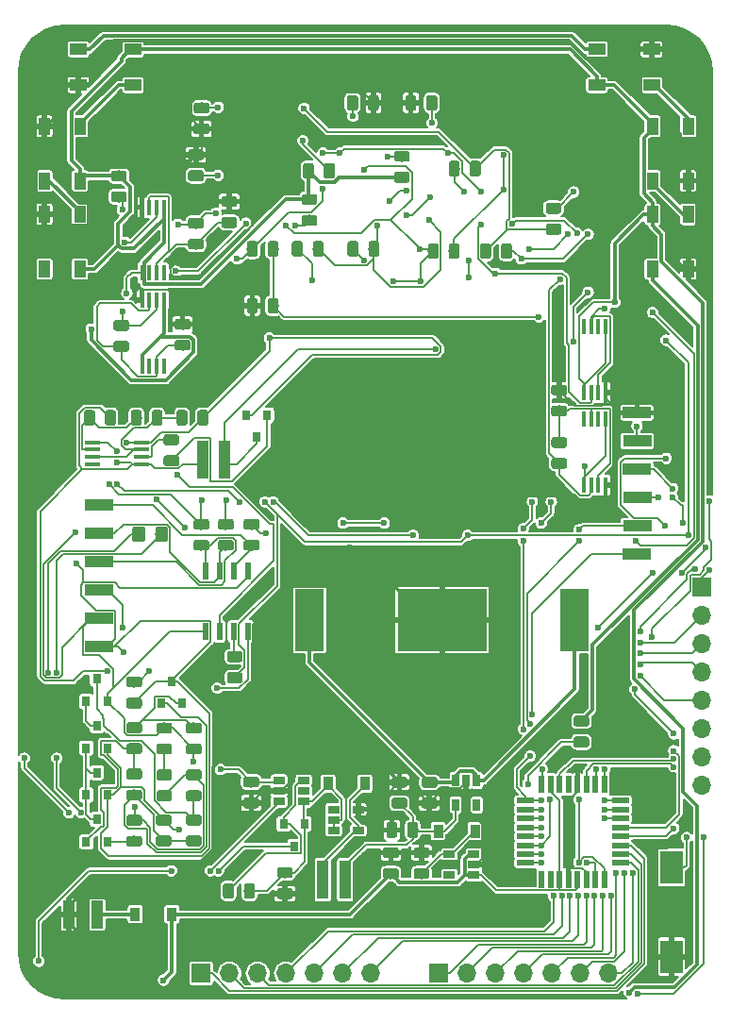
<source format=gbr>
G04 #@! TF.GenerationSoftware,KiCad,Pcbnew,(5.0.0)*
G04 #@! TF.CreationDate,2018-10-09T12:55:19+10:30*
G04 #@! TF.ProjectId,Paragon.kicad_2pcb,50617261676F6E2E6B696361645F3270,1.0*
G04 #@! TF.SameCoordinates,Original*
G04 #@! TF.FileFunction,Copper,L2,Bot,Signal*
G04 #@! TF.FilePolarity,Positive*
%FSLAX46Y46*%
G04 Gerber Fmt 4.6, Leading zero omitted, Abs format (unit mm)*
G04 Created by KiCad (PCBNEW (5.0.0)) date 10/09/18 12:55:19*
%MOMM*%
%LPD*%
G01*
G04 APERTURE LIST*
G04 #@! TA.AperFunction,SMDPad,CuDef*
%ADD10R,2.000000X3.000000*%
G04 #@! TD*
G04 #@! TA.AperFunction,Conductor*
%ADD11C,0.100000*%
G04 #@! TD*
G04 #@! TA.AperFunction,SMDPad,CuDef*
%ADD12C,1.150000*%
G04 #@! TD*
G04 #@! TA.AperFunction,ComponentPad*
%ADD13R,1.700000X1.700000*%
G04 #@! TD*
G04 #@! TA.AperFunction,ComponentPad*
%ADD14O,1.700000X1.700000*%
G04 #@! TD*
G04 #@! TA.AperFunction,SMDPad,CuDef*
%ADD15R,1.000000X3.500000*%
G04 #@! TD*
G04 #@! TA.AperFunction,SMDPad,CuDef*
%ADD16R,2.500000X1.000000*%
G04 #@! TD*
G04 #@! TA.AperFunction,SMDPad,CuDef*
%ADD17C,0.975000*%
G04 #@! TD*
G04 #@! TA.AperFunction,SMDPad,CuDef*
%ADD18R,1.060000X0.650000*%
G04 #@! TD*
G04 #@! TA.AperFunction,SMDPad,CuDef*
%ADD19R,0.550000X1.600000*%
G04 #@! TD*
G04 #@! TA.AperFunction,SMDPad,CuDef*
%ADD20R,1.600000X0.550000*%
G04 #@! TD*
G04 #@! TA.AperFunction,SMDPad,CuDef*
%ADD21R,0.600000X1.550000*%
G04 #@! TD*
G04 #@! TA.AperFunction,SMDPad,CuDef*
%ADD22R,8.000000X5.560000*%
G04 #@! TD*
G04 #@! TA.AperFunction,SMDPad,CuDef*
%ADD23R,2.600000X5.560000*%
G04 #@! TD*
G04 #@! TA.AperFunction,SMDPad,CuDef*
%ADD24R,0.900000X1.200000*%
G04 #@! TD*
G04 #@! TA.AperFunction,SMDPad,CuDef*
%ADD25R,1.000000X1.500000*%
G04 #@! TD*
G04 #@! TA.AperFunction,SMDPad,CuDef*
%ADD26R,1.500000X1.000000*%
G04 #@! TD*
G04 #@! TA.AperFunction,SMDPad,CuDef*
%ADD27R,0.450000X1.450000*%
G04 #@! TD*
G04 #@! TA.AperFunction,SMDPad,CuDef*
%ADD28R,1.000000X2.500000*%
G04 #@! TD*
G04 #@! TA.AperFunction,SMDPad,CuDef*
%ADD29R,1.450000X0.450000*%
G04 #@! TD*
G04 #@! TA.AperFunction,SMDPad,CuDef*
%ADD30R,0.650000X1.060000*%
G04 #@! TD*
G04 #@! TA.AperFunction,SMDPad,CuDef*
%ADD31R,0.800000X0.900000*%
G04 #@! TD*
G04 #@! TA.AperFunction,ViaPad*
%ADD32C,0.600000*%
G04 #@! TD*
G04 #@! TA.AperFunction,Conductor*
%ADD33C,0.130000*%
G04 #@! TD*
G04 #@! TA.AperFunction,Conductor*
%ADD34C,0.300000*%
G04 #@! TD*
G04 #@! TA.AperFunction,Conductor*
%ADD35C,0.200000*%
G04 #@! TD*
G04 APERTURE END LIST*
D10*
G04 #@! TO.P,SW3,2*
G04 #@! TO.N,Earth*
X181800000Y-138200000D03*
G04 #@! TO.P,SW3,1*
G04 #@! TO.N,Net-(ATD2-Pad2)*
X181800000Y-130200000D03*
G04 #@! TD*
D11*
G04 #@! TO.N,Net-(C1-Pad2)*
G04 #@! TO.C,D1*
G36*
X136374505Y-99601204D02*
X136398773Y-99604804D01*
X136422572Y-99610765D01*
X136445671Y-99619030D01*
X136467850Y-99629520D01*
X136488893Y-99642132D01*
X136508599Y-99656747D01*
X136526777Y-99673223D01*
X136543253Y-99691401D01*
X136557868Y-99711107D01*
X136570480Y-99732150D01*
X136580970Y-99754329D01*
X136589235Y-99777428D01*
X136595196Y-99801227D01*
X136598796Y-99825495D01*
X136600000Y-99849999D01*
X136600000Y-100750001D01*
X136598796Y-100774505D01*
X136595196Y-100798773D01*
X136589235Y-100822572D01*
X136580970Y-100845671D01*
X136570480Y-100867850D01*
X136557868Y-100888893D01*
X136543253Y-100908599D01*
X136526777Y-100926777D01*
X136508599Y-100943253D01*
X136488893Y-100957868D01*
X136467850Y-100970480D01*
X136445671Y-100980970D01*
X136422572Y-100989235D01*
X136398773Y-100995196D01*
X136374505Y-100998796D01*
X136350001Y-101000000D01*
X135699999Y-101000000D01*
X135675495Y-100998796D01*
X135651227Y-100995196D01*
X135627428Y-100989235D01*
X135604329Y-100980970D01*
X135582150Y-100970480D01*
X135561107Y-100957868D01*
X135541401Y-100943253D01*
X135523223Y-100926777D01*
X135506747Y-100908599D01*
X135492132Y-100888893D01*
X135479520Y-100867850D01*
X135469030Y-100845671D01*
X135460765Y-100822572D01*
X135454804Y-100798773D01*
X135451204Y-100774505D01*
X135450000Y-100750001D01*
X135450000Y-99849999D01*
X135451204Y-99825495D01*
X135454804Y-99801227D01*
X135460765Y-99777428D01*
X135469030Y-99754329D01*
X135479520Y-99732150D01*
X135492132Y-99711107D01*
X135506747Y-99691401D01*
X135523223Y-99673223D01*
X135541401Y-99656747D01*
X135561107Y-99642132D01*
X135582150Y-99629520D01*
X135604329Y-99619030D01*
X135627428Y-99610765D01*
X135651227Y-99604804D01*
X135675495Y-99601204D01*
X135699999Y-99600000D01*
X136350001Y-99600000D01*
X136374505Y-99601204D01*
X136374505Y-99601204D01*
G37*
D12*
G04 #@! TD*
G04 #@! TO.P,D1,1*
G04 #@! TO.N,Net-(C1-Pad2)*
X136025000Y-100300000D03*
D11*
G04 #@! TO.N,Net-(D1-Pad2)*
G04 #@! TO.C,D1*
G36*
X134324505Y-99601204D02*
X134348773Y-99604804D01*
X134372572Y-99610765D01*
X134395671Y-99619030D01*
X134417850Y-99629520D01*
X134438893Y-99642132D01*
X134458599Y-99656747D01*
X134476777Y-99673223D01*
X134493253Y-99691401D01*
X134507868Y-99711107D01*
X134520480Y-99732150D01*
X134530970Y-99754329D01*
X134539235Y-99777428D01*
X134545196Y-99801227D01*
X134548796Y-99825495D01*
X134550000Y-99849999D01*
X134550000Y-100750001D01*
X134548796Y-100774505D01*
X134545196Y-100798773D01*
X134539235Y-100822572D01*
X134530970Y-100845671D01*
X134520480Y-100867850D01*
X134507868Y-100888893D01*
X134493253Y-100908599D01*
X134476777Y-100926777D01*
X134458599Y-100943253D01*
X134438893Y-100957868D01*
X134417850Y-100970480D01*
X134395671Y-100980970D01*
X134372572Y-100989235D01*
X134348773Y-100995196D01*
X134324505Y-100998796D01*
X134300001Y-101000000D01*
X133649999Y-101000000D01*
X133625495Y-100998796D01*
X133601227Y-100995196D01*
X133577428Y-100989235D01*
X133554329Y-100980970D01*
X133532150Y-100970480D01*
X133511107Y-100957868D01*
X133491401Y-100943253D01*
X133473223Y-100926777D01*
X133456747Y-100908599D01*
X133442132Y-100888893D01*
X133429520Y-100867850D01*
X133419030Y-100845671D01*
X133410765Y-100822572D01*
X133404804Y-100798773D01*
X133401204Y-100774505D01*
X133400000Y-100750001D01*
X133400000Y-99849999D01*
X133401204Y-99825495D01*
X133404804Y-99801227D01*
X133410765Y-99777428D01*
X133419030Y-99754329D01*
X133429520Y-99732150D01*
X133442132Y-99711107D01*
X133456747Y-99691401D01*
X133473223Y-99673223D01*
X133491401Y-99656747D01*
X133511107Y-99642132D01*
X133532150Y-99629520D01*
X133554329Y-99619030D01*
X133577428Y-99610765D01*
X133601227Y-99604804D01*
X133625495Y-99601204D01*
X133649999Y-99600000D01*
X134300001Y-99600000D01*
X134324505Y-99601204D01*
X134324505Y-99601204D01*
G37*
D12*
G04 #@! TD*
G04 #@! TO.P,D1,2*
G04 #@! TO.N,Net-(D1-Pad2)*
X133975000Y-100300000D03*
D13*
G04 #@! TO.P,ATD1,1*
G04 #@! TO.N,Net-(ATD1-Pad1)*
X139560000Y-139700000D03*
D14*
G04 #@! TO.P,ATD1,2*
G04 #@! TO.N,Net-(ATD1-Pad2)*
X142100000Y-139700000D03*
G04 #@! TO.P,ATD1,3*
G04 #@! TO.N,Net-(ATD1-Pad3)*
X144640000Y-139700000D03*
G04 #@! TO.P,ATD1,4*
G04 #@! TO.N,Net-(ATD1-Pad4)*
X147180000Y-139700000D03*
G04 #@! TO.P,ATD1,5*
G04 #@! TO.N,Net-(ATD1-Pad5)*
X149720000Y-139700000D03*
G04 #@! TO.P,ATD1,6*
G04 #@! TO.N,Net-(ATD1-Pad6)*
X152260000Y-139700000D03*
G04 #@! TO.P,ATD1,7*
G04 #@! TO.N,Net-(ATD1-Pad7)*
X154800000Y-139700000D03*
G04 #@! TD*
D13*
G04 #@! TO.P,ATD2,1*
G04 #@! TO.N,Net-(ATD2-Pad1)*
X160900000Y-139700000D03*
D14*
G04 #@! TO.P,ATD2,2*
G04 #@! TO.N,Net-(ATD2-Pad2)*
X163440000Y-139700000D03*
G04 #@! TO.P,ATD2,3*
G04 #@! TO.N,Net-(ATD2-Pad3)*
X165980000Y-139700000D03*
G04 #@! TO.P,ATD2,4*
G04 #@! TO.N,Net-(ATD2-Pad4)*
X168520000Y-139700000D03*
G04 #@! TO.P,ATD2,5*
G04 #@! TO.N,Net-(ATD2-Pad5)*
X171060000Y-139700000D03*
G04 #@! TO.P,ATD2,6*
G04 #@! TO.N,Net-(ATD2-Pad6)*
X173600000Y-139700000D03*
G04 #@! TO.P,ATD2,7*
G04 #@! TO.N,Net-(ATD2-Pad7)*
X176140000Y-139700000D03*
G04 #@! TD*
G04 #@! TO.P,ATA1,8*
G04 #@! TO.N,Net-(ATA1-Pad8)*
X184500000Y-122780000D03*
G04 #@! TO.P,ATA1,7*
G04 #@! TO.N,Net-(ATA1-Pad7)*
X184500000Y-120240000D03*
G04 #@! TO.P,ATA1,6*
G04 #@! TO.N,Net-(ATA1-Pad6)*
X184500000Y-117700000D03*
G04 #@! TO.P,ATA1,5*
G04 #@! TO.N,Net-(ATA1-Pad5)*
X184500000Y-115160000D03*
G04 #@! TO.P,ATA1,4*
G04 #@! TO.N,Net-(ATA1-Pad4)*
X184500000Y-112620000D03*
G04 #@! TO.P,ATA1,3*
G04 #@! TO.N,Net-(ATA1-Pad3)*
X184500000Y-110080000D03*
G04 #@! TO.P,ATA1,2*
G04 #@! TO.N,Net-(ATA1-Pad2)*
X184500000Y-107540000D03*
D13*
G04 #@! TO.P,ATA1,1*
G04 #@! TO.N,Net-(ATA1-Pad1)*
X184500000Y-105000000D03*
G04 #@! TD*
D15*
G04 #@! TO.P,L2,2*
G04 #@! TO.N,Net-(D37-Pad2)*
X150500000Y-131300000D03*
G04 #@! TO.P,L2,1*
G04 #@! TO.N,Net-(C5-Pad1)*
X152500000Y-131300000D03*
G04 #@! TD*
G04 #@! TO.P,L1,2*
G04 #@! TO.N,Net-(ATT25-Pad8)*
X139700000Y-93600000D03*
G04 #@! TO.P,L1,1*
G04 #@! TO.N,Net-(D2-Pad2)*
X141700000Y-93600000D03*
G04 #@! TD*
D16*
G04 #@! TO.P,ATTINY SPI,6*
G04 #@! TO.N,Net-(ATT25-Pad7)*
X130400000Y-97700000D03*
G04 #@! TO.P,ATTINY SPI,5*
G04 #@! TO.N,Net-(ATT25-Pad6)*
X130410000Y-100240000D03*
G04 #@! TO.P,ATTINY SPI,4*
G04 #@! TO.N,Net-(ATT25-Pad5)*
X130400000Y-102780000D03*
G04 #@! TO.P,ATTINY SPI,3*
G04 #@! TO.N,Net-(ATT25-Pad1)*
X130410000Y-105320000D03*
G04 #@! TO.P,ATTINY SPI,2*
G04 #@! TO.N,Net-(ATT25-Pad4)*
X130410000Y-107860000D03*
G04 #@! TO.P,ATTINY SPI,1*
G04 #@! TO.N,Net-(ATT25-Pad8)*
X130400000Y-110400000D03*
G04 #@! TD*
G04 #@! TO.P,ATM328 SPI,6*
G04 #@! TO.N,Earth*
X178700000Y-89400000D03*
G04 #@! TO.P,ATM328 SPI,5*
G04 #@! TO.N,Net-(AP2112-Pad1)*
X178710000Y-91940000D03*
G04 #@! TO.P,ATM328 SPI,4*
G04 #@! TO.N,Net-(ATM328-Pad29)*
X178700000Y-94480000D03*
G04 #@! TO.P,ATM328 SPI,3*
G04 #@! TO.N,Net-(ATD2-Pad7)*
X178710000Y-97020000D03*
G04 #@! TO.P,ATM328 SPI,2*
G04 #@! TO.N,Net-(ATD2-Pad6)*
X178710000Y-99560000D03*
G04 #@! TO.P,ATM328 SPI,1*
G04 #@! TO.N,Net-(ATD2-Pad5)*
X178700000Y-102100000D03*
G04 #@! TD*
D11*
G04 #@! TO.N,Net-(D5-Pad2)*
G04 #@! TO.C,R17*
G36*
X132680142Y-69551174D02*
X132703803Y-69554684D01*
X132727007Y-69560496D01*
X132749529Y-69568554D01*
X132771153Y-69578782D01*
X132791670Y-69591079D01*
X132810883Y-69605329D01*
X132828607Y-69621393D01*
X132844671Y-69639117D01*
X132858921Y-69658330D01*
X132871218Y-69678847D01*
X132881446Y-69700471D01*
X132889504Y-69722993D01*
X132895316Y-69746197D01*
X132898826Y-69769858D01*
X132900000Y-69793750D01*
X132900000Y-70281250D01*
X132898826Y-70305142D01*
X132895316Y-70328803D01*
X132889504Y-70352007D01*
X132881446Y-70374529D01*
X132871218Y-70396153D01*
X132858921Y-70416670D01*
X132844671Y-70435883D01*
X132828607Y-70453607D01*
X132810883Y-70469671D01*
X132791670Y-70483921D01*
X132771153Y-70496218D01*
X132749529Y-70506446D01*
X132727007Y-70514504D01*
X132703803Y-70520316D01*
X132680142Y-70523826D01*
X132656250Y-70525000D01*
X131743750Y-70525000D01*
X131719858Y-70523826D01*
X131696197Y-70520316D01*
X131672993Y-70514504D01*
X131650471Y-70506446D01*
X131628847Y-70496218D01*
X131608330Y-70483921D01*
X131589117Y-70469671D01*
X131571393Y-70453607D01*
X131555329Y-70435883D01*
X131541079Y-70416670D01*
X131528782Y-70396153D01*
X131518554Y-70374529D01*
X131510496Y-70352007D01*
X131504684Y-70328803D01*
X131501174Y-70305142D01*
X131500000Y-70281250D01*
X131500000Y-69793750D01*
X131501174Y-69769858D01*
X131504684Y-69746197D01*
X131510496Y-69722993D01*
X131518554Y-69700471D01*
X131528782Y-69678847D01*
X131541079Y-69658330D01*
X131555329Y-69639117D01*
X131571393Y-69621393D01*
X131589117Y-69605329D01*
X131608330Y-69591079D01*
X131628847Y-69578782D01*
X131650471Y-69568554D01*
X131672993Y-69560496D01*
X131696197Y-69554684D01*
X131719858Y-69551174D01*
X131743750Y-69550000D01*
X132656250Y-69550000D01*
X132680142Y-69551174D01*
X132680142Y-69551174D01*
G37*
D17*
G04 #@! TD*
G04 #@! TO.P,R17,1*
G04 #@! TO.N,Net-(D5-Pad2)*
X132200000Y-70037500D03*
D11*
G04 #@! TO.N,Net-(AP2112-Pad1)*
G04 #@! TO.C,R17*
G36*
X132680142Y-67676174D02*
X132703803Y-67679684D01*
X132727007Y-67685496D01*
X132749529Y-67693554D01*
X132771153Y-67703782D01*
X132791670Y-67716079D01*
X132810883Y-67730329D01*
X132828607Y-67746393D01*
X132844671Y-67764117D01*
X132858921Y-67783330D01*
X132871218Y-67803847D01*
X132881446Y-67825471D01*
X132889504Y-67847993D01*
X132895316Y-67871197D01*
X132898826Y-67894858D01*
X132900000Y-67918750D01*
X132900000Y-68406250D01*
X132898826Y-68430142D01*
X132895316Y-68453803D01*
X132889504Y-68477007D01*
X132881446Y-68499529D01*
X132871218Y-68521153D01*
X132858921Y-68541670D01*
X132844671Y-68560883D01*
X132828607Y-68578607D01*
X132810883Y-68594671D01*
X132791670Y-68608921D01*
X132771153Y-68621218D01*
X132749529Y-68631446D01*
X132727007Y-68639504D01*
X132703803Y-68645316D01*
X132680142Y-68648826D01*
X132656250Y-68650000D01*
X131743750Y-68650000D01*
X131719858Y-68648826D01*
X131696197Y-68645316D01*
X131672993Y-68639504D01*
X131650471Y-68631446D01*
X131628847Y-68621218D01*
X131608330Y-68608921D01*
X131589117Y-68594671D01*
X131571393Y-68578607D01*
X131555329Y-68560883D01*
X131541079Y-68541670D01*
X131528782Y-68521153D01*
X131518554Y-68499529D01*
X131510496Y-68477007D01*
X131504684Y-68453803D01*
X131501174Y-68430142D01*
X131500000Y-68406250D01*
X131500000Y-67918750D01*
X131501174Y-67894858D01*
X131504684Y-67871197D01*
X131510496Y-67847993D01*
X131518554Y-67825471D01*
X131528782Y-67803847D01*
X131541079Y-67783330D01*
X131555329Y-67764117D01*
X131571393Y-67746393D01*
X131589117Y-67730329D01*
X131608330Y-67716079D01*
X131628847Y-67703782D01*
X131650471Y-67693554D01*
X131672993Y-67685496D01*
X131696197Y-67679684D01*
X131719858Y-67676174D01*
X131743750Y-67675000D01*
X132656250Y-67675000D01*
X132680142Y-67676174D01*
X132680142Y-67676174D01*
G37*
D17*
G04 #@! TD*
G04 #@! TO.P,R17,2*
G04 #@! TO.N,Net-(AP2112-Pad1)*
X132200000Y-68162500D03*
D18*
G04 #@! TO.P,AP2112,1*
G04 #@! TO.N,Net-(AP2112-Pad1)*
X164050492Y-128998999D03*
G04 #@! TO.P,AP2112,2*
G04 #@! TO.N,Earth*
X164050492Y-129948999D03*
G04 #@! TO.P,AP2112,3*
G04 #@! TO.N,Net-(AP2112-Pad1)*
X164050492Y-130898999D03*
G04 #@! TO.P,AP2112,4*
G04 #@! TO.N,Net-(AP2112-Pad4)*
X161850492Y-130898999D03*
G04 #@! TO.P,AP2112,5*
G04 #@! TO.N,Net-(AP2112-Pad5)*
X161850492Y-128998999D03*
G04 #@! TD*
D19*
G04 #@! TO.P,ATM328,1*
G04 #@! TO.N,Net-(ATD1-Pad4)*
X175750000Y-131250000D03*
G04 #@! TO.P,ATM328,2*
G04 #@! TO.N,Net-(ATD1-Pad5)*
X174950000Y-131250000D03*
G04 #@! TO.P,ATM328,3*
G04 #@! TO.N,Earth*
X174150000Y-131250000D03*
G04 #@! TO.P,ATM328,4*
G04 #@! TO.N,Net-(AP2112-Pad1)*
X173350000Y-131250000D03*
G04 #@! TO.P,ATM328,5*
G04 #@! TO.N,Earth*
X172550000Y-131250000D03*
G04 #@! TO.P,ATM328,6*
G04 #@! TO.N,Net-(AP2112-Pad1)*
X171750000Y-131250000D03*
G04 #@! TO.P,ATM328,7*
G04 #@! TO.N,Net-(ATM328-Pad7)*
X170950000Y-131250000D03*
G04 #@! TO.P,ATM328,8*
G04 #@! TO.N,Net-(ATM328-Pad8)*
X170150000Y-131250000D03*
D20*
G04 #@! TO.P,ATM328,9*
G04 #@! TO.N,Net-(ATD1-Pad6)*
X168700000Y-129800000D03*
G04 #@! TO.P,ATM328,10*
G04 #@! TO.N,Net-(ATD1-Pad7)*
X168700000Y-129000000D03*
G04 #@! TO.P,ATM328,11*
G04 #@! TO.N,Net-(ATD2-Pad1)*
X168700000Y-128200000D03*
G04 #@! TO.P,ATM328,12*
G04 #@! TO.N,Net-(ATD2-Pad2)*
X168700000Y-127400000D03*
G04 #@! TO.P,ATM328,13*
G04 #@! TO.N,Net-(ATD2-Pad3)*
X168700000Y-126600000D03*
G04 #@! TO.P,ATM328,14*
G04 #@! TO.N,Net-(ATD2-Pad4)*
X168700000Y-125800000D03*
G04 #@! TO.P,ATM328,15*
G04 #@! TO.N,Net-(ATD2-Pad5)*
X168700000Y-125000000D03*
G04 #@! TO.P,ATM328,16*
G04 #@! TO.N,Net-(ATD2-Pad6)*
X168700000Y-124200000D03*
D19*
G04 #@! TO.P,ATM328,17*
G04 #@! TO.N,Net-(ATD2-Pad7)*
X170150000Y-122750000D03*
G04 #@! TO.P,ATM328,18*
G04 #@! TO.N,Net-(AP2112-Pad1)*
X170950000Y-122750000D03*
G04 #@! TO.P,ATM328,19*
G04 #@! TO.N,Net-(ATA1-Pad7)*
X171750000Y-122750000D03*
G04 #@! TO.P,ATM328,20*
G04 #@! TO.N,Net-(ATM328-Pad20)*
X172550000Y-122750000D03*
G04 #@! TO.P,ATM328,21*
G04 #@! TO.N,Earth*
X173350000Y-122750000D03*
G04 #@! TO.P,ATM328,22*
G04 #@! TO.N,Net-(ATA1-Pad8)*
X174150000Y-122750000D03*
G04 #@! TO.P,ATM328,23*
G04 #@! TO.N,Net-(ATA1-Pad1)*
X174950000Y-122750000D03*
G04 #@! TO.P,ATM328,24*
G04 #@! TO.N,Net-(ATA1-Pad2)*
X175750000Y-122750000D03*
D20*
G04 #@! TO.P,ATM328,25*
G04 #@! TO.N,Net-(ATA1-Pad3)*
X177200000Y-124200000D03*
G04 #@! TO.P,ATM328,26*
G04 #@! TO.N,Net-(ATA1-Pad4)*
X177200000Y-125000000D03*
G04 #@! TO.P,ATM328,27*
G04 #@! TO.N,Net-(ATA1-Pad5)*
X177200000Y-125800000D03*
G04 #@! TO.P,ATM328,28*
G04 #@! TO.N,Net-(ATA1-Pad6)*
X177200000Y-126600000D03*
G04 #@! TO.P,ATM328,29*
G04 #@! TO.N,Net-(ATM328-Pad29)*
X177200000Y-127400000D03*
G04 #@! TO.P,ATM328,30*
G04 #@! TO.N,Net-(ATD1-Pad1)*
X177200000Y-128200000D03*
G04 #@! TO.P,ATM328,31*
G04 #@! TO.N,Net-(ATD1-Pad2)*
X177200000Y-129000000D03*
G04 #@! TO.P,ATM328,32*
G04 #@! TO.N,Net-(ATD1-Pad3)*
X177200000Y-129800000D03*
G04 #@! TD*
D21*
G04 #@! TO.P,ATT25,1*
G04 #@! TO.N,Net-(ATT25-Pad1)*
X143749406Y-109012992D03*
G04 #@! TO.P,ATT25,2*
G04 #@! TO.N,Net-(ATT25-Pad2)*
X142479406Y-109012992D03*
G04 #@! TO.P,ATT25,3*
G04 #@! TO.N,Net-(ATT25-Pad3)*
X141209406Y-109012992D03*
G04 #@! TO.P,ATT25,4*
G04 #@! TO.N,Net-(ATT25-Pad4)*
X139939406Y-109012992D03*
G04 #@! TO.P,ATT25,5*
G04 #@! TO.N,Net-(ATT25-Pad5)*
X139939406Y-103612992D03*
G04 #@! TO.P,ATT25,6*
G04 #@! TO.N,Net-(ATT25-Pad6)*
X141209406Y-103612992D03*
G04 #@! TO.P,ATT25,7*
G04 #@! TO.N,Net-(ATT25-Pad7)*
X142479406Y-103612992D03*
G04 #@! TO.P,ATT25,8*
G04 #@! TO.N,Net-(ATT25-Pad8)*
X143749406Y-103612992D03*
G04 #@! TD*
D22*
G04 #@! TO.P,BT1,2*
G04 #@! TO.N,Earth*
X161200000Y-108000000D03*
D23*
G04 #@! TO.P,BT1,1*
G04 #@! TO.N,Net-(BT1-Pad1)*
X173105000Y-108000000D03*
X149295000Y-108000000D03*
G04 #@! TD*
D11*
G04 #@! TO.N,Net-(C1-Pad2)*
G04 #@! TO.C,C1*
G36*
X139392596Y-121397986D02*
X139416257Y-121401496D01*
X139439461Y-121407308D01*
X139461983Y-121415366D01*
X139483607Y-121425594D01*
X139504124Y-121437891D01*
X139523337Y-121452141D01*
X139541061Y-121468205D01*
X139557125Y-121485929D01*
X139571375Y-121505142D01*
X139583672Y-121525659D01*
X139593900Y-121547283D01*
X139601958Y-121569805D01*
X139607770Y-121593009D01*
X139611280Y-121616670D01*
X139612454Y-121640562D01*
X139612454Y-122128062D01*
X139611280Y-122151954D01*
X139607770Y-122175615D01*
X139601958Y-122198819D01*
X139593900Y-122221341D01*
X139583672Y-122242965D01*
X139571375Y-122263482D01*
X139557125Y-122282695D01*
X139541061Y-122300419D01*
X139523337Y-122316483D01*
X139504124Y-122330733D01*
X139483607Y-122343030D01*
X139461983Y-122353258D01*
X139439461Y-122361316D01*
X139416257Y-122367128D01*
X139392596Y-122370638D01*
X139368704Y-122371812D01*
X138456204Y-122371812D01*
X138432312Y-122370638D01*
X138408651Y-122367128D01*
X138385447Y-122361316D01*
X138362925Y-122353258D01*
X138341301Y-122343030D01*
X138320784Y-122330733D01*
X138301571Y-122316483D01*
X138283847Y-122300419D01*
X138267783Y-122282695D01*
X138253533Y-122263482D01*
X138241236Y-122242965D01*
X138231008Y-122221341D01*
X138222950Y-122198819D01*
X138217138Y-122175615D01*
X138213628Y-122151954D01*
X138212454Y-122128062D01*
X138212454Y-121640562D01*
X138213628Y-121616670D01*
X138217138Y-121593009D01*
X138222950Y-121569805D01*
X138231008Y-121547283D01*
X138241236Y-121525659D01*
X138253533Y-121505142D01*
X138267783Y-121485929D01*
X138283847Y-121468205D01*
X138301571Y-121452141D01*
X138320784Y-121437891D01*
X138341301Y-121425594D01*
X138362925Y-121415366D01*
X138385447Y-121407308D01*
X138408651Y-121401496D01*
X138432312Y-121397986D01*
X138456204Y-121396812D01*
X139368704Y-121396812D01*
X139392596Y-121397986D01*
X139392596Y-121397986D01*
G37*
D17*
G04 #@! TD*
G04 #@! TO.P,C1,2*
G04 #@! TO.N,Net-(C1-Pad2)*
X138912454Y-121884312D03*
D11*
G04 #@! TO.N,Net-(C1-Pad1)*
G04 #@! TO.C,C1*
G36*
X139392596Y-123272986D02*
X139416257Y-123276496D01*
X139439461Y-123282308D01*
X139461983Y-123290366D01*
X139483607Y-123300594D01*
X139504124Y-123312891D01*
X139523337Y-123327141D01*
X139541061Y-123343205D01*
X139557125Y-123360929D01*
X139571375Y-123380142D01*
X139583672Y-123400659D01*
X139593900Y-123422283D01*
X139601958Y-123444805D01*
X139607770Y-123468009D01*
X139611280Y-123491670D01*
X139612454Y-123515562D01*
X139612454Y-124003062D01*
X139611280Y-124026954D01*
X139607770Y-124050615D01*
X139601958Y-124073819D01*
X139593900Y-124096341D01*
X139583672Y-124117965D01*
X139571375Y-124138482D01*
X139557125Y-124157695D01*
X139541061Y-124175419D01*
X139523337Y-124191483D01*
X139504124Y-124205733D01*
X139483607Y-124218030D01*
X139461983Y-124228258D01*
X139439461Y-124236316D01*
X139416257Y-124242128D01*
X139392596Y-124245638D01*
X139368704Y-124246812D01*
X138456204Y-124246812D01*
X138432312Y-124245638D01*
X138408651Y-124242128D01*
X138385447Y-124236316D01*
X138362925Y-124228258D01*
X138341301Y-124218030D01*
X138320784Y-124205733D01*
X138301571Y-124191483D01*
X138283847Y-124175419D01*
X138267783Y-124157695D01*
X138253533Y-124138482D01*
X138241236Y-124117965D01*
X138231008Y-124096341D01*
X138222950Y-124073819D01*
X138217138Y-124050615D01*
X138213628Y-124026954D01*
X138212454Y-124003062D01*
X138212454Y-123515562D01*
X138213628Y-123491670D01*
X138217138Y-123468009D01*
X138222950Y-123444805D01*
X138231008Y-123422283D01*
X138241236Y-123400659D01*
X138253533Y-123380142D01*
X138267783Y-123360929D01*
X138283847Y-123343205D01*
X138301571Y-123327141D01*
X138320784Y-123312891D01*
X138341301Y-123300594D01*
X138362925Y-123290366D01*
X138385447Y-123282308D01*
X138408651Y-123276496D01*
X138432312Y-123272986D01*
X138456204Y-123271812D01*
X139368704Y-123271812D01*
X139392596Y-123272986D01*
X139392596Y-123272986D01*
G37*
D17*
G04 #@! TD*
G04 #@! TO.P,C1,1*
G04 #@! TO.N,Net-(C1-Pad1)*
X138912454Y-123759312D03*
D11*
G04 #@! TO.N,Net-(C2-Pad1)*
G04 #@! TO.C,C2*
G36*
X138118239Y-89152687D02*
X138141900Y-89156197D01*
X138165104Y-89162009D01*
X138187626Y-89170067D01*
X138209250Y-89180295D01*
X138229767Y-89192592D01*
X138248980Y-89206842D01*
X138266704Y-89222906D01*
X138282768Y-89240630D01*
X138297018Y-89259843D01*
X138309315Y-89280360D01*
X138319543Y-89301984D01*
X138327601Y-89324506D01*
X138333413Y-89347710D01*
X138336923Y-89371371D01*
X138338097Y-89395263D01*
X138338097Y-90307763D01*
X138336923Y-90331655D01*
X138333413Y-90355316D01*
X138327601Y-90378520D01*
X138319543Y-90401042D01*
X138309315Y-90422666D01*
X138297018Y-90443183D01*
X138282768Y-90462396D01*
X138266704Y-90480120D01*
X138248980Y-90496184D01*
X138229767Y-90510434D01*
X138209250Y-90522731D01*
X138187626Y-90532959D01*
X138165104Y-90541017D01*
X138141900Y-90546829D01*
X138118239Y-90550339D01*
X138094347Y-90551513D01*
X137606847Y-90551513D01*
X137582955Y-90550339D01*
X137559294Y-90546829D01*
X137536090Y-90541017D01*
X137513568Y-90532959D01*
X137491944Y-90522731D01*
X137471427Y-90510434D01*
X137452214Y-90496184D01*
X137434490Y-90480120D01*
X137418426Y-90462396D01*
X137404176Y-90443183D01*
X137391879Y-90422666D01*
X137381651Y-90401042D01*
X137373593Y-90378520D01*
X137367781Y-90355316D01*
X137364271Y-90331655D01*
X137363097Y-90307763D01*
X137363097Y-89395263D01*
X137364271Y-89371371D01*
X137367781Y-89347710D01*
X137373593Y-89324506D01*
X137381651Y-89301984D01*
X137391879Y-89280360D01*
X137404176Y-89259843D01*
X137418426Y-89240630D01*
X137434490Y-89222906D01*
X137452214Y-89206842D01*
X137471427Y-89192592D01*
X137491944Y-89180295D01*
X137513568Y-89170067D01*
X137536090Y-89162009D01*
X137559294Y-89156197D01*
X137582955Y-89152687D01*
X137606847Y-89151513D01*
X138094347Y-89151513D01*
X138118239Y-89152687D01*
X138118239Y-89152687D01*
G37*
D17*
G04 #@! TD*
G04 #@! TO.P,C2,1*
G04 #@! TO.N,Net-(C2-Pad1)*
X137850597Y-89851513D03*
D11*
G04 #@! TO.N,Net-(ATT25-Pad4)*
G04 #@! TO.C,C2*
G36*
X139993239Y-89152687D02*
X140016900Y-89156197D01*
X140040104Y-89162009D01*
X140062626Y-89170067D01*
X140084250Y-89180295D01*
X140104767Y-89192592D01*
X140123980Y-89206842D01*
X140141704Y-89222906D01*
X140157768Y-89240630D01*
X140172018Y-89259843D01*
X140184315Y-89280360D01*
X140194543Y-89301984D01*
X140202601Y-89324506D01*
X140208413Y-89347710D01*
X140211923Y-89371371D01*
X140213097Y-89395263D01*
X140213097Y-90307763D01*
X140211923Y-90331655D01*
X140208413Y-90355316D01*
X140202601Y-90378520D01*
X140194543Y-90401042D01*
X140184315Y-90422666D01*
X140172018Y-90443183D01*
X140157768Y-90462396D01*
X140141704Y-90480120D01*
X140123980Y-90496184D01*
X140104767Y-90510434D01*
X140084250Y-90522731D01*
X140062626Y-90532959D01*
X140040104Y-90541017D01*
X140016900Y-90546829D01*
X139993239Y-90550339D01*
X139969347Y-90551513D01*
X139481847Y-90551513D01*
X139457955Y-90550339D01*
X139434294Y-90546829D01*
X139411090Y-90541017D01*
X139388568Y-90532959D01*
X139366944Y-90522731D01*
X139346427Y-90510434D01*
X139327214Y-90496184D01*
X139309490Y-90480120D01*
X139293426Y-90462396D01*
X139279176Y-90443183D01*
X139266879Y-90422666D01*
X139256651Y-90401042D01*
X139248593Y-90378520D01*
X139242781Y-90355316D01*
X139239271Y-90331655D01*
X139238097Y-90307763D01*
X139238097Y-89395263D01*
X139239271Y-89371371D01*
X139242781Y-89347710D01*
X139248593Y-89324506D01*
X139256651Y-89301984D01*
X139266879Y-89280360D01*
X139279176Y-89259843D01*
X139293426Y-89240630D01*
X139309490Y-89222906D01*
X139327214Y-89206842D01*
X139346427Y-89192592D01*
X139366944Y-89180295D01*
X139388568Y-89170067D01*
X139411090Y-89162009D01*
X139434294Y-89156197D01*
X139457955Y-89152687D01*
X139481847Y-89151513D01*
X139969347Y-89151513D01*
X139993239Y-89152687D01*
X139993239Y-89152687D01*
G37*
D17*
G04 #@! TD*
G04 #@! TO.P,C2,2*
G04 #@! TO.N,Net-(ATT25-Pad4)*
X139725597Y-89851513D03*
D11*
G04 #@! TO.N,Earth*
G04 #@! TO.C,C3*
G36*
X157080634Y-128387673D02*
X157104295Y-128391183D01*
X157127499Y-128396995D01*
X157150021Y-128405053D01*
X157171645Y-128415281D01*
X157192162Y-128427578D01*
X157211375Y-128441828D01*
X157229099Y-128457892D01*
X157245163Y-128475616D01*
X157259413Y-128494829D01*
X157271710Y-128515346D01*
X157281938Y-128536970D01*
X157289996Y-128559492D01*
X157295808Y-128582696D01*
X157299318Y-128606357D01*
X157300492Y-128630249D01*
X157300492Y-129117749D01*
X157299318Y-129141641D01*
X157295808Y-129165302D01*
X157289996Y-129188506D01*
X157281938Y-129211028D01*
X157271710Y-129232652D01*
X157259413Y-129253169D01*
X157245163Y-129272382D01*
X157229099Y-129290106D01*
X157211375Y-129306170D01*
X157192162Y-129320420D01*
X157171645Y-129332717D01*
X157150021Y-129342945D01*
X157127499Y-129351003D01*
X157104295Y-129356815D01*
X157080634Y-129360325D01*
X157056742Y-129361499D01*
X156144242Y-129361499D01*
X156120350Y-129360325D01*
X156096689Y-129356815D01*
X156073485Y-129351003D01*
X156050963Y-129342945D01*
X156029339Y-129332717D01*
X156008822Y-129320420D01*
X155989609Y-129306170D01*
X155971885Y-129290106D01*
X155955821Y-129272382D01*
X155941571Y-129253169D01*
X155929274Y-129232652D01*
X155919046Y-129211028D01*
X155910988Y-129188506D01*
X155905176Y-129165302D01*
X155901666Y-129141641D01*
X155900492Y-129117749D01*
X155900492Y-128630249D01*
X155901666Y-128606357D01*
X155905176Y-128582696D01*
X155910988Y-128559492D01*
X155919046Y-128536970D01*
X155929274Y-128515346D01*
X155941571Y-128494829D01*
X155955821Y-128475616D01*
X155971885Y-128457892D01*
X155989609Y-128441828D01*
X156008822Y-128427578D01*
X156029339Y-128415281D01*
X156050963Y-128405053D01*
X156073485Y-128396995D01*
X156096689Y-128391183D01*
X156120350Y-128387673D01*
X156144242Y-128386499D01*
X157056742Y-128386499D01*
X157080634Y-128387673D01*
X157080634Y-128387673D01*
G37*
D17*
G04 #@! TD*
G04 #@! TO.P,C3,2*
G04 #@! TO.N,Earth*
X156600492Y-128873999D03*
D11*
G04 #@! TO.N,Net-(AP2112-Pad1)*
G04 #@! TO.C,C3*
G36*
X157080634Y-130262673D02*
X157104295Y-130266183D01*
X157127499Y-130271995D01*
X157150021Y-130280053D01*
X157171645Y-130290281D01*
X157192162Y-130302578D01*
X157211375Y-130316828D01*
X157229099Y-130332892D01*
X157245163Y-130350616D01*
X157259413Y-130369829D01*
X157271710Y-130390346D01*
X157281938Y-130411970D01*
X157289996Y-130434492D01*
X157295808Y-130457696D01*
X157299318Y-130481357D01*
X157300492Y-130505249D01*
X157300492Y-130992749D01*
X157299318Y-131016641D01*
X157295808Y-131040302D01*
X157289996Y-131063506D01*
X157281938Y-131086028D01*
X157271710Y-131107652D01*
X157259413Y-131128169D01*
X157245163Y-131147382D01*
X157229099Y-131165106D01*
X157211375Y-131181170D01*
X157192162Y-131195420D01*
X157171645Y-131207717D01*
X157150021Y-131217945D01*
X157127499Y-131226003D01*
X157104295Y-131231815D01*
X157080634Y-131235325D01*
X157056742Y-131236499D01*
X156144242Y-131236499D01*
X156120350Y-131235325D01*
X156096689Y-131231815D01*
X156073485Y-131226003D01*
X156050963Y-131217945D01*
X156029339Y-131207717D01*
X156008822Y-131195420D01*
X155989609Y-131181170D01*
X155971885Y-131165106D01*
X155955821Y-131147382D01*
X155941571Y-131128169D01*
X155929274Y-131107652D01*
X155919046Y-131086028D01*
X155910988Y-131063506D01*
X155905176Y-131040302D01*
X155901666Y-131016641D01*
X155900492Y-130992749D01*
X155900492Y-130505249D01*
X155901666Y-130481357D01*
X155905176Y-130457696D01*
X155910988Y-130434492D01*
X155919046Y-130411970D01*
X155929274Y-130390346D01*
X155941571Y-130369829D01*
X155955821Y-130350616D01*
X155971885Y-130332892D01*
X155989609Y-130316828D01*
X156008822Y-130302578D01*
X156029339Y-130290281D01*
X156050963Y-130280053D01*
X156073485Y-130271995D01*
X156096689Y-130266183D01*
X156120350Y-130262673D01*
X156144242Y-130261499D01*
X157056742Y-130261499D01*
X157080634Y-130262673D01*
X157080634Y-130262673D01*
G37*
D17*
G04 #@! TD*
G04 #@! TO.P,C3,1*
G04 #@! TO.N,Net-(AP2112-Pad1)*
X156600492Y-130748999D03*
D11*
G04 #@! TO.N,Net-(AP2112-Pad5)*
G04 #@! TO.C,C4*
G36*
X159830634Y-130262673D02*
X159854295Y-130266183D01*
X159877499Y-130271995D01*
X159900021Y-130280053D01*
X159921645Y-130290281D01*
X159942162Y-130302578D01*
X159961375Y-130316828D01*
X159979099Y-130332892D01*
X159995163Y-130350616D01*
X160009413Y-130369829D01*
X160021710Y-130390346D01*
X160031938Y-130411970D01*
X160039996Y-130434492D01*
X160045808Y-130457696D01*
X160049318Y-130481357D01*
X160050492Y-130505249D01*
X160050492Y-130992749D01*
X160049318Y-131016641D01*
X160045808Y-131040302D01*
X160039996Y-131063506D01*
X160031938Y-131086028D01*
X160021710Y-131107652D01*
X160009413Y-131128169D01*
X159995163Y-131147382D01*
X159979099Y-131165106D01*
X159961375Y-131181170D01*
X159942162Y-131195420D01*
X159921645Y-131207717D01*
X159900021Y-131217945D01*
X159877499Y-131226003D01*
X159854295Y-131231815D01*
X159830634Y-131235325D01*
X159806742Y-131236499D01*
X158894242Y-131236499D01*
X158870350Y-131235325D01*
X158846689Y-131231815D01*
X158823485Y-131226003D01*
X158800963Y-131217945D01*
X158779339Y-131207717D01*
X158758822Y-131195420D01*
X158739609Y-131181170D01*
X158721885Y-131165106D01*
X158705821Y-131147382D01*
X158691571Y-131128169D01*
X158679274Y-131107652D01*
X158669046Y-131086028D01*
X158660988Y-131063506D01*
X158655176Y-131040302D01*
X158651666Y-131016641D01*
X158650492Y-130992749D01*
X158650492Y-130505249D01*
X158651666Y-130481357D01*
X158655176Y-130457696D01*
X158660988Y-130434492D01*
X158669046Y-130411970D01*
X158679274Y-130390346D01*
X158691571Y-130369829D01*
X158705821Y-130350616D01*
X158721885Y-130332892D01*
X158739609Y-130316828D01*
X158758822Y-130302578D01*
X158779339Y-130290281D01*
X158800963Y-130280053D01*
X158823485Y-130271995D01*
X158846689Y-130266183D01*
X158870350Y-130262673D01*
X158894242Y-130261499D01*
X159806742Y-130261499D01*
X159830634Y-130262673D01*
X159830634Y-130262673D01*
G37*
D17*
G04 #@! TD*
G04 #@! TO.P,C4,1*
G04 #@! TO.N,Net-(AP2112-Pad5)*
X159350492Y-130748999D03*
D11*
G04 #@! TO.N,Earth*
G04 #@! TO.C,C4*
G36*
X159830634Y-128387673D02*
X159854295Y-128391183D01*
X159877499Y-128396995D01*
X159900021Y-128405053D01*
X159921645Y-128415281D01*
X159942162Y-128427578D01*
X159961375Y-128441828D01*
X159979099Y-128457892D01*
X159995163Y-128475616D01*
X160009413Y-128494829D01*
X160021710Y-128515346D01*
X160031938Y-128536970D01*
X160039996Y-128559492D01*
X160045808Y-128582696D01*
X160049318Y-128606357D01*
X160050492Y-128630249D01*
X160050492Y-129117749D01*
X160049318Y-129141641D01*
X160045808Y-129165302D01*
X160039996Y-129188506D01*
X160031938Y-129211028D01*
X160021710Y-129232652D01*
X160009413Y-129253169D01*
X159995163Y-129272382D01*
X159979099Y-129290106D01*
X159961375Y-129306170D01*
X159942162Y-129320420D01*
X159921645Y-129332717D01*
X159900021Y-129342945D01*
X159877499Y-129351003D01*
X159854295Y-129356815D01*
X159830634Y-129360325D01*
X159806742Y-129361499D01*
X158894242Y-129361499D01*
X158870350Y-129360325D01*
X158846689Y-129356815D01*
X158823485Y-129351003D01*
X158800963Y-129342945D01*
X158779339Y-129332717D01*
X158758822Y-129320420D01*
X158739609Y-129306170D01*
X158721885Y-129290106D01*
X158705821Y-129272382D01*
X158691571Y-129253169D01*
X158679274Y-129232652D01*
X158669046Y-129211028D01*
X158660988Y-129188506D01*
X158655176Y-129165302D01*
X158651666Y-129141641D01*
X158650492Y-129117749D01*
X158650492Y-128630249D01*
X158651666Y-128606357D01*
X158655176Y-128582696D01*
X158660988Y-128559492D01*
X158669046Y-128536970D01*
X158679274Y-128515346D01*
X158691571Y-128494829D01*
X158705821Y-128475616D01*
X158721885Y-128457892D01*
X158739609Y-128441828D01*
X158758822Y-128427578D01*
X158779339Y-128415281D01*
X158800963Y-128405053D01*
X158823485Y-128396995D01*
X158846689Y-128391183D01*
X158870350Y-128387673D01*
X158894242Y-128386499D01*
X159806742Y-128386499D01*
X159830634Y-128387673D01*
X159830634Y-128387673D01*
G37*
D17*
G04 #@! TD*
G04 #@! TO.P,C4,2*
G04 #@! TO.N,Earth*
X159350492Y-128873999D03*
D11*
G04 #@! TO.N,Earth*
G04 #@! TO.C,C5*
G36*
X157844424Y-122055378D02*
X157868085Y-122058888D01*
X157891289Y-122064700D01*
X157913811Y-122072758D01*
X157935435Y-122082986D01*
X157955952Y-122095283D01*
X157975165Y-122109533D01*
X157992889Y-122125597D01*
X158008953Y-122143321D01*
X158023203Y-122162534D01*
X158035500Y-122183051D01*
X158045728Y-122204675D01*
X158053786Y-122227197D01*
X158059598Y-122250401D01*
X158063108Y-122274062D01*
X158064282Y-122297954D01*
X158064282Y-122785454D01*
X158063108Y-122809346D01*
X158059598Y-122833007D01*
X158053786Y-122856211D01*
X158045728Y-122878733D01*
X158035500Y-122900357D01*
X158023203Y-122920874D01*
X158008953Y-122940087D01*
X157992889Y-122957811D01*
X157975165Y-122973875D01*
X157955952Y-122988125D01*
X157935435Y-123000422D01*
X157913811Y-123010650D01*
X157891289Y-123018708D01*
X157868085Y-123024520D01*
X157844424Y-123028030D01*
X157820532Y-123029204D01*
X156908032Y-123029204D01*
X156884140Y-123028030D01*
X156860479Y-123024520D01*
X156837275Y-123018708D01*
X156814753Y-123010650D01*
X156793129Y-123000422D01*
X156772612Y-122988125D01*
X156753399Y-122973875D01*
X156735675Y-122957811D01*
X156719611Y-122940087D01*
X156705361Y-122920874D01*
X156693064Y-122900357D01*
X156682836Y-122878733D01*
X156674778Y-122856211D01*
X156668966Y-122833007D01*
X156665456Y-122809346D01*
X156664282Y-122785454D01*
X156664282Y-122297954D01*
X156665456Y-122274062D01*
X156668966Y-122250401D01*
X156674778Y-122227197D01*
X156682836Y-122204675D01*
X156693064Y-122183051D01*
X156705361Y-122162534D01*
X156719611Y-122143321D01*
X156735675Y-122125597D01*
X156753399Y-122109533D01*
X156772612Y-122095283D01*
X156793129Y-122082986D01*
X156814753Y-122072758D01*
X156837275Y-122064700D01*
X156860479Y-122058888D01*
X156884140Y-122055378D01*
X156908032Y-122054204D01*
X157820532Y-122054204D01*
X157844424Y-122055378D01*
X157844424Y-122055378D01*
G37*
D17*
G04 #@! TD*
G04 #@! TO.P,C5,2*
G04 #@! TO.N,Earth*
X157364282Y-122541704D03*
D11*
G04 #@! TO.N,Net-(C5-Pad1)*
G04 #@! TO.C,C5*
G36*
X157844424Y-123930378D02*
X157868085Y-123933888D01*
X157891289Y-123939700D01*
X157913811Y-123947758D01*
X157935435Y-123957986D01*
X157955952Y-123970283D01*
X157975165Y-123984533D01*
X157992889Y-124000597D01*
X158008953Y-124018321D01*
X158023203Y-124037534D01*
X158035500Y-124058051D01*
X158045728Y-124079675D01*
X158053786Y-124102197D01*
X158059598Y-124125401D01*
X158063108Y-124149062D01*
X158064282Y-124172954D01*
X158064282Y-124660454D01*
X158063108Y-124684346D01*
X158059598Y-124708007D01*
X158053786Y-124731211D01*
X158045728Y-124753733D01*
X158035500Y-124775357D01*
X158023203Y-124795874D01*
X158008953Y-124815087D01*
X157992889Y-124832811D01*
X157975165Y-124848875D01*
X157955952Y-124863125D01*
X157935435Y-124875422D01*
X157913811Y-124885650D01*
X157891289Y-124893708D01*
X157868085Y-124899520D01*
X157844424Y-124903030D01*
X157820532Y-124904204D01*
X156908032Y-124904204D01*
X156884140Y-124903030D01*
X156860479Y-124899520D01*
X156837275Y-124893708D01*
X156814753Y-124885650D01*
X156793129Y-124875422D01*
X156772612Y-124863125D01*
X156753399Y-124848875D01*
X156735675Y-124832811D01*
X156719611Y-124815087D01*
X156705361Y-124795874D01*
X156693064Y-124775357D01*
X156682836Y-124753733D01*
X156674778Y-124731211D01*
X156668966Y-124708007D01*
X156665456Y-124684346D01*
X156664282Y-124660454D01*
X156664282Y-124172954D01*
X156665456Y-124149062D01*
X156668966Y-124125401D01*
X156674778Y-124102197D01*
X156682836Y-124079675D01*
X156693064Y-124058051D01*
X156705361Y-124037534D01*
X156719611Y-124018321D01*
X156735675Y-124000597D01*
X156753399Y-123984533D01*
X156772612Y-123970283D01*
X156793129Y-123957986D01*
X156814753Y-123947758D01*
X156837275Y-123939700D01*
X156860479Y-123933888D01*
X156884140Y-123930378D01*
X156908032Y-123929204D01*
X157820532Y-123929204D01*
X157844424Y-123930378D01*
X157844424Y-123930378D01*
G37*
D17*
G04 #@! TD*
G04 #@! TO.P,C5,1*
G04 #@! TO.N,Net-(C5-Pad1)*
X157364282Y-124416704D03*
D11*
G04 #@! TO.N,Net-(C6-Pad1)*
G04 #@! TO.C,C6*
G36*
X147580142Y-130176174D02*
X147603803Y-130179684D01*
X147627007Y-130185496D01*
X147649529Y-130193554D01*
X147671153Y-130203782D01*
X147691670Y-130216079D01*
X147710883Y-130230329D01*
X147728607Y-130246393D01*
X147744671Y-130264117D01*
X147758921Y-130283330D01*
X147771218Y-130303847D01*
X147781446Y-130325471D01*
X147789504Y-130347993D01*
X147795316Y-130371197D01*
X147798826Y-130394858D01*
X147800000Y-130418750D01*
X147800000Y-130906250D01*
X147798826Y-130930142D01*
X147795316Y-130953803D01*
X147789504Y-130977007D01*
X147781446Y-130999529D01*
X147771218Y-131021153D01*
X147758921Y-131041670D01*
X147744671Y-131060883D01*
X147728607Y-131078607D01*
X147710883Y-131094671D01*
X147691670Y-131108921D01*
X147671153Y-131121218D01*
X147649529Y-131131446D01*
X147627007Y-131139504D01*
X147603803Y-131145316D01*
X147580142Y-131148826D01*
X147556250Y-131150000D01*
X146643750Y-131150000D01*
X146619858Y-131148826D01*
X146596197Y-131145316D01*
X146572993Y-131139504D01*
X146550471Y-131131446D01*
X146528847Y-131121218D01*
X146508330Y-131108921D01*
X146489117Y-131094671D01*
X146471393Y-131078607D01*
X146455329Y-131060883D01*
X146441079Y-131041670D01*
X146428782Y-131021153D01*
X146418554Y-130999529D01*
X146410496Y-130977007D01*
X146404684Y-130953803D01*
X146401174Y-130930142D01*
X146400000Y-130906250D01*
X146400000Y-130418750D01*
X146401174Y-130394858D01*
X146404684Y-130371197D01*
X146410496Y-130347993D01*
X146418554Y-130325471D01*
X146428782Y-130303847D01*
X146441079Y-130283330D01*
X146455329Y-130264117D01*
X146471393Y-130246393D01*
X146489117Y-130230329D01*
X146508330Y-130216079D01*
X146528847Y-130203782D01*
X146550471Y-130193554D01*
X146572993Y-130185496D01*
X146596197Y-130179684D01*
X146619858Y-130176174D01*
X146643750Y-130175000D01*
X147556250Y-130175000D01*
X147580142Y-130176174D01*
X147580142Y-130176174D01*
G37*
D17*
G04 #@! TD*
G04 #@! TO.P,C6,1*
G04 #@! TO.N,Net-(C6-Pad1)*
X147100000Y-130662500D03*
D11*
G04 #@! TO.N,Earth*
G04 #@! TO.C,C6*
G36*
X147580142Y-132051174D02*
X147603803Y-132054684D01*
X147627007Y-132060496D01*
X147649529Y-132068554D01*
X147671153Y-132078782D01*
X147691670Y-132091079D01*
X147710883Y-132105329D01*
X147728607Y-132121393D01*
X147744671Y-132139117D01*
X147758921Y-132158330D01*
X147771218Y-132178847D01*
X147781446Y-132200471D01*
X147789504Y-132222993D01*
X147795316Y-132246197D01*
X147798826Y-132269858D01*
X147800000Y-132293750D01*
X147800000Y-132781250D01*
X147798826Y-132805142D01*
X147795316Y-132828803D01*
X147789504Y-132852007D01*
X147781446Y-132874529D01*
X147771218Y-132896153D01*
X147758921Y-132916670D01*
X147744671Y-132935883D01*
X147728607Y-132953607D01*
X147710883Y-132969671D01*
X147691670Y-132983921D01*
X147671153Y-132996218D01*
X147649529Y-133006446D01*
X147627007Y-133014504D01*
X147603803Y-133020316D01*
X147580142Y-133023826D01*
X147556250Y-133025000D01*
X146643750Y-133025000D01*
X146619858Y-133023826D01*
X146596197Y-133020316D01*
X146572993Y-133014504D01*
X146550471Y-133006446D01*
X146528847Y-132996218D01*
X146508330Y-132983921D01*
X146489117Y-132969671D01*
X146471393Y-132953607D01*
X146455329Y-132935883D01*
X146441079Y-132916670D01*
X146428782Y-132896153D01*
X146418554Y-132874529D01*
X146410496Y-132852007D01*
X146404684Y-132828803D01*
X146401174Y-132805142D01*
X146400000Y-132781250D01*
X146400000Y-132293750D01*
X146401174Y-132269858D01*
X146404684Y-132246197D01*
X146410496Y-132222993D01*
X146418554Y-132200471D01*
X146428782Y-132178847D01*
X146441079Y-132158330D01*
X146455329Y-132139117D01*
X146471393Y-132121393D01*
X146489117Y-132105329D01*
X146508330Y-132091079D01*
X146528847Y-132078782D01*
X146550471Y-132068554D01*
X146572993Y-132060496D01*
X146596197Y-132054684D01*
X146619858Y-132051174D01*
X146643750Y-132050000D01*
X147556250Y-132050000D01*
X147580142Y-132051174D01*
X147580142Y-132051174D01*
G37*
D17*
G04 #@! TD*
G04 #@! TO.P,C6,2*
G04 #@! TO.N,Earth*
X147100000Y-132537500D03*
D11*
G04 #@! TO.N,Net-(BT1-Pad1)*
G04 #@! TO.C,C7*
G36*
X160544424Y-122067878D02*
X160568085Y-122071388D01*
X160591289Y-122077200D01*
X160613811Y-122085258D01*
X160635435Y-122095486D01*
X160655952Y-122107783D01*
X160675165Y-122122033D01*
X160692889Y-122138097D01*
X160708953Y-122155821D01*
X160723203Y-122175034D01*
X160735500Y-122195551D01*
X160745728Y-122217175D01*
X160753786Y-122239697D01*
X160759598Y-122262901D01*
X160763108Y-122286562D01*
X160764282Y-122310454D01*
X160764282Y-122797954D01*
X160763108Y-122821846D01*
X160759598Y-122845507D01*
X160753786Y-122868711D01*
X160745728Y-122891233D01*
X160735500Y-122912857D01*
X160723203Y-122933374D01*
X160708953Y-122952587D01*
X160692889Y-122970311D01*
X160675165Y-122986375D01*
X160655952Y-123000625D01*
X160635435Y-123012922D01*
X160613811Y-123023150D01*
X160591289Y-123031208D01*
X160568085Y-123037020D01*
X160544424Y-123040530D01*
X160520532Y-123041704D01*
X159608032Y-123041704D01*
X159584140Y-123040530D01*
X159560479Y-123037020D01*
X159537275Y-123031208D01*
X159514753Y-123023150D01*
X159493129Y-123012922D01*
X159472612Y-123000625D01*
X159453399Y-122986375D01*
X159435675Y-122970311D01*
X159419611Y-122952587D01*
X159405361Y-122933374D01*
X159393064Y-122912857D01*
X159382836Y-122891233D01*
X159374778Y-122868711D01*
X159368966Y-122845507D01*
X159365456Y-122821846D01*
X159364282Y-122797954D01*
X159364282Y-122310454D01*
X159365456Y-122286562D01*
X159368966Y-122262901D01*
X159374778Y-122239697D01*
X159382836Y-122217175D01*
X159393064Y-122195551D01*
X159405361Y-122175034D01*
X159419611Y-122155821D01*
X159435675Y-122138097D01*
X159453399Y-122122033D01*
X159472612Y-122107783D01*
X159493129Y-122095486D01*
X159514753Y-122085258D01*
X159537275Y-122077200D01*
X159560479Y-122071388D01*
X159584140Y-122067878D01*
X159608032Y-122066704D01*
X160520532Y-122066704D01*
X160544424Y-122067878D01*
X160544424Y-122067878D01*
G37*
D17*
G04 #@! TD*
G04 #@! TO.P,C7,1*
G04 #@! TO.N,Net-(BT1-Pad1)*
X160064282Y-122554204D03*
D11*
G04 #@! TO.N,Earth*
G04 #@! TO.C,C7*
G36*
X160544424Y-123942878D02*
X160568085Y-123946388D01*
X160591289Y-123952200D01*
X160613811Y-123960258D01*
X160635435Y-123970486D01*
X160655952Y-123982783D01*
X160675165Y-123997033D01*
X160692889Y-124013097D01*
X160708953Y-124030821D01*
X160723203Y-124050034D01*
X160735500Y-124070551D01*
X160745728Y-124092175D01*
X160753786Y-124114697D01*
X160759598Y-124137901D01*
X160763108Y-124161562D01*
X160764282Y-124185454D01*
X160764282Y-124672954D01*
X160763108Y-124696846D01*
X160759598Y-124720507D01*
X160753786Y-124743711D01*
X160745728Y-124766233D01*
X160735500Y-124787857D01*
X160723203Y-124808374D01*
X160708953Y-124827587D01*
X160692889Y-124845311D01*
X160675165Y-124861375D01*
X160655952Y-124875625D01*
X160635435Y-124887922D01*
X160613811Y-124898150D01*
X160591289Y-124906208D01*
X160568085Y-124912020D01*
X160544424Y-124915530D01*
X160520532Y-124916704D01*
X159608032Y-124916704D01*
X159584140Y-124915530D01*
X159560479Y-124912020D01*
X159537275Y-124906208D01*
X159514753Y-124898150D01*
X159493129Y-124887922D01*
X159472612Y-124875625D01*
X159453399Y-124861375D01*
X159435675Y-124845311D01*
X159419611Y-124827587D01*
X159405361Y-124808374D01*
X159393064Y-124787857D01*
X159382836Y-124766233D01*
X159374778Y-124743711D01*
X159368966Y-124720507D01*
X159365456Y-124696846D01*
X159364282Y-124672954D01*
X159364282Y-124185454D01*
X159365456Y-124161562D01*
X159368966Y-124137901D01*
X159374778Y-124114697D01*
X159382836Y-124092175D01*
X159393064Y-124070551D01*
X159405361Y-124050034D01*
X159419611Y-124030821D01*
X159435675Y-124013097D01*
X159453399Y-123997033D01*
X159472612Y-123982783D01*
X159493129Y-123970486D01*
X159514753Y-123960258D01*
X159537275Y-123952200D01*
X159560479Y-123946388D01*
X159584140Y-123942878D01*
X159608032Y-123941704D01*
X160520532Y-123941704D01*
X160544424Y-123942878D01*
X160544424Y-123942878D01*
G37*
D17*
G04 #@! TD*
G04 #@! TO.P,C7,2*
G04 #@! TO.N,Earth*
X160064282Y-124429204D03*
D11*
G04 #@! TO.N,Earth*
G04 #@! TO.C,C8*
G36*
X156956924Y-126130378D02*
X156980585Y-126133888D01*
X157003789Y-126139700D01*
X157026311Y-126147758D01*
X157047935Y-126157986D01*
X157068452Y-126170283D01*
X157087665Y-126184533D01*
X157105389Y-126200597D01*
X157121453Y-126218321D01*
X157135703Y-126237534D01*
X157148000Y-126258051D01*
X157158228Y-126279675D01*
X157166286Y-126302197D01*
X157172098Y-126325401D01*
X157175608Y-126349062D01*
X157176782Y-126372954D01*
X157176782Y-127285454D01*
X157175608Y-127309346D01*
X157172098Y-127333007D01*
X157166286Y-127356211D01*
X157158228Y-127378733D01*
X157148000Y-127400357D01*
X157135703Y-127420874D01*
X157121453Y-127440087D01*
X157105389Y-127457811D01*
X157087665Y-127473875D01*
X157068452Y-127488125D01*
X157047935Y-127500422D01*
X157026311Y-127510650D01*
X157003789Y-127518708D01*
X156980585Y-127524520D01*
X156956924Y-127528030D01*
X156933032Y-127529204D01*
X156445532Y-127529204D01*
X156421640Y-127528030D01*
X156397979Y-127524520D01*
X156374775Y-127518708D01*
X156352253Y-127510650D01*
X156330629Y-127500422D01*
X156310112Y-127488125D01*
X156290899Y-127473875D01*
X156273175Y-127457811D01*
X156257111Y-127440087D01*
X156242861Y-127420874D01*
X156230564Y-127400357D01*
X156220336Y-127378733D01*
X156212278Y-127356211D01*
X156206466Y-127333007D01*
X156202956Y-127309346D01*
X156201782Y-127285454D01*
X156201782Y-126372954D01*
X156202956Y-126349062D01*
X156206466Y-126325401D01*
X156212278Y-126302197D01*
X156220336Y-126279675D01*
X156230564Y-126258051D01*
X156242861Y-126237534D01*
X156257111Y-126218321D01*
X156273175Y-126200597D01*
X156290899Y-126184533D01*
X156310112Y-126170283D01*
X156330629Y-126157986D01*
X156352253Y-126147758D01*
X156374775Y-126139700D01*
X156397979Y-126133888D01*
X156421640Y-126130378D01*
X156445532Y-126129204D01*
X156933032Y-126129204D01*
X156956924Y-126130378D01*
X156956924Y-126130378D01*
G37*
D17*
G04 #@! TD*
G04 #@! TO.P,C8,2*
G04 #@! TO.N,Earth*
X156689282Y-126829204D03*
D11*
G04 #@! TO.N,Net-(C5-Pad1)*
G04 #@! TO.C,C8*
G36*
X158831924Y-126130378D02*
X158855585Y-126133888D01*
X158878789Y-126139700D01*
X158901311Y-126147758D01*
X158922935Y-126157986D01*
X158943452Y-126170283D01*
X158962665Y-126184533D01*
X158980389Y-126200597D01*
X158996453Y-126218321D01*
X159010703Y-126237534D01*
X159023000Y-126258051D01*
X159033228Y-126279675D01*
X159041286Y-126302197D01*
X159047098Y-126325401D01*
X159050608Y-126349062D01*
X159051782Y-126372954D01*
X159051782Y-127285454D01*
X159050608Y-127309346D01*
X159047098Y-127333007D01*
X159041286Y-127356211D01*
X159033228Y-127378733D01*
X159023000Y-127400357D01*
X159010703Y-127420874D01*
X158996453Y-127440087D01*
X158980389Y-127457811D01*
X158962665Y-127473875D01*
X158943452Y-127488125D01*
X158922935Y-127500422D01*
X158901311Y-127510650D01*
X158878789Y-127518708D01*
X158855585Y-127524520D01*
X158831924Y-127528030D01*
X158808032Y-127529204D01*
X158320532Y-127529204D01*
X158296640Y-127528030D01*
X158272979Y-127524520D01*
X158249775Y-127518708D01*
X158227253Y-127510650D01*
X158205629Y-127500422D01*
X158185112Y-127488125D01*
X158165899Y-127473875D01*
X158148175Y-127457811D01*
X158132111Y-127440087D01*
X158117861Y-127420874D01*
X158105564Y-127400357D01*
X158095336Y-127378733D01*
X158087278Y-127356211D01*
X158081466Y-127333007D01*
X158077956Y-127309346D01*
X158076782Y-127285454D01*
X158076782Y-126372954D01*
X158077956Y-126349062D01*
X158081466Y-126325401D01*
X158087278Y-126302197D01*
X158095336Y-126279675D01*
X158105564Y-126258051D01*
X158117861Y-126237534D01*
X158132111Y-126218321D01*
X158148175Y-126200597D01*
X158165899Y-126184533D01*
X158185112Y-126170283D01*
X158205629Y-126157986D01*
X158227253Y-126147758D01*
X158249775Y-126139700D01*
X158272979Y-126133888D01*
X158296640Y-126130378D01*
X158320532Y-126129204D01*
X158808032Y-126129204D01*
X158831924Y-126130378D01*
X158831924Y-126130378D01*
G37*
D17*
G04 #@! TD*
G04 #@! TO.P,C8,1*
G04 #@! TO.N,Net-(C5-Pad1)*
X158564282Y-126829204D03*
D11*
G04 #@! TO.N,Net-(C10-Pad1)*
G04 #@! TO.C,C10*
G36*
X146305142Y-79101174D02*
X146328803Y-79104684D01*
X146352007Y-79110496D01*
X146374529Y-79118554D01*
X146396153Y-79128782D01*
X146416670Y-79141079D01*
X146435883Y-79155329D01*
X146453607Y-79171393D01*
X146469671Y-79189117D01*
X146483921Y-79208330D01*
X146496218Y-79228847D01*
X146506446Y-79250471D01*
X146514504Y-79272993D01*
X146520316Y-79296197D01*
X146523826Y-79319858D01*
X146525000Y-79343750D01*
X146525000Y-80256250D01*
X146523826Y-80280142D01*
X146520316Y-80303803D01*
X146514504Y-80327007D01*
X146506446Y-80349529D01*
X146496218Y-80371153D01*
X146483921Y-80391670D01*
X146469671Y-80410883D01*
X146453607Y-80428607D01*
X146435883Y-80444671D01*
X146416670Y-80458921D01*
X146396153Y-80471218D01*
X146374529Y-80481446D01*
X146352007Y-80489504D01*
X146328803Y-80495316D01*
X146305142Y-80498826D01*
X146281250Y-80500000D01*
X145793750Y-80500000D01*
X145769858Y-80498826D01*
X145746197Y-80495316D01*
X145722993Y-80489504D01*
X145700471Y-80481446D01*
X145678847Y-80471218D01*
X145658330Y-80458921D01*
X145639117Y-80444671D01*
X145621393Y-80428607D01*
X145605329Y-80410883D01*
X145591079Y-80391670D01*
X145578782Y-80371153D01*
X145568554Y-80349529D01*
X145560496Y-80327007D01*
X145554684Y-80303803D01*
X145551174Y-80280142D01*
X145550000Y-80256250D01*
X145550000Y-79343750D01*
X145551174Y-79319858D01*
X145554684Y-79296197D01*
X145560496Y-79272993D01*
X145568554Y-79250471D01*
X145578782Y-79228847D01*
X145591079Y-79208330D01*
X145605329Y-79189117D01*
X145621393Y-79171393D01*
X145639117Y-79155329D01*
X145658330Y-79141079D01*
X145678847Y-79128782D01*
X145700471Y-79118554D01*
X145722993Y-79110496D01*
X145746197Y-79104684D01*
X145769858Y-79101174D01*
X145793750Y-79100000D01*
X146281250Y-79100000D01*
X146305142Y-79101174D01*
X146305142Y-79101174D01*
G37*
D17*
G04 #@! TD*
G04 #@! TO.P,C10,1*
G04 #@! TO.N,Net-(C10-Pad1)*
X146037500Y-79800000D03*
D11*
G04 #@! TO.N,Earth*
G04 #@! TO.C,C10*
G36*
X144430142Y-79101174D02*
X144453803Y-79104684D01*
X144477007Y-79110496D01*
X144499529Y-79118554D01*
X144521153Y-79128782D01*
X144541670Y-79141079D01*
X144560883Y-79155329D01*
X144578607Y-79171393D01*
X144594671Y-79189117D01*
X144608921Y-79208330D01*
X144621218Y-79228847D01*
X144631446Y-79250471D01*
X144639504Y-79272993D01*
X144645316Y-79296197D01*
X144648826Y-79319858D01*
X144650000Y-79343750D01*
X144650000Y-80256250D01*
X144648826Y-80280142D01*
X144645316Y-80303803D01*
X144639504Y-80327007D01*
X144631446Y-80349529D01*
X144621218Y-80371153D01*
X144608921Y-80391670D01*
X144594671Y-80410883D01*
X144578607Y-80428607D01*
X144560883Y-80444671D01*
X144541670Y-80458921D01*
X144521153Y-80471218D01*
X144499529Y-80481446D01*
X144477007Y-80489504D01*
X144453803Y-80495316D01*
X144430142Y-80498826D01*
X144406250Y-80500000D01*
X143918750Y-80500000D01*
X143894858Y-80498826D01*
X143871197Y-80495316D01*
X143847993Y-80489504D01*
X143825471Y-80481446D01*
X143803847Y-80471218D01*
X143783330Y-80458921D01*
X143764117Y-80444671D01*
X143746393Y-80428607D01*
X143730329Y-80410883D01*
X143716079Y-80391670D01*
X143703782Y-80371153D01*
X143693554Y-80349529D01*
X143685496Y-80327007D01*
X143679684Y-80303803D01*
X143676174Y-80280142D01*
X143675000Y-80256250D01*
X143675000Y-79343750D01*
X143676174Y-79319858D01*
X143679684Y-79296197D01*
X143685496Y-79272993D01*
X143693554Y-79250471D01*
X143703782Y-79228847D01*
X143716079Y-79208330D01*
X143730329Y-79189117D01*
X143746393Y-79171393D01*
X143764117Y-79155329D01*
X143783330Y-79141079D01*
X143803847Y-79128782D01*
X143825471Y-79118554D01*
X143847993Y-79110496D01*
X143871197Y-79104684D01*
X143894858Y-79101174D01*
X143918750Y-79100000D01*
X144406250Y-79100000D01*
X144430142Y-79101174D01*
X144430142Y-79101174D01*
G37*
D17*
G04 #@! TD*
G04 #@! TO.P,C10,2*
G04 #@! TO.N,Earth*
X144162500Y-79800000D03*
D11*
G04 #@! TO.N,Earth*
G04 #@! TO.C,C11*
G36*
X142580142Y-69976174D02*
X142603803Y-69979684D01*
X142627007Y-69985496D01*
X142649529Y-69993554D01*
X142671153Y-70003782D01*
X142691670Y-70016079D01*
X142710883Y-70030329D01*
X142728607Y-70046393D01*
X142744671Y-70064117D01*
X142758921Y-70083330D01*
X142771218Y-70103847D01*
X142781446Y-70125471D01*
X142789504Y-70147993D01*
X142795316Y-70171197D01*
X142798826Y-70194858D01*
X142800000Y-70218750D01*
X142800000Y-70706250D01*
X142798826Y-70730142D01*
X142795316Y-70753803D01*
X142789504Y-70777007D01*
X142781446Y-70799529D01*
X142771218Y-70821153D01*
X142758921Y-70841670D01*
X142744671Y-70860883D01*
X142728607Y-70878607D01*
X142710883Y-70894671D01*
X142691670Y-70908921D01*
X142671153Y-70921218D01*
X142649529Y-70931446D01*
X142627007Y-70939504D01*
X142603803Y-70945316D01*
X142580142Y-70948826D01*
X142556250Y-70950000D01*
X141643750Y-70950000D01*
X141619858Y-70948826D01*
X141596197Y-70945316D01*
X141572993Y-70939504D01*
X141550471Y-70931446D01*
X141528847Y-70921218D01*
X141508330Y-70908921D01*
X141489117Y-70894671D01*
X141471393Y-70878607D01*
X141455329Y-70860883D01*
X141441079Y-70841670D01*
X141428782Y-70821153D01*
X141418554Y-70799529D01*
X141410496Y-70777007D01*
X141404684Y-70753803D01*
X141401174Y-70730142D01*
X141400000Y-70706250D01*
X141400000Y-70218750D01*
X141401174Y-70194858D01*
X141404684Y-70171197D01*
X141410496Y-70147993D01*
X141418554Y-70125471D01*
X141428782Y-70103847D01*
X141441079Y-70083330D01*
X141455329Y-70064117D01*
X141471393Y-70046393D01*
X141489117Y-70030329D01*
X141508330Y-70016079D01*
X141528847Y-70003782D01*
X141550471Y-69993554D01*
X141572993Y-69985496D01*
X141596197Y-69979684D01*
X141619858Y-69976174D01*
X141643750Y-69975000D01*
X142556250Y-69975000D01*
X142580142Y-69976174D01*
X142580142Y-69976174D01*
G37*
D17*
G04 #@! TD*
G04 #@! TO.P,C11,2*
G04 #@! TO.N,Earth*
X142100000Y-70462500D03*
D11*
G04 #@! TO.N,Net-(C11-Pad1)*
G04 #@! TO.C,C11*
G36*
X142580142Y-71851174D02*
X142603803Y-71854684D01*
X142627007Y-71860496D01*
X142649529Y-71868554D01*
X142671153Y-71878782D01*
X142691670Y-71891079D01*
X142710883Y-71905329D01*
X142728607Y-71921393D01*
X142744671Y-71939117D01*
X142758921Y-71958330D01*
X142771218Y-71978847D01*
X142781446Y-72000471D01*
X142789504Y-72022993D01*
X142795316Y-72046197D01*
X142798826Y-72069858D01*
X142800000Y-72093750D01*
X142800000Y-72581250D01*
X142798826Y-72605142D01*
X142795316Y-72628803D01*
X142789504Y-72652007D01*
X142781446Y-72674529D01*
X142771218Y-72696153D01*
X142758921Y-72716670D01*
X142744671Y-72735883D01*
X142728607Y-72753607D01*
X142710883Y-72769671D01*
X142691670Y-72783921D01*
X142671153Y-72796218D01*
X142649529Y-72806446D01*
X142627007Y-72814504D01*
X142603803Y-72820316D01*
X142580142Y-72823826D01*
X142556250Y-72825000D01*
X141643750Y-72825000D01*
X141619858Y-72823826D01*
X141596197Y-72820316D01*
X141572993Y-72814504D01*
X141550471Y-72806446D01*
X141528847Y-72796218D01*
X141508330Y-72783921D01*
X141489117Y-72769671D01*
X141471393Y-72753607D01*
X141455329Y-72735883D01*
X141441079Y-72716670D01*
X141428782Y-72696153D01*
X141418554Y-72674529D01*
X141410496Y-72652007D01*
X141404684Y-72628803D01*
X141401174Y-72605142D01*
X141400000Y-72581250D01*
X141400000Y-72093750D01*
X141401174Y-72069858D01*
X141404684Y-72046197D01*
X141410496Y-72022993D01*
X141418554Y-72000471D01*
X141428782Y-71978847D01*
X141441079Y-71958330D01*
X141455329Y-71939117D01*
X141471393Y-71921393D01*
X141489117Y-71905329D01*
X141508330Y-71891079D01*
X141528847Y-71878782D01*
X141550471Y-71868554D01*
X141572993Y-71860496D01*
X141596197Y-71854684D01*
X141619858Y-71851174D01*
X141643750Y-71850000D01*
X142556250Y-71850000D01*
X142580142Y-71851174D01*
X142580142Y-71851174D01*
G37*
D17*
G04 #@! TD*
G04 #@! TO.P,C11,1*
G04 #@! TO.N,Net-(C11-Pad1)*
X142100000Y-72337500D03*
D11*
G04 #@! TO.N,Earth*
G04 #@! TO.C,C12*
G36*
X138380142Y-80976174D02*
X138403803Y-80979684D01*
X138427007Y-80985496D01*
X138449529Y-80993554D01*
X138471153Y-81003782D01*
X138491670Y-81016079D01*
X138510883Y-81030329D01*
X138528607Y-81046393D01*
X138544671Y-81064117D01*
X138558921Y-81083330D01*
X138571218Y-81103847D01*
X138581446Y-81125471D01*
X138589504Y-81147993D01*
X138595316Y-81171197D01*
X138598826Y-81194858D01*
X138600000Y-81218750D01*
X138600000Y-81706250D01*
X138598826Y-81730142D01*
X138595316Y-81753803D01*
X138589504Y-81777007D01*
X138581446Y-81799529D01*
X138571218Y-81821153D01*
X138558921Y-81841670D01*
X138544671Y-81860883D01*
X138528607Y-81878607D01*
X138510883Y-81894671D01*
X138491670Y-81908921D01*
X138471153Y-81921218D01*
X138449529Y-81931446D01*
X138427007Y-81939504D01*
X138403803Y-81945316D01*
X138380142Y-81948826D01*
X138356250Y-81950000D01*
X137443750Y-81950000D01*
X137419858Y-81948826D01*
X137396197Y-81945316D01*
X137372993Y-81939504D01*
X137350471Y-81931446D01*
X137328847Y-81921218D01*
X137308330Y-81908921D01*
X137289117Y-81894671D01*
X137271393Y-81878607D01*
X137255329Y-81860883D01*
X137241079Y-81841670D01*
X137228782Y-81821153D01*
X137218554Y-81799529D01*
X137210496Y-81777007D01*
X137204684Y-81753803D01*
X137201174Y-81730142D01*
X137200000Y-81706250D01*
X137200000Y-81218750D01*
X137201174Y-81194858D01*
X137204684Y-81171197D01*
X137210496Y-81147993D01*
X137218554Y-81125471D01*
X137228782Y-81103847D01*
X137241079Y-81083330D01*
X137255329Y-81064117D01*
X137271393Y-81046393D01*
X137289117Y-81030329D01*
X137308330Y-81016079D01*
X137328847Y-81003782D01*
X137350471Y-80993554D01*
X137372993Y-80985496D01*
X137396197Y-80979684D01*
X137419858Y-80976174D01*
X137443750Y-80975000D01*
X138356250Y-80975000D01*
X138380142Y-80976174D01*
X138380142Y-80976174D01*
G37*
D17*
G04 #@! TD*
G04 #@! TO.P,C12,2*
G04 #@! TO.N,Earth*
X137900000Y-81462500D03*
D11*
G04 #@! TO.N,Net-(C12-Pad1)*
G04 #@! TO.C,C12*
G36*
X138380142Y-82851174D02*
X138403803Y-82854684D01*
X138427007Y-82860496D01*
X138449529Y-82868554D01*
X138471153Y-82878782D01*
X138491670Y-82891079D01*
X138510883Y-82905329D01*
X138528607Y-82921393D01*
X138544671Y-82939117D01*
X138558921Y-82958330D01*
X138571218Y-82978847D01*
X138581446Y-83000471D01*
X138589504Y-83022993D01*
X138595316Y-83046197D01*
X138598826Y-83069858D01*
X138600000Y-83093750D01*
X138600000Y-83581250D01*
X138598826Y-83605142D01*
X138595316Y-83628803D01*
X138589504Y-83652007D01*
X138581446Y-83674529D01*
X138571218Y-83696153D01*
X138558921Y-83716670D01*
X138544671Y-83735883D01*
X138528607Y-83753607D01*
X138510883Y-83769671D01*
X138491670Y-83783921D01*
X138471153Y-83796218D01*
X138449529Y-83806446D01*
X138427007Y-83814504D01*
X138403803Y-83820316D01*
X138380142Y-83823826D01*
X138356250Y-83825000D01*
X137443750Y-83825000D01*
X137419858Y-83823826D01*
X137396197Y-83820316D01*
X137372993Y-83814504D01*
X137350471Y-83806446D01*
X137328847Y-83796218D01*
X137308330Y-83783921D01*
X137289117Y-83769671D01*
X137271393Y-83753607D01*
X137255329Y-83735883D01*
X137241079Y-83716670D01*
X137228782Y-83696153D01*
X137218554Y-83674529D01*
X137210496Y-83652007D01*
X137204684Y-83628803D01*
X137201174Y-83605142D01*
X137200000Y-83581250D01*
X137200000Y-83093750D01*
X137201174Y-83069858D01*
X137204684Y-83046197D01*
X137210496Y-83022993D01*
X137218554Y-83000471D01*
X137228782Y-82978847D01*
X137241079Y-82958330D01*
X137255329Y-82939117D01*
X137271393Y-82921393D01*
X137289117Y-82905329D01*
X137308330Y-82891079D01*
X137328847Y-82878782D01*
X137350471Y-82868554D01*
X137372993Y-82860496D01*
X137396197Y-82854684D01*
X137419858Y-82851174D01*
X137443750Y-82850000D01*
X138356250Y-82850000D01*
X138380142Y-82851174D01*
X138380142Y-82851174D01*
G37*
D17*
G04 #@! TD*
G04 #@! TO.P,C12,1*
G04 #@! TO.N,Net-(C12-Pad1)*
X137900000Y-83337500D03*
D11*
G04 #@! TO.N,Earth*
G04 #@! TO.C,C13*
G36*
X172180142Y-86876174D02*
X172203803Y-86879684D01*
X172227007Y-86885496D01*
X172249529Y-86893554D01*
X172271153Y-86903782D01*
X172291670Y-86916079D01*
X172310883Y-86930329D01*
X172328607Y-86946393D01*
X172344671Y-86964117D01*
X172358921Y-86983330D01*
X172371218Y-87003847D01*
X172381446Y-87025471D01*
X172389504Y-87047993D01*
X172395316Y-87071197D01*
X172398826Y-87094858D01*
X172400000Y-87118750D01*
X172400000Y-87606250D01*
X172398826Y-87630142D01*
X172395316Y-87653803D01*
X172389504Y-87677007D01*
X172381446Y-87699529D01*
X172371218Y-87721153D01*
X172358921Y-87741670D01*
X172344671Y-87760883D01*
X172328607Y-87778607D01*
X172310883Y-87794671D01*
X172291670Y-87808921D01*
X172271153Y-87821218D01*
X172249529Y-87831446D01*
X172227007Y-87839504D01*
X172203803Y-87845316D01*
X172180142Y-87848826D01*
X172156250Y-87850000D01*
X171243750Y-87850000D01*
X171219858Y-87848826D01*
X171196197Y-87845316D01*
X171172993Y-87839504D01*
X171150471Y-87831446D01*
X171128847Y-87821218D01*
X171108330Y-87808921D01*
X171089117Y-87794671D01*
X171071393Y-87778607D01*
X171055329Y-87760883D01*
X171041079Y-87741670D01*
X171028782Y-87721153D01*
X171018554Y-87699529D01*
X171010496Y-87677007D01*
X171004684Y-87653803D01*
X171001174Y-87630142D01*
X171000000Y-87606250D01*
X171000000Y-87118750D01*
X171001174Y-87094858D01*
X171004684Y-87071197D01*
X171010496Y-87047993D01*
X171018554Y-87025471D01*
X171028782Y-87003847D01*
X171041079Y-86983330D01*
X171055329Y-86964117D01*
X171071393Y-86946393D01*
X171089117Y-86930329D01*
X171108330Y-86916079D01*
X171128847Y-86903782D01*
X171150471Y-86893554D01*
X171172993Y-86885496D01*
X171196197Y-86879684D01*
X171219858Y-86876174D01*
X171243750Y-86875000D01*
X172156250Y-86875000D01*
X172180142Y-86876174D01*
X172180142Y-86876174D01*
G37*
D17*
G04 #@! TD*
G04 #@! TO.P,C13,2*
G04 #@! TO.N,Earth*
X171700000Y-87362500D03*
D11*
G04 #@! TO.N,Net-(C13-Pad1)*
G04 #@! TO.C,C13*
G36*
X172180142Y-88751174D02*
X172203803Y-88754684D01*
X172227007Y-88760496D01*
X172249529Y-88768554D01*
X172271153Y-88778782D01*
X172291670Y-88791079D01*
X172310883Y-88805329D01*
X172328607Y-88821393D01*
X172344671Y-88839117D01*
X172358921Y-88858330D01*
X172371218Y-88878847D01*
X172381446Y-88900471D01*
X172389504Y-88922993D01*
X172395316Y-88946197D01*
X172398826Y-88969858D01*
X172400000Y-88993750D01*
X172400000Y-89481250D01*
X172398826Y-89505142D01*
X172395316Y-89528803D01*
X172389504Y-89552007D01*
X172381446Y-89574529D01*
X172371218Y-89596153D01*
X172358921Y-89616670D01*
X172344671Y-89635883D01*
X172328607Y-89653607D01*
X172310883Y-89669671D01*
X172291670Y-89683921D01*
X172271153Y-89696218D01*
X172249529Y-89706446D01*
X172227007Y-89714504D01*
X172203803Y-89720316D01*
X172180142Y-89723826D01*
X172156250Y-89725000D01*
X171243750Y-89725000D01*
X171219858Y-89723826D01*
X171196197Y-89720316D01*
X171172993Y-89714504D01*
X171150471Y-89706446D01*
X171128847Y-89696218D01*
X171108330Y-89683921D01*
X171089117Y-89669671D01*
X171071393Y-89653607D01*
X171055329Y-89635883D01*
X171041079Y-89616670D01*
X171028782Y-89596153D01*
X171018554Y-89574529D01*
X171010496Y-89552007D01*
X171004684Y-89528803D01*
X171001174Y-89505142D01*
X171000000Y-89481250D01*
X171000000Y-88993750D01*
X171001174Y-88969858D01*
X171004684Y-88946197D01*
X171010496Y-88922993D01*
X171018554Y-88900471D01*
X171028782Y-88878847D01*
X171041079Y-88858330D01*
X171055329Y-88839117D01*
X171071393Y-88821393D01*
X171089117Y-88805329D01*
X171108330Y-88791079D01*
X171128847Y-88778782D01*
X171150471Y-88768554D01*
X171172993Y-88760496D01*
X171196197Y-88754684D01*
X171219858Y-88751174D01*
X171243750Y-88750000D01*
X172156250Y-88750000D01*
X172180142Y-88751174D01*
X172180142Y-88751174D01*
G37*
D17*
G04 #@! TD*
G04 #@! TO.P,C13,1*
G04 #@! TO.N,Net-(C13-Pad1)*
X171700000Y-89237500D03*
D24*
G04 #@! TO.P,D37,1*
G04 #@! TO.N,Net-(C6-Pad1)*
X150964282Y-122679204D03*
G04 #@! TO.P,D37,2*
G04 #@! TO.N,Net-(D37-Pad2)*
X154264282Y-122679204D03*
G04 #@! TD*
G04 #@! TO.P,D38,1*
G04 #@! TO.N,Net-(C5-Pad1)*
X160850492Y-126948999D03*
G04 #@! TO.P,D38,2*
G04 #@! TO.N,Net-(AP2112-Pad5)*
X164150492Y-126948999D03*
G04 #@! TD*
G04 #@! TO.P,D39,2*
G04 #@! TO.N,Net-(D39-Pad2)*
X133650000Y-134400000D03*
G04 #@! TO.P,D39,1*
G04 #@! TO.N,Net-(AP2112-Pad1)*
X136950000Y-134400000D03*
G04 #@! TD*
D25*
G04 #@! TO.P,D40,3*
G04 #@! TO.N,Earth*
X183300000Y-76500000D03*
G04 #@! TO.P,D40,4*
G04 #@! TO.N,Net-(D40-Pad4)*
X180100000Y-76500000D03*
G04 #@! TO.P,D40,2*
G04 #@! TO.N,Net-(D40-Pad2)*
X183300000Y-71600000D03*
G04 #@! TO.P,D40,1*
G04 #@! TO.N,Net-(AP2112-Pad1)*
X180100000Y-71600000D03*
G04 #@! TD*
G04 #@! TO.P,D41,1*
G04 #@! TO.N,Net-(AP2112-Pad1)*
X180100000Y-63700000D03*
G04 #@! TO.P,D41,2*
G04 #@! TO.N,Net-(D41-Pad2)*
X183300000Y-63700000D03*
G04 #@! TO.P,D41,4*
G04 #@! TO.N,Net-(D40-Pad2)*
X180100000Y-68600000D03*
G04 #@! TO.P,D41,3*
G04 #@! TO.N,Earth*
X183300000Y-68600000D03*
G04 #@! TD*
D26*
G04 #@! TO.P,D42,3*
G04 #@! TO.N,Earth*
X180000000Y-56800000D03*
G04 #@! TO.P,D42,4*
G04 #@! TO.N,Net-(D41-Pad2)*
X180000000Y-60000000D03*
G04 #@! TO.P,D42,2*
G04 #@! TO.N,Net-(D42-Pad2)*
X175100000Y-56800000D03*
G04 #@! TO.P,D42,1*
G04 #@! TO.N,Net-(AP2112-Pad1)*
X175100000Y-60000000D03*
G04 #@! TD*
G04 #@! TO.P,D43,1*
G04 #@! TO.N,Net-(AP2112-Pad1)*
X133450000Y-56800000D03*
G04 #@! TO.P,D43,2*
G04 #@! TO.N,Net-(D43-Pad2)*
X133450000Y-60000000D03*
G04 #@! TO.P,D43,4*
G04 #@! TO.N,Net-(D42-Pad2)*
X128550000Y-56800000D03*
G04 #@! TO.P,D43,3*
G04 #@! TO.N,Earth*
X128550000Y-60000000D03*
G04 #@! TD*
D25*
G04 #@! TO.P,D44,1*
G04 #@! TO.N,Net-(AP2112-Pad1)*
X128700000Y-68600000D03*
G04 #@! TO.P,D44,2*
G04 #@! TO.N,Net-(D44-Pad2)*
X125500000Y-68600000D03*
G04 #@! TO.P,D44,4*
G04 #@! TO.N,Net-(D43-Pad2)*
X128700000Y-63700000D03*
G04 #@! TO.P,D44,3*
G04 #@! TO.N,Earth*
X125500000Y-63700000D03*
G04 #@! TD*
G04 #@! TO.P,D45,3*
G04 #@! TO.N,Earth*
X125500000Y-71600000D03*
G04 #@! TO.P,D45,4*
G04 #@! TO.N,Net-(D44-Pad2)*
X128700000Y-71600000D03*
G04 #@! TO.P,D45,2*
G04 #@! TO.N,Net-(D45-Pad2)*
X125500000Y-76500000D03*
G04 #@! TO.P,D45,1*
G04 #@! TO.N,Net-(AP2112-Pad1)*
X128700000Y-76500000D03*
G04 #@! TD*
D27*
G04 #@! TO.P,5551,8*
G04 #@! TO.N,Net-(AP2112-Pad1)*
X134284527Y-76857545D03*
G04 #@! TO.P,5551,7*
G04 #@! TO.N,Net-(HV5551-Pad7)*
X134934527Y-76857545D03*
G04 #@! TO.P,5551,6*
G04 #@! TO.N,Net-(C11-Pad1)*
X135584527Y-76857545D03*
G04 #@! TO.P,5551,5*
G04 #@! TO.N,Net-(HV5551-Pad5)*
X136234527Y-76857545D03*
G04 #@! TO.P,5551,4*
G04 #@! TO.N,Net-(AP2112-Pad1)*
X136234527Y-70957545D03*
G04 #@! TO.P,5551,3*
G04 #@! TO.N,Net-(D5-Pad1)*
X135584527Y-70957545D03*
G04 #@! TO.P,5551,2*
G04 #@! TO.N,Net-(C11-Pad1)*
X134934527Y-70957545D03*
G04 #@! TO.P,5551,1*
G04 #@! TO.N,Earth*
X134284527Y-70957545D03*
G04 #@! TD*
G04 #@! TO.P,5552,1*
G04 #@! TO.N,Earth*
X134259527Y-79307545D03*
G04 #@! TO.P,5552,2*
G04 #@! TO.N,Net-(C12-Pad1)*
X134909527Y-79307545D03*
G04 #@! TO.P,5552,3*
G04 #@! TO.N,Net-(D7-Pad1)*
X135559527Y-79307545D03*
G04 #@! TO.P,5552,4*
G04 #@! TO.N,Net-(AP2112-Pad1)*
X136209527Y-79307545D03*
G04 #@! TO.P,5552,5*
G04 #@! TO.N,Net-(HV5552-Pad5)*
X136209527Y-85207545D03*
G04 #@! TO.P,5552,6*
G04 #@! TO.N,Net-(C12-Pad1)*
X135559527Y-85207545D03*
G04 #@! TO.P,5552,7*
G04 #@! TO.N,Net-(HV5552-Pad7)*
X134909527Y-85207545D03*
G04 #@! TO.P,5552,8*
G04 #@! TO.N,Net-(AP2112-Pad1)*
X134259527Y-85207545D03*
G04 #@! TD*
G04 #@! TO.P,5553,1*
G04 #@! TO.N,Earth*
X175877708Y-95871752D03*
G04 #@! TO.P,5553,2*
G04 #@! TO.N,Net-(C13-Pad1)*
X175227708Y-95871752D03*
G04 #@! TO.P,5553,3*
G04 #@! TO.N,Net-(D10-Pad2)*
X174577708Y-95871752D03*
G04 #@! TO.P,5553,4*
G04 #@! TO.N,Net-(AP2112-Pad1)*
X173927708Y-95871752D03*
G04 #@! TO.P,5553,5*
G04 #@! TO.N,Net-(HV5553-Pad5)*
X173927708Y-89971752D03*
G04 #@! TO.P,5553,6*
G04 #@! TO.N,Net-(C13-Pad1)*
X174577708Y-89971752D03*
G04 #@! TO.P,5553,7*
G04 #@! TO.N,Net-(HV5553-Pad7)*
X175227708Y-89971752D03*
G04 #@! TO.P,5553,8*
G04 #@! TO.N,Net-(AP2112-Pad1)*
X175877708Y-89971752D03*
G04 #@! TD*
G04 #@! TO.P,5554,8*
G04 #@! TO.N,Net-(AP2112-Pad1)*
X175877708Y-81671752D03*
G04 #@! TO.P,5554,7*
G04 #@! TO.N,Net-(HV5554-Pad7)*
X175227708Y-81671752D03*
G04 #@! TO.P,5554,6*
G04 #@! TO.N,Net-(C10-Pad1)*
X174577708Y-81671752D03*
G04 #@! TO.P,5554,5*
G04 #@! TO.N,Net-(HV5554-Pad5)*
X173927708Y-81671752D03*
G04 #@! TO.P,5554,4*
G04 #@! TO.N,Net-(AP2112-Pad1)*
X173927708Y-87571752D03*
G04 #@! TO.P,5554,3*
G04 #@! TO.N,Net-(D11-Pad1)*
X174577708Y-87571752D03*
G04 #@! TO.P,5554,2*
G04 #@! TO.N,Net-(C10-Pad1)*
X175227708Y-87571752D03*
G04 #@! TO.P,5554,1*
G04 #@! TO.N,Earth*
X175877708Y-87571752D03*
G04 #@! TD*
D28*
G04 #@! TO.P,J1,2*
G04 #@! TO.N,Earth*
X127700000Y-134400000D03*
G04 #@! TO.P,J1,1*
G04 #@! TO.N,Net-(D39-Pad2)*
X130240000Y-134400000D03*
G04 #@! TD*
D29*
G04 #@! TO.P,LV555,1*
G04 #@! TO.N,Net-(ATT25-Pad4)*
X134202201Y-92062980D03*
G04 #@! TO.P,LV555,2*
G04 #@! TO.N,Net-(C2-Pad1)*
X134202201Y-92712980D03*
G04 #@! TO.P,LV555,3*
G04 #@! TO.N,Net-(LV555-Pad3)*
X134202201Y-93362980D03*
G04 #@! TO.P,LV555,4*
G04 #@! TO.N,Net-(ATT25-Pad8)*
X134202201Y-94012980D03*
G04 #@! TO.P,LV555,5*
G04 #@! TO.N,Net-(LV555-Pad5)*
X129802201Y-94012980D03*
G04 #@! TO.P,LV555,6*
G04 #@! TO.N,Net-(C2-Pad1)*
X129802201Y-93362980D03*
G04 #@! TO.P,LV555,7*
G04 #@! TO.N,Net-(LV555-Pad7)*
X129802201Y-92712980D03*
G04 #@! TO.P,LV555,8*
G04 #@! TO.N,Net-(ATT25-Pad8)*
X129802201Y-92062980D03*
G04 #@! TD*
D18*
G04 #@! TO.P,MAX16054,1*
G04 #@! TO.N,Net-(MAX16054-Pad1)*
X146564282Y-124279204D03*
G04 #@! TO.P,MAX16054,2*
G04 #@! TO.N,Earth*
X146564282Y-123329204D03*
G04 #@! TO.P,MAX16054,3*
G04 #@! TO.N,Net-(ATT25-Pad4)*
X146564282Y-122379204D03*
G04 #@! TO.P,MAX16054,4*
G04 #@! TO.N,Net-(MAX16054-Pad4)*
X148764282Y-122379204D03*
G04 #@! TO.P,MAX16054,6*
G04 #@! TO.N,Net-(C6-Pad1)*
X148764282Y-124279204D03*
G04 #@! TO.P,MAX16054,5*
G04 #@! TO.N,Net-(MAX16054-Pad5)*
X148764282Y-123329204D03*
G04 #@! TD*
D30*
G04 #@! TO.P,MAX40200,5*
G04 #@! TO.N,Net-(C5-Pad1)*
X162414282Y-124579204D03*
G04 #@! TO.P,MAX40200,4*
G04 #@! TO.N,Net-(MAX40200-Pad4)*
X164314282Y-124579204D03*
G04 #@! TO.P,MAX40200,3*
G04 #@! TO.N,Net-(BT1-Pad1)*
X164314282Y-122379204D03*
G04 #@! TO.P,MAX40200,2*
G04 #@! TO.N,Earth*
X163364282Y-122379204D03*
G04 #@! TO.P,MAX40200,1*
G04 #@! TO.N,Net-(BT1-Pad1)*
X162414282Y-122379204D03*
G04 #@! TD*
D18*
G04 #@! TO.P,NCP1402,1*
G04 #@! TO.N,Net-(C6-Pad1)*
X151464282Y-126879204D03*
G04 #@! TO.P,NCP1402,2*
X151464282Y-125929204D03*
G04 #@! TO.P,NCP1402,3*
G04 #@! TO.N,Net-(NCP1402-Pad3)*
X151464282Y-124979204D03*
G04 #@! TO.P,NCP1402,4*
G04 #@! TO.N,Earth*
X153664282Y-124979204D03*
G04 #@! TO.P,NCP1402,5*
G04 #@! TO.N,Net-(D37-Pad2)*
X153664282Y-126879204D03*
G04 #@! TD*
D31*
G04 #@! TO.P,Q1,3*
G04 #@! TO.N,Net-(Q1-Pad3)*
X130212454Y-125884312D03*
G04 #@! TO.P,Q1,2*
G04 #@! TO.N,Net-(Q1-Pad2)*
X129262454Y-127884312D03*
G04 #@! TO.P,Q1,1*
G04 #@! TO.N,Net-(Q1-Pad1)*
X131162454Y-127884312D03*
G04 #@! TD*
G04 #@! TO.P,Q2,3*
G04 #@! TO.N,Net-(D2-Pad2)*
X144550000Y-91600000D03*
G04 #@! TO.P,Q2,2*
G04 #@! TO.N,Net-(Q2-Pad2)*
X145500000Y-89600000D03*
G04 #@! TO.P,Q2,1*
G04 #@! TO.N,Net-(ATT25-Pad4)*
X143600000Y-89600000D03*
G04 #@! TD*
G04 #@! TO.P,Q3,1*
G04 #@! TO.N,Net-(ATT25-Pad4)*
X131162454Y-115284312D03*
G04 #@! TO.P,Q3,2*
G04 #@! TO.N,Net-(Q2B1-Pad3)*
X129262454Y-115284312D03*
G04 #@! TO.P,Q3,3*
G04 #@! TO.N,Net-(C1-Pad1)*
X130212454Y-113284312D03*
G04 #@! TD*
G04 #@! TO.P,Q4,1*
G04 #@! TO.N,Net-(Q4-Pad1)*
X137862454Y-115484312D03*
G04 #@! TO.P,Q4,2*
G04 #@! TO.N,Net-(Q4-Pad2)*
X135962454Y-115484312D03*
G04 #@! TO.P,Q4,3*
G04 #@! TO.N,Net-(ATT25-Pad8)*
X136912454Y-113484312D03*
G04 #@! TD*
G04 #@! TO.P,Q5,1*
G04 #@! TO.N,Net-(MAX16054-Pad4)*
X146964282Y-126279204D03*
G04 #@! TO.P,Q5,2*
G04 #@! TO.N,Net-(C6-Pad1)*
X148864282Y-126279204D03*
G04 #@! TO.P,Q5,3*
G04 #@! TO.N,Net-(ATT25-Pad8)*
X147914282Y-128279204D03*
G04 #@! TD*
G04 #@! TO.P,Q2A1,1*
G04 #@! TO.N,Net-(ATT25-Pad8)*
X131162454Y-123684312D03*
G04 #@! TO.P,Q2A1,2*
G04 #@! TO.N,Net-(Q1-Pad3)*
X129262454Y-123684312D03*
G04 #@! TO.P,Q2A1,3*
X130212454Y-121684312D03*
G04 #@! TD*
G04 #@! TO.P,Q2B1,3*
G04 #@! TO.N,Net-(Q2B1-Pad3)*
X130212454Y-117484312D03*
G04 #@! TO.P,Q2B1,2*
G04 #@! TO.N,Net-(Q1-Pad3)*
X129262454Y-119484312D03*
G04 #@! TO.P,Q2B1,1*
G04 #@! TO.N,Net-(ATT25-Pad8)*
X131162454Y-119484312D03*
G04 #@! TD*
D11*
G04 #@! TO.N,Net-(ATT25-Pad8)*
G04 #@! TO.C,R1*
G36*
X134042596Y-114947986D02*
X134066257Y-114951496D01*
X134089461Y-114957308D01*
X134111983Y-114965366D01*
X134133607Y-114975594D01*
X134154124Y-114987891D01*
X134173337Y-115002141D01*
X134191061Y-115018205D01*
X134207125Y-115035929D01*
X134221375Y-115055142D01*
X134233672Y-115075659D01*
X134243900Y-115097283D01*
X134251958Y-115119805D01*
X134257770Y-115143009D01*
X134261280Y-115166670D01*
X134262454Y-115190562D01*
X134262454Y-115678062D01*
X134261280Y-115701954D01*
X134257770Y-115725615D01*
X134251958Y-115748819D01*
X134243900Y-115771341D01*
X134233672Y-115792965D01*
X134221375Y-115813482D01*
X134207125Y-115832695D01*
X134191061Y-115850419D01*
X134173337Y-115866483D01*
X134154124Y-115880733D01*
X134133607Y-115893030D01*
X134111983Y-115903258D01*
X134089461Y-115911316D01*
X134066257Y-115917128D01*
X134042596Y-115920638D01*
X134018704Y-115921812D01*
X133106204Y-115921812D01*
X133082312Y-115920638D01*
X133058651Y-115917128D01*
X133035447Y-115911316D01*
X133012925Y-115903258D01*
X132991301Y-115893030D01*
X132970784Y-115880733D01*
X132951571Y-115866483D01*
X132933847Y-115850419D01*
X132917783Y-115832695D01*
X132903533Y-115813482D01*
X132891236Y-115792965D01*
X132881008Y-115771341D01*
X132872950Y-115748819D01*
X132867138Y-115725615D01*
X132863628Y-115701954D01*
X132862454Y-115678062D01*
X132862454Y-115190562D01*
X132863628Y-115166670D01*
X132867138Y-115143009D01*
X132872950Y-115119805D01*
X132881008Y-115097283D01*
X132891236Y-115075659D01*
X132903533Y-115055142D01*
X132917783Y-115035929D01*
X132933847Y-115018205D01*
X132951571Y-115002141D01*
X132970784Y-114987891D01*
X132991301Y-114975594D01*
X133012925Y-114965366D01*
X133035447Y-114957308D01*
X133058651Y-114951496D01*
X133082312Y-114947986D01*
X133106204Y-114946812D01*
X134018704Y-114946812D01*
X134042596Y-114947986D01*
X134042596Y-114947986D01*
G37*
D17*
G04 #@! TD*
G04 #@! TO.P,R1,1*
G04 #@! TO.N,Net-(ATT25-Pad8)*
X133562454Y-115434312D03*
D11*
G04 #@! TO.N,Net-(D1-Pad2)*
G04 #@! TO.C,R1*
G36*
X134042596Y-113072986D02*
X134066257Y-113076496D01*
X134089461Y-113082308D01*
X134111983Y-113090366D01*
X134133607Y-113100594D01*
X134154124Y-113112891D01*
X134173337Y-113127141D01*
X134191061Y-113143205D01*
X134207125Y-113160929D01*
X134221375Y-113180142D01*
X134233672Y-113200659D01*
X134243900Y-113222283D01*
X134251958Y-113244805D01*
X134257770Y-113268009D01*
X134261280Y-113291670D01*
X134262454Y-113315562D01*
X134262454Y-113803062D01*
X134261280Y-113826954D01*
X134257770Y-113850615D01*
X134251958Y-113873819D01*
X134243900Y-113896341D01*
X134233672Y-113917965D01*
X134221375Y-113938482D01*
X134207125Y-113957695D01*
X134191061Y-113975419D01*
X134173337Y-113991483D01*
X134154124Y-114005733D01*
X134133607Y-114018030D01*
X134111983Y-114028258D01*
X134089461Y-114036316D01*
X134066257Y-114042128D01*
X134042596Y-114045638D01*
X134018704Y-114046812D01*
X133106204Y-114046812D01*
X133082312Y-114045638D01*
X133058651Y-114042128D01*
X133035447Y-114036316D01*
X133012925Y-114028258D01*
X132991301Y-114018030D01*
X132970784Y-114005733D01*
X132951571Y-113991483D01*
X132933847Y-113975419D01*
X132917783Y-113957695D01*
X132903533Y-113938482D01*
X132891236Y-113917965D01*
X132881008Y-113896341D01*
X132872950Y-113873819D01*
X132867138Y-113850615D01*
X132863628Y-113826954D01*
X132862454Y-113803062D01*
X132862454Y-113315562D01*
X132863628Y-113291670D01*
X132867138Y-113268009D01*
X132872950Y-113244805D01*
X132881008Y-113222283D01*
X132891236Y-113200659D01*
X132903533Y-113180142D01*
X132917783Y-113160929D01*
X132933847Y-113143205D01*
X132951571Y-113127141D01*
X132970784Y-113112891D01*
X132991301Y-113100594D01*
X133012925Y-113090366D01*
X133035447Y-113082308D01*
X133058651Y-113076496D01*
X133082312Y-113072986D01*
X133106204Y-113071812D01*
X134018704Y-113071812D01*
X134042596Y-113072986D01*
X134042596Y-113072986D01*
G37*
D17*
G04 #@! TD*
G04 #@! TO.P,R1,2*
G04 #@! TO.N,Net-(D1-Pad2)*
X133562454Y-113559312D03*
D11*
G04 #@! TO.N,Net-(R2-Pad2)*
G04 #@! TO.C,R2*
G36*
X136742596Y-121397986D02*
X136766257Y-121401496D01*
X136789461Y-121407308D01*
X136811983Y-121415366D01*
X136833607Y-121425594D01*
X136854124Y-121437891D01*
X136873337Y-121452141D01*
X136891061Y-121468205D01*
X136907125Y-121485929D01*
X136921375Y-121505142D01*
X136933672Y-121525659D01*
X136943900Y-121547283D01*
X136951958Y-121569805D01*
X136957770Y-121593009D01*
X136961280Y-121616670D01*
X136962454Y-121640562D01*
X136962454Y-122128062D01*
X136961280Y-122151954D01*
X136957770Y-122175615D01*
X136951958Y-122198819D01*
X136943900Y-122221341D01*
X136933672Y-122242965D01*
X136921375Y-122263482D01*
X136907125Y-122282695D01*
X136891061Y-122300419D01*
X136873337Y-122316483D01*
X136854124Y-122330733D01*
X136833607Y-122343030D01*
X136811983Y-122353258D01*
X136789461Y-122361316D01*
X136766257Y-122367128D01*
X136742596Y-122370638D01*
X136718704Y-122371812D01*
X135806204Y-122371812D01*
X135782312Y-122370638D01*
X135758651Y-122367128D01*
X135735447Y-122361316D01*
X135712925Y-122353258D01*
X135691301Y-122343030D01*
X135670784Y-122330733D01*
X135651571Y-122316483D01*
X135633847Y-122300419D01*
X135617783Y-122282695D01*
X135603533Y-122263482D01*
X135591236Y-122242965D01*
X135581008Y-122221341D01*
X135572950Y-122198819D01*
X135567138Y-122175615D01*
X135563628Y-122151954D01*
X135562454Y-122128062D01*
X135562454Y-121640562D01*
X135563628Y-121616670D01*
X135567138Y-121593009D01*
X135572950Y-121569805D01*
X135581008Y-121547283D01*
X135591236Y-121525659D01*
X135603533Y-121505142D01*
X135617783Y-121485929D01*
X135633847Y-121468205D01*
X135651571Y-121452141D01*
X135670784Y-121437891D01*
X135691301Y-121425594D01*
X135712925Y-121415366D01*
X135735447Y-121407308D01*
X135758651Y-121401496D01*
X135782312Y-121397986D01*
X135806204Y-121396812D01*
X136718704Y-121396812D01*
X136742596Y-121397986D01*
X136742596Y-121397986D01*
G37*
D17*
G04 #@! TD*
G04 #@! TO.P,R2,2*
G04 #@! TO.N,Net-(R2-Pad2)*
X136262454Y-121884312D03*
D11*
G04 #@! TO.N,Net-(C1-Pad2)*
G04 #@! TO.C,R2*
G36*
X136742596Y-123272986D02*
X136766257Y-123276496D01*
X136789461Y-123282308D01*
X136811983Y-123290366D01*
X136833607Y-123300594D01*
X136854124Y-123312891D01*
X136873337Y-123327141D01*
X136891061Y-123343205D01*
X136907125Y-123360929D01*
X136921375Y-123380142D01*
X136933672Y-123400659D01*
X136943900Y-123422283D01*
X136951958Y-123444805D01*
X136957770Y-123468009D01*
X136961280Y-123491670D01*
X136962454Y-123515562D01*
X136962454Y-124003062D01*
X136961280Y-124026954D01*
X136957770Y-124050615D01*
X136951958Y-124073819D01*
X136943900Y-124096341D01*
X136933672Y-124117965D01*
X136921375Y-124138482D01*
X136907125Y-124157695D01*
X136891061Y-124175419D01*
X136873337Y-124191483D01*
X136854124Y-124205733D01*
X136833607Y-124218030D01*
X136811983Y-124228258D01*
X136789461Y-124236316D01*
X136766257Y-124242128D01*
X136742596Y-124245638D01*
X136718704Y-124246812D01*
X135806204Y-124246812D01*
X135782312Y-124245638D01*
X135758651Y-124242128D01*
X135735447Y-124236316D01*
X135712925Y-124228258D01*
X135691301Y-124218030D01*
X135670784Y-124205733D01*
X135651571Y-124191483D01*
X135633847Y-124175419D01*
X135617783Y-124157695D01*
X135603533Y-124138482D01*
X135591236Y-124117965D01*
X135581008Y-124096341D01*
X135572950Y-124073819D01*
X135567138Y-124050615D01*
X135563628Y-124026954D01*
X135562454Y-124003062D01*
X135562454Y-123515562D01*
X135563628Y-123491670D01*
X135567138Y-123468009D01*
X135572950Y-123444805D01*
X135581008Y-123422283D01*
X135591236Y-123400659D01*
X135603533Y-123380142D01*
X135617783Y-123360929D01*
X135633847Y-123343205D01*
X135651571Y-123327141D01*
X135670784Y-123312891D01*
X135691301Y-123300594D01*
X135712925Y-123290366D01*
X135735447Y-123282308D01*
X135758651Y-123276496D01*
X135782312Y-123272986D01*
X135806204Y-123271812D01*
X136718704Y-123271812D01*
X136742596Y-123272986D01*
X136742596Y-123272986D01*
G37*
D17*
G04 #@! TD*
G04 #@! TO.P,R2,1*
G04 #@! TO.N,Net-(C1-Pad2)*
X136262454Y-123759312D03*
D11*
G04 #@! TO.N,Net-(R2-Pad2)*
G04 #@! TO.C,R3*
G36*
X136742596Y-119072986D02*
X136766257Y-119076496D01*
X136789461Y-119082308D01*
X136811983Y-119090366D01*
X136833607Y-119100594D01*
X136854124Y-119112891D01*
X136873337Y-119127141D01*
X136891061Y-119143205D01*
X136907125Y-119160929D01*
X136921375Y-119180142D01*
X136933672Y-119200659D01*
X136943900Y-119222283D01*
X136951958Y-119244805D01*
X136957770Y-119268009D01*
X136961280Y-119291670D01*
X136962454Y-119315562D01*
X136962454Y-119803062D01*
X136961280Y-119826954D01*
X136957770Y-119850615D01*
X136951958Y-119873819D01*
X136943900Y-119896341D01*
X136933672Y-119917965D01*
X136921375Y-119938482D01*
X136907125Y-119957695D01*
X136891061Y-119975419D01*
X136873337Y-119991483D01*
X136854124Y-120005733D01*
X136833607Y-120018030D01*
X136811983Y-120028258D01*
X136789461Y-120036316D01*
X136766257Y-120042128D01*
X136742596Y-120045638D01*
X136718704Y-120046812D01*
X135806204Y-120046812D01*
X135782312Y-120045638D01*
X135758651Y-120042128D01*
X135735447Y-120036316D01*
X135712925Y-120028258D01*
X135691301Y-120018030D01*
X135670784Y-120005733D01*
X135651571Y-119991483D01*
X135633847Y-119975419D01*
X135617783Y-119957695D01*
X135603533Y-119938482D01*
X135591236Y-119917965D01*
X135581008Y-119896341D01*
X135572950Y-119873819D01*
X135567138Y-119850615D01*
X135563628Y-119826954D01*
X135562454Y-119803062D01*
X135562454Y-119315562D01*
X135563628Y-119291670D01*
X135567138Y-119268009D01*
X135572950Y-119244805D01*
X135581008Y-119222283D01*
X135591236Y-119200659D01*
X135603533Y-119180142D01*
X135617783Y-119160929D01*
X135633847Y-119143205D01*
X135651571Y-119127141D01*
X135670784Y-119112891D01*
X135691301Y-119100594D01*
X135712925Y-119090366D01*
X135735447Y-119082308D01*
X135758651Y-119076496D01*
X135782312Y-119072986D01*
X135806204Y-119071812D01*
X136718704Y-119071812D01*
X136742596Y-119072986D01*
X136742596Y-119072986D01*
G37*
D17*
G04 #@! TD*
G04 #@! TO.P,R3,1*
G04 #@! TO.N,Net-(R2-Pad2)*
X136262454Y-119559312D03*
D11*
G04 #@! TO.N,Net-(ATT25-Pad4)*
G04 #@! TO.C,R3*
G36*
X136742596Y-117197986D02*
X136766257Y-117201496D01*
X136789461Y-117207308D01*
X136811983Y-117215366D01*
X136833607Y-117225594D01*
X136854124Y-117237891D01*
X136873337Y-117252141D01*
X136891061Y-117268205D01*
X136907125Y-117285929D01*
X136921375Y-117305142D01*
X136933672Y-117325659D01*
X136943900Y-117347283D01*
X136951958Y-117369805D01*
X136957770Y-117393009D01*
X136961280Y-117416670D01*
X136962454Y-117440562D01*
X136962454Y-117928062D01*
X136961280Y-117951954D01*
X136957770Y-117975615D01*
X136951958Y-117998819D01*
X136943900Y-118021341D01*
X136933672Y-118042965D01*
X136921375Y-118063482D01*
X136907125Y-118082695D01*
X136891061Y-118100419D01*
X136873337Y-118116483D01*
X136854124Y-118130733D01*
X136833607Y-118143030D01*
X136811983Y-118153258D01*
X136789461Y-118161316D01*
X136766257Y-118167128D01*
X136742596Y-118170638D01*
X136718704Y-118171812D01*
X135806204Y-118171812D01*
X135782312Y-118170638D01*
X135758651Y-118167128D01*
X135735447Y-118161316D01*
X135712925Y-118153258D01*
X135691301Y-118143030D01*
X135670784Y-118130733D01*
X135651571Y-118116483D01*
X135633847Y-118100419D01*
X135617783Y-118082695D01*
X135603533Y-118063482D01*
X135591236Y-118042965D01*
X135581008Y-118021341D01*
X135572950Y-117998819D01*
X135567138Y-117975615D01*
X135563628Y-117951954D01*
X135562454Y-117928062D01*
X135562454Y-117440562D01*
X135563628Y-117416670D01*
X135567138Y-117393009D01*
X135572950Y-117369805D01*
X135581008Y-117347283D01*
X135591236Y-117325659D01*
X135603533Y-117305142D01*
X135617783Y-117285929D01*
X135633847Y-117268205D01*
X135651571Y-117252141D01*
X135670784Y-117237891D01*
X135691301Y-117225594D01*
X135712925Y-117215366D01*
X135735447Y-117207308D01*
X135758651Y-117201496D01*
X135782312Y-117197986D01*
X135806204Y-117196812D01*
X136718704Y-117196812D01*
X136742596Y-117197986D01*
X136742596Y-117197986D01*
G37*
D17*
G04 #@! TD*
G04 #@! TO.P,R3,2*
G04 #@! TO.N,Net-(ATT25-Pad4)*
X136262454Y-117684312D03*
D11*
G04 #@! TO.N,Net-(ATT25-Pad8)*
G04 #@! TO.C,R4*
G36*
X136692596Y-125447986D02*
X136716257Y-125451496D01*
X136739461Y-125457308D01*
X136761983Y-125465366D01*
X136783607Y-125475594D01*
X136804124Y-125487891D01*
X136823337Y-125502141D01*
X136841061Y-125518205D01*
X136857125Y-125535929D01*
X136871375Y-125555142D01*
X136883672Y-125575659D01*
X136893900Y-125597283D01*
X136901958Y-125619805D01*
X136907770Y-125643009D01*
X136911280Y-125666670D01*
X136912454Y-125690562D01*
X136912454Y-126178062D01*
X136911280Y-126201954D01*
X136907770Y-126225615D01*
X136901958Y-126248819D01*
X136893900Y-126271341D01*
X136883672Y-126292965D01*
X136871375Y-126313482D01*
X136857125Y-126332695D01*
X136841061Y-126350419D01*
X136823337Y-126366483D01*
X136804124Y-126380733D01*
X136783607Y-126393030D01*
X136761983Y-126403258D01*
X136739461Y-126411316D01*
X136716257Y-126417128D01*
X136692596Y-126420638D01*
X136668704Y-126421812D01*
X135756204Y-126421812D01*
X135732312Y-126420638D01*
X135708651Y-126417128D01*
X135685447Y-126411316D01*
X135662925Y-126403258D01*
X135641301Y-126393030D01*
X135620784Y-126380733D01*
X135601571Y-126366483D01*
X135583847Y-126350419D01*
X135567783Y-126332695D01*
X135553533Y-126313482D01*
X135541236Y-126292965D01*
X135531008Y-126271341D01*
X135522950Y-126248819D01*
X135517138Y-126225615D01*
X135513628Y-126201954D01*
X135512454Y-126178062D01*
X135512454Y-125690562D01*
X135513628Y-125666670D01*
X135517138Y-125643009D01*
X135522950Y-125619805D01*
X135531008Y-125597283D01*
X135541236Y-125575659D01*
X135553533Y-125555142D01*
X135567783Y-125535929D01*
X135583847Y-125518205D01*
X135601571Y-125502141D01*
X135620784Y-125487891D01*
X135641301Y-125475594D01*
X135662925Y-125465366D01*
X135685447Y-125457308D01*
X135708651Y-125451496D01*
X135732312Y-125447986D01*
X135756204Y-125446812D01*
X136668704Y-125446812D01*
X136692596Y-125447986D01*
X136692596Y-125447986D01*
G37*
D17*
G04 #@! TD*
G04 #@! TO.P,R4,1*
G04 #@! TO.N,Net-(ATT25-Pad8)*
X136212454Y-125934312D03*
D11*
G04 #@! TO.N,Net-(Q4-Pad2)*
G04 #@! TO.C,R4*
G36*
X136692596Y-127322986D02*
X136716257Y-127326496D01*
X136739461Y-127332308D01*
X136761983Y-127340366D01*
X136783607Y-127350594D01*
X136804124Y-127362891D01*
X136823337Y-127377141D01*
X136841061Y-127393205D01*
X136857125Y-127410929D01*
X136871375Y-127430142D01*
X136883672Y-127450659D01*
X136893900Y-127472283D01*
X136901958Y-127494805D01*
X136907770Y-127518009D01*
X136911280Y-127541670D01*
X136912454Y-127565562D01*
X136912454Y-128053062D01*
X136911280Y-128076954D01*
X136907770Y-128100615D01*
X136901958Y-128123819D01*
X136893900Y-128146341D01*
X136883672Y-128167965D01*
X136871375Y-128188482D01*
X136857125Y-128207695D01*
X136841061Y-128225419D01*
X136823337Y-128241483D01*
X136804124Y-128255733D01*
X136783607Y-128268030D01*
X136761983Y-128278258D01*
X136739461Y-128286316D01*
X136716257Y-128292128D01*
X136692596Y-128295638D01*
X136668704Y-128296812D01*
X135756204Y-128296812D01*
X135732312Y-128295638D01*
X135708651Y-128292128D01*
X135685447Y-128286316D01*
X135662925Y-128278258D01*
X135641301Y-128268030D01*
X135620784Y-128255733D01*
X135601571Y-128241483D01*
X135583847Y-128225419D01*
X135567783Y-128207695D01*
X135553533Y-128188482D01*
X135541236Y-128167965D01*
X135531008Y-128146341D01*
X135522950Y-128123819D01*
X135517138Y-128100615D01*
X135513628Y-128076954D01*
X135512454Y-128053062D01*
X135512454Y-127565562D01*
X135513628Y-127541670D01*
X135517138Y-127518009D01*
X135522950Y-127494805D01*
X135531008Y-127472283D01*
X135541236Y-127450659D01*
X135553533Y-127430142D01*
X135567783Y-127410929D01*
X135583847Y-127393205D01*
X135601571Y-127377141D01*
X135620784Y-127362891D01*
X135641301Y-127350594D01*
X135662925Y-127340366D01*
X135685447Y-127332308D01*
X135708651Y-127326496D01*
X135732312Y-127322986D01*
X135756204Y-127321812D01*
X136668704Y-127321812D01*
X136692596Y-127322986D01*
X136692596Y-127322986D01*
G37*
D17*
G04 #@! TD*
G04 #@! TO.P,R4,2*
G04 #@! TO.N,Net-(Q4-Pad2)*
X136212454Y-127809312D03*
D11*
G04 #@! TO.N,Net-(Q4-Pad2)*
G04 #@! TO.C,R5*
G36*
X139392596Y-127322986D02*
X139416257Y-127326496D01*
X139439461Y-127332308D01*
X139461983Y-127340366D01*
X139483607Y-127350594D01*
X139504124Y-127362891D01*
X139523337Y-127377141D01*
X139541061Y-127393205D01*
X139557125Y-127410929D01*
X139571375Y-127430142D01*
X139583672Y-127450659D01*
X139593900Y-127472283D01*
X139601958Y-127494805D01*
X139607770Y-127518009D01*
X139611280Y-127541670D01*
X139612454Y-127565562D01*
X139612454Y-128053062D01*
X139611280Y-128076954D01*
X139607770Y-128100615D01*
X139601958Y-128123819D01*
X139593900Y-128146341D01*
X139583672Y-128167965D01*
X139571375Y-128188482D01*
X139557125Y-128207695D01*
X139541061Y-128225419D01*
X139523337Y-128241483D01*
X139504124Y-128255733D01*
X139483607Y-128268030D01*
X139461983Y-128278258D01*
X139439461Y-128286316D01*
X139416257Y-128292128D01*
X139392596Y-128295638D01*
X139368704Y-128296812D01*
X138456204Y-128296812D01*
X138432312Y-128295638D01*
X138408651Y-128292128D01*
X138385447Y-128286316D01*
X138362925Y-128278258D01*
X138341301Y-128268030D01*
X138320784Y-128255733D01*
X138301571Y-128241483D01*
X138283847Y-128225419D01*
X138267783Y-128207695D01*
X138253533Y-128188482D01*
X138241236Y-128167965D01*
X138231008Y-128146341D01*
X138222950Y-128123819D01*
X138217138Y-128100615D01*
X138213628Y-128076954D01*
X138212454Y-128053062D01*
X138212454Y-127565562D01*
X138213628Y-127541670D01*
X138217138Y-127518009D01*
X138222950Y-127494805D01*
X138231008Y-127472283D01*
X138241236Y-127450659D01*
X138253533Y-127430142D01*
X138267783Y-127410929D01*
X138283847Y-127393205D01*
X138301571Y-127377141D01*
X138320784Y-127362891D01*
X138341301Y-127350594D01*
X138362925Y-127340366D01*
X138385447Y-127332308D01*
X138408651Y-127326496D01*
X138432312Y-127322986D01*
X138456204Y-127321812D01*
X139368704Y-127321812D01*
X139392596Y-127322986D01*
X139392596Y-127322986D01*
G37*
D17*
G04 #@! TD*
G04 #@! TO.P,R5,1*
G04 #@! TO.N,Net-(Q4-Pad2)*
X138912454Y-127809312D03*
D11*
G04 #@! TO.N,Net-(C1-Pad1)*
G04 #@! TO.C,R5*
G36*
X139392596Y-125447986D02*
X139416257Y-125451496D01*
X139439461Y-125457308D01*
X139461983Y-125465366D01*
X139483607Y-125475594D01*
X139504124Y-125487891D01*
X139523337Y-125502141D01*
X139541061Y-125518205D01*
X139557125Y-125535929D01*
X139571375Y-125555142D01*
X139583672Y-125575659D01*
X139593900Y-125597283D01*
X139601958Y-125619805D01*
X139607770Y-125643009D01*
X139611280Y-125666670D01*
X139612454Y-125690562D01*
X139612454Y-126178062D01*
X139611280Y-126201954D01*
X139607770Y-126225615D01*
X139601958Y-126248819D01*
X139593900Y-126271341D01*
X139583672Y-126292965D01*
X139571375Y-126313482D01*
X139557125Y-126332695D01*
X139541061Y-126350419D01*
X139523337Y-126366483D01*
X139504124Y-126380733D01*
X139483607Y-126393030D01*
X139461983Y-126403258D01*
X139439461Y-126411316D01*
X139416257Y-126417128D01*
X139392596Y-126420638D01*
X139368704Y-126421812D01*
X138456204Y-126421812D01*
X138432312Y-126420638D01*
X138408651Y-126417128D01*
X138385447Y-126411316D01*
X138362925Y-126403258D01*
X138341301Y-126393030D01*
X138320784Y-126380733D01*
X138301571Y-126366483D01*
X138283847Y-126350419D01*
X138267783Y-126332695D01*
X138253533Y-126313482D01*
X138241236Y-126292965D01*
X138231008Y-126271341D01*
X138222950Y-126248819D01*
X138217138Y-126225615D01*
X138213628Y-126201954D01*
X138212454Y-126178062D01*
X138212454Y-125690562D01*
X138213628Y-125666670D01*
X138217138Y-125643009D01*
X138222950Y-125619805D01*
X138231008Y-125597283D01*
X138241236Y-125575659D01*
X138253533Y-125555142D01*
X138267783Y-125535929D01*
X138283847Y-125518205D01*
X138301571Y-125502141D01*
X138320784Y-125487891D01*
X138341301Y-125475594D01*
X138362925Y-125465366D01*
X138385447Y-125457308D01*
X138408651Y-125451496D01*
X138432312Y-125447986D01*
X138456204Y-125446812D01*
X139368704Y-125446812D01*
X139392596Y-125447986D01*
X139392596Y-125447986D01*
G37*
D17*
G04 #@! TD*
G04 #@! TO.P,R5,2*
G04 #@! TO.N,Net-(C1-Pad1)*
X138912454Y-125934312D03*
D11*
G04 #@! TO.N,Net-(Q1-Pad2)*
G04 #@! TO.C,R6*
G36*
X134042596Y-121322986D02*
X134066257Y-121326496D01*
X134089461Y-121332308D01*
X134111983Y-121340366D01*
X134133607Y-121350594D01*
X134154124Y-121362891D01*
X134173337Y-121377141D01*
X134191061Y-121393205D01*
X134207125Y-121410929D01*
X134221375Y-121430142D01*
X134233672Y-121450659D01*
X134243900Y-121472283D01*
X134251958Y-121494805D01*
X134257770Y-121518009D01*
X134261280Y-121541670D01*
X134262454Y-121565562D01*
X134262454Y-122053062D01*
X134261280Y-122076954D01*
X134257770Y-122100615D01*
X134251958Y-122123819D01*
X134243900Y-122146341D01*
X134233672Y-122167965D01*
X134221375Y-122188482D01*
X134207125Y-122207695D01*
X134191061Y-122225419D01*
X134173337Y-122241483D01*
X134154124Y-122255733D01*
X134133607Y-122268030D01*
X134111983Y-122278258D01*
X134089461Y-122286316D01*
X134066257Y-122292128D01*
X134042596Y-122295638D01*
X134018704Y-122296812D01*
X133106204Y-122296812D01*
X133082312Y-122295638D01*
X133058651Y-122292128D01*
X133035447Y-122286316D01*
X133012925Y-122278258D01*
X132991301Y-122268030D01*
X132970784Y-122255733D01*
X132951571Y-122241483D01*
X132933847Y-122225419D01*
X132917783Y-122207695D01*
X132903533Y-122188482D01*
X132891236Y-122167965D01*
X132881008Y-122146341D01*
X132872950Y-122123819D01*
X132867138Y-122100615D01*
X132863628Y-122076954D01*
X132862454Y-122053062D01*
X132862454Y-121565562D01*
X132863628Y-121541670D01*
X132867138Y-121518009D01*
X132872950Y-121494805D01*
X132881008Y-121472283D01*
X132891236Y-121450659D01*
X132903533Y-121430142D01*
X132917783Y-121410929D01*
X132933847Y-121393205D01*
X132951571Y-121377141D01*
X132970784Y-121362891D01*
X132991301Y-121350594D01*
X133012925Y-121340366D01*
X133035447Y-121332308D01*
X133058651Y-121326496D01*
X133082312Y-121322986D01*
X133106204Y-121321812D01*
X134018704Y-121321812D01*
X134042596Y-121322986D01*
X134042596Y-121322986D01*
G37*
D17*
G04 #@! TD*
G04 #@! TO.P,R6,2*
G04 #@! TO.N,Net-(Q1-Pad2)*
X133562454Y-121809312D03*
D11*
G04 #@! TO.N,Net-(Q4-Pad2)*
G04 #@! TO.C,R6*
G36*
X134042596Y-123197986D02*
X134066257Y-123201496D01*
X134089461Y-123207308D01*
X134111983Y-123215366D01*
X134133607Y-123225594D01*
X134154124Y-123237891D01*
X134173337Y-123252141D01*
X134191061Y-123268205D01*
X134207125Y-123285929D01*
X134221375Y-123305142D01*
X134233672Y-123325659D01*
X134243900Y-123347283D01*
X134251958Y-123369805D01*
X134257770Y-123393009D01*
X134261280Y-123416670D01*
X134262454Y-123440562D01*
X134262454Y-123928062D01*
X134261280Y-123951954D01*
X134257770Y-123975615D01*
X134251958Y-123998819D01*
X134243900Y-124021341D01*
X134233672Y-124042965D01*
X134221375Y-124063482D01*
X134207125Y-124082695D01*
X134191061Y-124100419D01*
X134173337Y-124116483D01*
X134154124Y-124130733D01*
X134133607Y-124143030D01*
X134111983Y-124153258D01*
X134089461Y-124161316D01*
X134066257Y-124167128D01*
X134042596Y-124170638D01*
X134018704Y-124171812D01*
X133106204Y-124171812D01*
X133082312Y-124170638D01*
X133058651Y-124167128D01*
X133035447Y-124161316D01*
X133012925Y-124153258D01*
X132991301Y-124143030D01*
X132970784Y-124130733D01*
X132951571Y-124116483D01*
X132933847Y-124100419D01*
X132917783Y-124082695D01*
X132903533Y-124063482D01*
X132891236Y-124042965D01*
X132881008Y-124021341D01*
X132872950Y-123998819D01*
X132867138Y-123975615D01*
X132863628Y-123951954D01*
X132862454Y-123928062D01*
X132862454Y-123440562D01*
X132863628Y-123416670D01*
X132867138Y-123393009D01*
X132872950Y-123369805D01*
X132881008Y-123347283D01*
X132891236Y-123325659D01*
X132903533Y-123305142D01*
X132917783Y-123285929D01*
X132933847Y-123268205D01*
X132951571Y-123252141D01*
X132970784Y-123237891D01*
X132991301Y-123225594D01*
X133012925Y-123215366D01*
X133035447Y-123207308D01*
X133058651Y-123201496D01*
X133082312Y-123197986D01*
X133106204Y-123196812D01*
X134018704Y-123196812D01*
X134042596Y-123197986D01*
X134042596Y-123197986D01*
G37*
D17*
G04 #@! TD*
G04 #@! TO.P,R6,1*
G04 #@! TO.N,Net-(Q4-Pad2)*
X133562454Y-123684312D03*
D11*
G04 #@! TO.N,Net-(Q4-Pad1)*
G04 #@! TO.C,R7*
G36*
X134042596Y-117172986D02*
X134066257Y-117176496D01*
X134089461Y-117182308D01*
X134111983Y-117190366D01*
X134133607Y-117200594D01*
X134154124Y-117212891D01*
X134173337Y-117227141D01*
X134191061Y-117243205D01*
X134207125Y-117260929D01*
X134221375Y-117280142D01*
X134233672Y-117300659D01*
X134243900Y-117322283D01*
X134251958Y-117344805D01*
X134257770Y-117368009D01*
X134261280Y-117391670D01*
X134262454Y-117415562D01*
X134262454Y-117903062D01*
X134261280Y-117926954D01*
X134257770Y-117950615D01*
X134251958Y-117973819D01*
X134243900Y-117996341D01*
X134233672Y-118017965D01*
X134221375Y-118038482D01*
X134207125Y-118057695D01*
X134191061Y-118075419D01*
X134173337Y-118091483D01*
X134154124Y-118105733D01*
X134133607Y-118118030D01*
X134111983Y-118128258D01*
X134089461Y-118136316D01*
X134066257Y-118142128D01*
X134042596Y-118145638D01*
X134018704Y-118146812D01*
X133106204Y-118146812D01*
X133082312Y-118145638D01*
X133058651Y-118142128D01*
X133035447Y-118136316D01*
X133012925Y-118128258D01*
X132991301Y-118118030D01*
X132970784Y-118105733D01*
X132951571Y-118091483D01*
X132933847Y-118075419D01*
X132917783Y-118057695D01*
X132903533Y-118038482D01*
X132891236Y-118017965D01*
X132881008Y-117996341D01*
X132872950Y-117973819D01*
X132867138Y-117950615D01*
X132863628Y-117926954D01*
X132862454Y-117903062D01*
X132862454Y-117415562D01*
X132863628Y-117391670D01*
X132867138Y-117368009D01*
X132872950Y-117344805D01*
X132881008Y-117322283D01*
X132891236Y-117300659D01*
X132903533Y-117280142D01*
X132917783Y-117260929D01*
X132933847Y-117243205D01*
X132951571Y-117227141D01*
X132970784Y-117212891D01*
X132991301Y-117200594D01*
X133012925Y-117190366D01*
X133035447Y-117182308D01*
X133058651Y-117176496D01*
X133082312Y-117172986D01*
X133106204Y-117171812D01*
X134018704Y-117171812D01*
X134042596Y-117172986D01*
X134042596Y-117172986D01*
G37*
D17*
G04 #@! TD*
G04 #@! TO.P,R7,2*
G04 #@! TO.N,Net-(Q4-Pad1)*
X133562454Y-117659312D03*
D11*
G04 #@! TO.N,Net-(Q1-Pad2)*
G04 #@! TO.C,R7*
G36*
X134042596Y-119047986D02*
X134066257Y-119051496D01*
X134089461Y-119057308D01*
X134111983Y-119065366D01*
X134133607Y-119075594D01*
X134154124Y-119087891D01*
X134173337Y-119102141D01*
X134191061Y-119118205D01*
X134207125Y-119135929D01*
X134221375Y-119155142D01*
X134233672Y-119175659D01*
X134243900Y-119197283D01*
X134251958Y-119219805D01*
X134257770Y-119243009D01*
X134261280Y-119266670D01*
X134262454Y-119290562D01*
X134262454Y-119778062D01*
X134261280Y-119801954D01*
X134257770Y-119825615D01*
X134251958Y-119848819D01*
X134243900Y-119871341D01*
X134233672Y-119892965D01*
X134221375Y-119913482D01*
X134207125Y-119932695D01*
X134191061Y-119950419D01*
X134173337Y-119966483D01*
X134154124Y-119980733D01*
X134133607Y-119993030D01*
X134111983Y-120003258D01*
X134089461Y-120011316D01*
X134066257Y-120017128D01*
X134042596Y-120020638D01*
X134018704Y-120021812D01*
X133106204Y-120021812D01*
X133082312Y-120020638D01*
X133058651Y-120017128D01*
X133035447Y-120011316D01*
X133012925Y-120003258D01*
X132991301Y-119993030D01*
X132970784Y-119980733D01*
X132951571Y-119966483D01*
X132933847Y-119950419D01*
X132917783Y-119932695D01*
X132903533Y-119913482D01*
X132891236Y-119892965D01*
X132881008Y-119871341D01*
X132872950Y-119848819D01*
X132867138Y-119825615D01*
X132863628Y-119801954D01*
X132862454Y-119778062D01*
X132862454Y-119290562D01*
X132863628Y-119266670D01*
X132867138Y-119243009D01*
X132872950Y-119219805D01*
X132881008Y-119197283D01*
X132891236Y-119175659D01*
X132903533Y-119155142D01*
X132917783Y-119135929D01*
X132933847Y-119118205D01*
X132951571Y-119102141D01*
X132970784Y-119087891D01*
X132991301Y-119075594D01*
X133012925Y-119065366D01*
X133035447Y-119057308D01*
X133058651Y-119051496D01*
X133082312Y-119047986D01*
X133106204Y-119046812D01*
X134018704Y-119046812D01*
X134042596Y-119047986D01*
X134042596Y-119047986D01*
G37*
D17*
G04 #@! TD*
G04 #@! TO.P,R7,1*
G04 #@! TO.N,Net-(Q1-Pad2)*
X133562454Y-119534312D03*
D11*
G04 #@! TO.N,Net-(ATT25-Pad4)*
G04 #@! TO.C,R8*
G36*
X139392596Y-119072986D02*
X139416257Y-119076496D01*
X139439461Y-119082308D01*
X139461983Y-119090366D01*
X139483607Y-119100594D01*
X139504124Y-119112891D01*
X139523337Y-119127141D01*
X139541061Y-119143205D01*
X139557125Y-119160929D01*
X139571375Y-119180142D01*
X139583672Y-119200659D01*
X139593900Y-119222283D01*
X139601958Y-119244805D01*
X139607770Y-119268009D01*
X139611280Y-119291670D01*
X139612454Y-119315562D01*
X139612454Y-119803062D01*
X139611280Y-119826954D01*
X139607770Y-119850615D01*
X139601958Y-119873819D01*
X139593900Y-119896341D01*
X139583672Y-119917965D01*
X139571375Y-119938482D01*
X139557125Y-119957695D01*
X139541061Y-119975419D01*
X139523337Y-119991483D01*
X139504124Y-120005733D01*
X139483607Y-120018030D01*
X139461983Y-120028258D01*
X139439461Y-120036316D01*
X139416257Y-120042128D01*
X139392596Y-120045638D01*
X139368704Y-120046812D01*
X138456204Y-120046812D01*
X138432312Y-120045638D01*
X138408651Y-120042128D01*
X138385447Y-120036316D01*
X138362925Y-120028258D01*
X138341301Y-120018030D01*
X138320784Y-120005733D01*
X138301571Y-119991483D01*
X138283847Y-119975419D01*
X138267783Y-119957695D01*
X138253533Y-119938482D01*
X138241236Y-119917965D01*
X138231008Y-119896341D01*
X138222950Y-119873819D01*
X138217138Y-119850615D01*
X138213628Y-119826954D01*
X138212454Y-119803062D01*
X138212454Y-119315562D01*
X138213628Y-119291670D01*
X138217138Y-119268009D01*
X138222950Y-119244805D01*
X138231008Y-119222283D01*
X138241236Y-119200659D01*
X138253533Y-119180142D01*
X138267783Y-119160929D01*
X138283847Y-119143205D01*
X138301571Y-119127141D01*
X138320784Y-119112891D01*
X138341301Y-119100594D01*
X138362925Y-119090366D01*
X138385447Y-119082308D01*
X138408651Y-119076496D01*
X138432312Y-119072986D01*
X138456204Y-119071812D01*
X139368704Y-119071812D01*
X139392596Y-119072986D01*
X139392596Y-119072986D01*
G37*
D17*
G04 #@! TD*
G04 #@! TO.P,R8,2*
G04 #@! TO.N,Net-(ATT25-Pad4)*
X138912454Y-119559312D03*
D11*
G04 #@! TO.N,Net-(Q4-Pad1)*
G04 #@! TO.C,R8*
G36*
X139392596Y-117197986D02*
X139416257Y-117201496D01*
X139439461Y-117207308D01*
X139461983Y-117215366D01*
X139483607Y-117225594D01*
X139504124Y-117237891D01*
X139523337Y-117252141D01*
X139541061Y-117268205D01*
X139557125Y-117285929D01*
X139571375Y-117305142D01*
X139583672Y-117325659D01*
X139593900Y-117347283D01*
X139601958Y-117369805D01*
X139607770Y-117393009D01*
X139611280Y-117416670D01*
X139612454Y-117440562D01*
X139612454Y-117928062D01*
X139611280Y-117951954D01*
X139607770Y-117975615D01*
X139601958Y-117998819D01*
X139593900Y-118021341D01*
X139583672Y-118042965D01*
X139571375Y-118063482D01*
X139557125Y-118082695D01*
X139541061Y-118100419D01*
X139523337Y-118116483D01*
X139504124Y-118130733D01*
X139483607Y-118143030D01*
X139461983Y-118153258D01*
X139439461Y-118161316D01*
X139416257Y-118167128D01*
X139392596Y-118170638D01*
X139368704Y-118171812D01*
X138456204Y-118171812D01*
X138432312Y-118170638D01*
X138408651Y-118167128D01*
X138385447Y-118161316D01*
X138362925Y-118153258D01*
X138341301Y-118143030D01*
X138320784Y-118130733D01*
X138301571Y-118116483D01*
X138283847Y-118100419D01*
X138267783Y-118082695D01*
X138253533Y-118063482D01*
X138241236Y-118042965D01*
X138231008Y-118021341D01*
X138222950Y-117998819D01*
X138217138Y-117975615D01*
X138213628Y-117951954D01*
X138212454Y-117928062D01*
X138212454Y-117440562D01*
X138213628Y-117416670D01*
X138217138Y-117393009D01*
X138222950Y-117369805D01*
X138231008Y-117347283D01*
X138241236Y-117325659D01*
X138253533Y-117305142D01*
X138267783Y-117285929D01*
X138283847Y-117268205D01*
X138301571Y-117252141D01*
X138320784Y-117237891D01*
X138341301Y-117225594D01*
X138362925Y-117215366D01*
X138385447Y-117207308D01*
X138408651Y-117201496D01*
X138432312Y-117197986D01*
X138456204Y-117196812D01*
X139368704Y-117196812D01*
X139392596Y-117197986D01*
X139392596Y-117197986D01*
G37*
D17*
G04 #@! TD*
G04 #@! TO.P,R8,1*
G04 #@! TO.N,Net-(Q4-Pad1)*
X138912454Y-117684312D03*
D11*
G04 #@! TO.N,Net-(C1-Pad2)*
G04 #@! TO.C,R9*
G36*
X134042596Y-125472986D02*
X134066257Y-125476496D01*
X134089461Y-125482308D01*
X134111983Y-125490366D01*
X134133607Y-125500594D01*
X134154124Y-125512891D01*
X134173337Y-125527141D01*
X134191061Y-125543205D01*
X134207125Y-125560929D01*
X134221375Y-125580142D01*
X134233672Y-125600659D01*
X134243900Y-125622283D01*
X134251958Y-125644805D01*
X134257770Y-125668009D01*
X134261280Y-125691670D01*
X134262454Y-125715562D01*
X134262454Y-126203062D01*
X134261280Y-126226954D01*
X134257770Y-126250615D01*
X134251958Y-126273819D01*
X134243900Y-126296341D01*
X134233672Y-126317965D01*
X134221375Y-126338482D01*
X134207125Y-126357695D01*
X134191061Y-126375419D01*
X134173337Y-126391483D01*
X134154124Y-126405733D01*
X134133607Y-126418030D01*
X134111983Y-126428258D01*
X134089461Y-126436316D01*
X134066257Y-126442128D01*
X134042596Y-126445638D01*
X134018704Y-126446812D01*
X133106204Y-126446812D01*
X133082312Y-126445638D01*
X133058651Y-126442128D01*
X133035447Y-126436316D01*
X133012925Y-126428258D01*
X132991301Y-126418030D01*
X132970784Y-126405733D01*
X132951571Y-126391483D01*
X132933847Y-126375419D01*
X132917783Y-126357695D01*
X132903533Y-126338482D01*
X132891236Y-126317965D01*
X132881008Y-126296341D01*
X132872950Y-126273819D01*
X132867138Y-126250615D01*
X132863628Y-126226954D01*
X132862454Y-126203062D01*
X132862454Y-125715562D01*
X132863628Y-125691670D01*
X132867138Y-125668009D01*
X132872950Y-125644805D01*
X132881008Y-125622283D01*
X132891236Y-125600659D01*
X132903533Y-125580142D01*
X132917783Y-125560929D01*
X132933847Y-125543205D01*
X132951571Y-125527141D01*
X132970784Y-125512891D01*
X132991301Y-125500594D01*
X133012925Y-125490366D01*
X133035447Y-125482308D01*
X133058651Y-125476496D01*
X133082312Y-125472986D01*
X133106204Y-125471812D01*
X134018704Y-125471812D01*
X134042596Y-125472986D01*
X134042596Y-125472986D01*
G37*
D17*
G04 #@! TD*
G04 #@! TO.P,R9,2*
G04 #@! TO.N,Net-(C1-Pad2)*
X133562454Y-125959312D03*
D11*
G04 #@! TO.N,Net-(Q1-Pad1)*
G04 #@! TO.C,R9*
G36*
X134042596Y-127347986D02*
X134066257Y-127351496D01*
X134089461Y-127357308D01*
X134111983Y-127365366D01*
X134133607Y-127375594D01*
X134154124Y-127387891D01*
X134173337Y-127402141D01*
X134191061Y-127418205D01*
X134207125Y-127435929D01*
X134221375Y-127455142D01*
X134233672Y-127475659D01*
X134243900Y-127497283D01*
X134251958Y-127519805D01*
X134257770Y-127543009D01*
X134261280Y-127566670D01*
X134262454Y-127590562D01*
X134262454Y-128078062D01*
X134261280Y-128101954D01*
X134257770Y-128125615D01*
X134251958Y-128148819D01*
X134243900Y-128171341D01*
X134233672Y-128192965D01*
X134221375Y-128213482D01*
X134207125Y-128232695D01*
X134191061Y-128250419D01*
X134173337Y-128266483D01*
X134154124Y-128280733D01*
X134133607Y-128293030D01*
X134111983Y-128303258D01*
X134089461Y-128311316D01*
X134066257Y-128317128D01*
X134042596Y-128320638D01*
X134018704Y-128321812D01*
X133106204Y-128321812D01*
X133082312Y-128320638D01*
X133058651Y-128317128D01*
X133035447Y-128311316D01*
X133012925Y-128303258D01*
X132991301Y-128293030D01*
X132970784Y-128280733D01*
X132951571Y-128266483D01*
X132933847Y-128250419D01*
X132917783Y-128232695D01*
X132903533Y-128213482D01*
X132891236Y-128192965D01*
X132881008Y-128171341D01*
X132872950Y-128148819D01*
X132867138Y-128125615D01*
X132863628Y-128101954D01*
X132862454Y-128078062D01*
X132862454Y-127590562D01*
X132863628Y-127566670D01*
X132867138Y-127543009D01*
X132872950Y-127519805D01*
X132881008Y-127497283D01*
X132891236Y-127475659D01*
X132903533Y-127455142D01*
X132917783Y-127435929D01*
X132933847Y-127418205D01*
X132951571Y-127402141D01*
X132970784Y-127387891D01*
X132991301Y-127375594D01*
X133012925Y-127365366D01*
X133035447Y-127357308D01*
X133058651Y-127351496D01*
X133082312Y-127347986D01*
X133106204Y-127346812D01*
X134018704Y-127346812D01*
X134042596Y-127347986D01*
X134042596Y-127347986D01*
G37*
D17*
G04 #@! TD*
G04 #@! TO.P,R9,1*
G04 #@! TO.N,Net-(Q1-Pad1)*
X133562454Y-127834312D03*
D11*
G04 #@! TO.N,Net-(LV555-Pad3)*
G04 #@! TO.C,R10*
G36*
X137380739Y-91340187D02*
X137404400Y-91343697D01*
X137427604Y-91349509D01*
X137450126Y-91357567D01*
X137471750Y-91367795D01*
X137492267Y-91380092D01*
X137511480Y-91394342D01*
X137529204Y-91410406D01*
X137545268Y-91428130D01*
X137559518Y-91447343D01*
X137571815Y-91467860D01*
X137582043Y-91489484D01*
X137590101Y-91512006D01*
X137595913Y-91535210D01*
X137599423Y-91558871D01*
X137600597Y-91582763D01*
X137600597Y-92070263D01*
X137599423Y-92094155D01*
X137595913Y-92117816D01*
X137590101Y-92141020D01*
X137582043Y-92163542D01*
X137571815Y-92185166D01*
X137559518Y-92205683D01*
X137545268Y-92224896D01*
X137529204Y-92242620D01*
X137511480Y-92258684D01*
X137492267Y-92272934D01*
X137471750Y-92285231D01*
X137450126Y-92295459D01*
X137427604Y-92303517D01*
X137404400Y-92309329D01*
X137380739Y-92312839D01*
X137356847Y-92314013D01*
X136444347Y-92314013D01*
X136420455Y-92312839D01*
X136396794Y-92309329D01*
X136373590Y-92303517D01*
X136351068Y-92295459D01*
X136329444Y-92285231D01*
X136308927Y-92272934D01*
X136289714Y-92258684D01*
X136271990Y-92242620D01*
X136255926Y-92224896D01*
X136241676Y-92205683D01*
X136229379Y-92185166D01*
X136219151Y-92163542D01*
X136211093Y-92141020D01*
X136205281Y-92117816D01*
X136201771Y-92094155D01*
X136200597Y-92070263D01*
X136200597Y-91582763D01*
X136201771Y-91558871D01*
X136205281Y-91535210D01*
X136211093Y-91512006D01*
X136219151Y-91489484D01*
X136229379Y-91467860D01*
X136241676Y-91447343D01*
X136255926Y-91428130D01*
X136271990Y-91410406D01*
X136289714Y-91394342D01*
X136308927Y-91380092D01*
X136329444Y-91367795D01*
X136351068Y-91357567D01*
X136373590Y-91349509D01*
X136396794Y-91343697D01*
X136420455Y-91340187D01*
X136444347Y-91339013D01*
X137356847Y-91339013D01*
X137380739Y-91340187D01*
X137380739Y-91340187D01*
G37*
D17*
G04 #@! TD*
G04 #@! TO.P,R10,2*
G04 #@! TO.N,Net-(LV555-Pad3)*
X136900597Y-91826513D03*
D11*
G04 #@! TO.N,Net-(Q2-Pad2)*
G04 #@! TO.C,R10*
G36*
X137380739Y-93215187D02*
X137404400Y-93218697D01*
X137427604Y-93224509D01*
X137450126Y-93232567D01*
X137471750Y-93242795D01*
X137492267Y-93255092D01*
X137511480Y-93269342D01*
X137529204Y-93285406D01*
X137545268Y-93303130D01*
X137559518Y-93322343D01*
X137571815Y-93342860D01*
X137582043Y-93364484D01*
X137590101Y-93387006D01*
X137595913Y-93410210D01*
X137599423Y-93433871D01*
X137600597Y-93457763D01*
X137600597Y-93945263D01*
X137599423Y-93969155D01*
X137595913Y-93992816D01*
X137590101Y-94016020D01*
X137582043Y-94038542D01*
X137571815Y-94060166D01*
X137559518Y-94080683D01*
X137545268Y-94099896D01*
X137529204Y-94117620D01*
X137511480Y-94133684D01*
X137492267Y-94147934D01*
X137471750Y-94160231D01*
X137450126Y-94170459D01*
X137427604Y-94178517D01*
X137404400Y-94184329D01*
X137380739Y-94187839D01*
X137356847Y-94189013D01*
X136444347Y-94189013D01*
X136420455Y-94187839D01*
X136396794Y-94184329D01*
X136373590Y-94178517D01*
X136351068Y-94170459D01*
X136329444Y-94160231D01*
X136308927Y-94147934D01*
X136289714Y-94133684D01*
X136271990Y-94117620D01*
X136255926Y-94099896D01*
X136241676Y-94080683D01*
X136229379Y-94060166D01*
X136219151Y-94038542D01*
X136211093Y-94016020D01*
X136205281Y-93992816D01*
X136201771Y-93969155D01*
X136200597Y-93945263D01*
X136200597Y-93457763D01*
X136201771Y-93433871D01*
X136205281Y-93410210D01*
X136211093Y-93387006D01*
X136219151Y-93364484D01*
X136229379Y-93342860D01*
X136241676Y-93322343D01*
X136255926Y-93303130D01*
X136271990Y-93285406D01*
X136289714Y-93269342D01*
X136308927Y-93255092D01*
X136329444Y-93242795D01*
X136351068Y-93232567D01*
X136373590Y-93224509D01*
X136396794Y-93218697D01*
X136420455Y-93215187D01*
X136444347Y-93214013D01*
X137356847Y-93214013D01*
X137380739Y-93215187D01*
X137380739Y-93215187D01*
G37*
D17*
G04 #@! TD*
G04 #@! TO.P,R10,1*
G04 #@! TO.N,Net-(Q2-Pad2)*
X136900597Y-93701513D03*
D11*
G04 #@! TO.N,Net-(LV555-Pad7)*
G04 #@! TO.C,R11*
G36*
X129818239Y-89152687D02*
X129841900Y-89156197D01*
X129865104Y-89162009D01*
X129887626Y-89170067D01*
X129909250Y-89180295D01*
X129929767Y-89192592D01*
X129948980Y-89206842D01*
X129966704Y-89222906D01*
X129982768Y-89240630D01*
X129997018Y-89259843D01*
X130009315Y-89280360D01*
X130019543Y-89301984D01*
X130027601Y-89324506D01*
X130033413Y-89347710D01*
X130036923Y-89371371D01*
X130038097Y-89395263D01*
X130038097Y-90307763D01*
X130036923Y-90331655D01*
X130033413Y-90355316D01*
X130027601Y-90378520D01*
X130019543Y-90401042D01*
X130009315Y-90422666D01*
X129997018Y-90443183D01*
X129982768Y-90462396D01*
X129966704Y-90480120D01*
X129948980Y-90496184D01*
X129929767Y-90510434D01*
X129909250Y-90522731D01*
X129887626Y-90532959D01*
X129865104Y-90541017D01*
X129841900Y-90546829D01*
X129818239Y-90550339D01*
X129794347Y-90551513D01*
X129306847Y-90551513D01*
X129282955Y-90550339D01*
X129259294Y-90546829D01*
X129236090Y-90541017D01*
X129213568Y-90532959D01*
X129191944Y-90522731D01*
X129171427Y-90510434D01*
X129152214Y-90496184D01*
X129134490Y-90480120D01*
X129118426Y-90462396D01*
X129104176Y-90443183D01*
X129091879Y-90422666D01*
X129081651Y-90401042D01*
X129073593Y-90378520D01*
X129067781Y-90355316D01*
X129064271Y-90331655D01*
X129063097Y-90307763D01*
X129063097Y-89395263D01*
X129064271Y-89371371D01*
X129067781Y-89347710D01*
X129073593Y-89324506D01*
X129081651Y-89301984D01*
X129091879Y-89280360D01*
X129104176Y-89259843D01*
X129118426Y-89240630D01*
X129134490Y-89222906D01*
X129152214Y-89206842D01*
X129171427Y-89192592D01*
X129191944Y-89180295D01*
X129213568Y-89170067D01*
X129236090Y-89162009D01*
X129259294Y-89156197D01*
X129282955Y-89152687D01*
X129306847Y-89151513D01*
X129794347Y-89151513D01*
X129818239Y-89152687D01*
X129818239Y-89152687D01*
G37*
D17*
G04 #@! TD*
G04 #@! TO.P,R11,2*
G04 #@! TO.N,Net-(LV555-Pad7)*
X129550597Y-89851513D03*
D11*
G04 #@! TO.N,Net-(ATT25-Pad8)*
G04 #@! TO.C,R11*
G36*
X131693239Y-89152687D02*
X131716900Y-89156197D01*
X131740104Y-89162009D01*
X131762626Y-89170067D01*
X131784250Y-89180295D01*
X131804767Y-89192592D01*
X131823980Y-89206842D01*
X131841704Y-89222906D01*
X131857768Y-89240630D01*
X131872018Y-89259843D01*
X131884315Y-89280360D01*
X131894543Y-89301984D01*
X131902601Y-89324506D01*
X131908413Y-89347710D01*
X131911923Y-89371371D01*
X131913097Y-89395263D01*
X131913097Y-90307763D01*
X131911923Y-90331655D01*
X131908413Y-90355316D01*
X131902601Y-90378520D01*
X131894543Y-90401042D01*
X131884315Y-90422666D01*
X131872018Y-90443183D01*
X131857768Y-90462396D01*
X131841704Y-90480120D01*
X131823980Y-90496184D01*
X131804767Y-90510434D01*
X131784250Y-90522731D01*
X131762626Y-90532959D01*
X131740104Y-90541017D01*
X131716900Y-90546829D01*
X131693239Y-90550339D01*
X131669347Y-90551513D01*
X131181847Y-90551513D01*
X131157955Y-90550339D01*
X131134294Y-90546829D01*
X131111090Y-90541017D01*
X131088568Y-90532959D01*
X131066944Y-90522731D01*
X131046427Y-90510434D01*
X131027214Y-90496184D01*
X131009490Y-90480120D01*
X130993426Y-90462396D01*
X130979176Y-90443183D01*
X130966879Y-90422666D01*
X130956651Y-90401042D01*
X130948593Y-90378520D01*
X130942781Y-90355316D01*
X130939271Y-90331655D01*
X130938097Y-90307763D01*
X130938097Y-89395263D01*
X130939271Y-89371371D01*
X130942781Y-89347710D01*
X130948593Y-89324506D01*
X130956651Y-89301984D01*
X130966879Y-89280360D01*
X130979176Y-89259843D01*
X130993426Y-89240630D01*
X131009490Y-89222906D01*
X131027214Y-89206842D01*
X131046427Y-89192592D01*
X131066944Y-89180295D01*
X131088568Y-89170067D01*
X131111090Y-89162009D01*
X131134294Y-89156197D01*
X131157955Y-89152687D01*
X131181847Y-89151513D01*
X131669347Y-89151513D01*
X131693239Y-89152687D01*
X131693239Y-89152687D01*
G37*
D17*
G04 #@! TD*
G04 #@! TO.P,R11,1*
G04 #@! TO.N,Net-(ATT25-Pad8)*
X131425597Y-89851513D03*
D11*
G04 #@! TO.N,Net-(C2-Pad1)*
G04 #@! TO.C,R12*
G36*
X135893239Y-89152687D02*
X135916900Y-89156197D01*
X135940104Y-89162009D01*
X135962626Y-89170067D01*
X135984250Y-89180295D01*
X136004767Y-89192592D01*
X136023980Y-89206842D01*
X136041704Y-89222906D01*
X136057768Y-89240630D01*
X136072018Y-89259843D01*
X136084315Y-89280360D01*
X136094543Y-89301984D01*
X136102601Y-89324506D01*
X136108413Y-89347710D01*
X136111923Y-89371371D01*
X136113097Y-89395263D01*
X136113097Y-90307763D01*
X136111923Y-90331655D01*
X136108413Y-90355316D01*
X136102601Y-90378520D01*
X136094543Y-90401042D01*
X136084315Y-90422666D01*
X136072018Y-90443183D01*
X136057768Y-90462396D01*
X136041704Y-90480120D01*
X136023980Y-90496184D01*
X136004767Y-90510434D01*
X135984250Y-90522731D01*
X135962626Y-90532959D01*
X135940104Y-90541017D01*
X135916900Y-90546829D01*
X135893239Y-90550339D01*
X135869347Y-90551513D01*
X135381847Y-90551513D01*
X135357955Y-90550339D01*
X135334294Y-90546829D01*
X135311090Y-90541017D01*
X135288568Y-90532959D01*
X135266944Y-90522731D01*
X135246427Y-90510434D01*
X135227214Y-90496184D01*
X135209490Y-90480120D01*
X135193426Y-90462396D01*
X135179176Y-90443183D01*
X135166879Y-90422666D01*
X135156651Y-90401042D01*
X135148593Y-90378520D01*
X135142781Y-90355316D01*
X135139271Y-90331655D01*
X135138097Y-90307763D01*
X135138097Y-89395263D01*
X135139271Y-89371371D01*
X135142781Y-89347710D01*
X135148593Y-89324506D01*
X135156651Y-89301984D01*
X135166879Y-89280360D01*
X135179176Y-89259843D01*
X135193426Y-89240630D01*
X135209490Y-89222906D01*
X135227214Y-89206842D01*
X135246427Y-89192592D01*
X135266944Y-89180295D01*
X135288568Y-89170067D01*
X135311090Y-89162009D01*
X135334294Y-89156197D01*
X135357955Y-89152687D01*
X135381847Y-89151513D01*
X135869347Y-89151513D01*
X135893239Y-89152687D01*
X135893239Y-89152687D01*
G37*
D17*
G04 #@! TD*
G04 #@! TO.P,R12,2*
G04 #@! TO.N,Net-(C2-Pad1)*
X135625597Y-89851513D03*
D11*
G04 #@! TO.N,Net-(LV555-Pad7)*
G04 #@! TO.C,R12*
G36*
X134018239Y-89152687D02*
X134041900Y-89156197D01*
X134065104Y-89162009D01*
X134087626Y-89170067D01*
X134109250Y-89180295D01*
X134129767Y-89192592D01*
X134148980Y-89206842D01*
X134166704Y-89222906D01*
X134182768Y-89240630D01*
X134197018Y-89259843D01*
X134209315Y-89280360D01*
X134219543Y-89301984D01*
X134227601Y-89324506D01*
X134233413Y-89347710D01*
X134236923Y-89371371D01*
X134238097Y-89395263D01*
X134238097Y-90307763D01*
X134236923Y-90331655D01*
X134233413Y-90355316D01*
X134227601Y-90378520D01*
X134219543Y-90401042D01*
X134209315Y-90422666D01*
X134197018Y-90443183D01*
X134182768Y-90462396D01*
X134166704Y-90480120D01*
X134148980Y-90496184D01*
X134129767Y-90510434D01*
X134109250Y-90522731D01*
X134087626Y-90532959D01*
X134065104Y-90541017D01*
X134041900Y-90546829D01*
X134018239Y-90550339D01*
X133994347Y-90551513D01*
X133506847Y-90551513D01*
X133482955Y-90550339D01*
X133459294Y-90546829D01*
X133436090Y-90541017D01*
X133413568Y-90532959D01*
X133391944Y-90522731D01*
X133371427Y-90510434D01*
X133352214Y-90496184D01*
X133334490Y-90480120D01*
X133318426Y-90462396D01*
X133304176Y-90443183D01*
X133291879Y-90422666D01*
X133281651Y-90401042D01*
X133273593Y-90378520D01*
X133267781Y-90355316D01*
X133264271Y-90331655D01*
X133263097Y-90307763D01*
X133263097Y-89395263D01*
X133264271Y-89371371D01*
X133267781Y-89347710D01*
X133273593Y-89324506D01*
X133281651Y-89301984D01*
X133291879Y-89280360D01*
X133304176Y-89259843D01*
X133318426Y-89240630D01*
X133334490Y-89222906D01*
X133352214Y-89206842D01*
X133371427Y-89192592D01*
X133391944Y-89180295D01*
X133413568Y-89170067D01*
X133436090Y-89162009D01*
X133459294Y-89156197D01*
X133482955Y-89152687D01*
X133506847Y-89151513D01*
X133994347Y-89151513D01*
X134018239Y-89152687D01*
X134018239Y-89152687D01*
G37*
D17*
G04 #@! TD*
G04 #@! TO.P,R12,1*
G04 #@! TO.N,Net-(LV555-Pad7)*
X133750597Y-89851513D03*
D11*
G04 #@! TO.N,Net-(D5-Pad1)*
G04 #@! TO.C,R13*
G36*
X139580142Y-71913674D02*
X139603803Y-71917184D01*
X139627007Y-71922996D01*
X139649529Y-71931054D01*
X139671153Y-71941282D01*
X139691670Y-71953579D01*
X139710883Y-71967829D01*
X139728607Y-71983893D01*
X139744671Y-72001617D01*
X139758921Y-72020830D01*
X139771218Y-72041347D01*
X139781446Y-72062971D01*
X139789504Y-72085493D01*
X139795316Y-72108697D01*
X139798826Y-72132358D01*
X139800000Y-72156250D01*
X139800000Y-72643750D01*
X139798826Y-72667642D01*
X139795316Y-72691303D01*
X139789504Y-72714507D01*
X139781446Y-72737029D01*
X139771218Y-72758653D01*
X139758921Y-72779170D01*
X139744671Y-72798383D01*
X139728607Y-72816107D01*
X139710883Y-72832171D01*
X139691670Y-72846421D01*
X139671153Y-72858718D01*
X139649529Y-72868946D01*
X139627007Y-72877004D01*
X139603803Y-72882816D01*
X139580142Y-72886326D01*
X139556250Y-72887500D01*
X138643750Y-72887500D01*
X138619858Y-72886326D01*
X138596197Y-72882816D01*
X138572993Y-72877004D01*
X138550471Y-72868946D01*
X138528847Y-72858718D01*
X138508330Y-72846421D01*
X138489117Y-72832171D01*
X138471393Y-72816107D01*
X138455329Y-72798383D01*
X138441079Y-72779170D01*
X138428782Y-72758653D01*
X138418554Y-72737029D01*
X138410496Y-72714507D01*
X138404684Y-72691303D01*
X138401174Y-72667642D01*
X138400000Y-72643750D01*
X138400000Y-72156250D01*
X138401174Y-72132358D01*
X138404684Y-72108697D01*
X138410496Y-72085493D01*
X138418554Y-72062971D01*
X138428782Y-72041347D01*
X138441079Y-72020830D01*
X138455329Y-72001617D01*
X138471393Y-71983893D01*
X138489117Y-71967829D01*
X138508330Y-71953579D01*
X138528847Y-71941282D01*
X138550471Y-71931054D01*
X138572993Y-71922996D01*
X138596197Y-71917184D01*
X138619858Y-71913674D01*
X138643750Y-71912500D01*
X139556250Y-71912500D01*
X139580142Y-71913674D01*
X139580142Y-71913674D01*
G37*
D17*
G04 #@! TD*
G04 #@! TO.P,R13,1*
G04 #@! TO.N,Net-(D5-Pad1)*
X139100000Y-72400000D03*
D11*
G04 #@! TO.N,Net-(C11-Pad1)*
G04 #@! TO.C,R13*
G36*
X139580142Y-73788674D02*
X139603803Y-73792184D01*
X139627007Y-73797996D01*
X139649529Y-73806054D01*
X139671153Y-73816282D01*
X139691670Y-73828579D01*
X139710883Y-73842829D01*
X139728607Y-73858893D01*
X139744671Y-73876617D01*
X139758921Y-73895830D01*
X139771218Y-73916347D01*
X139781446Y-73937971D01*
X139789504Y-73960493D01*
X139795316Y-73983697D01*
X139798826Y-74007358D01*
X139800000Y-74031250D01*
X139800000Y-74518750D01*
X139798826Y-74542642D01*
X139795316Y-74566303D01*
X139789504Y-74589507D01*
X139781446Y-74612029D01*
X139771218Y-74633653D01*
X139758921Y-74654170D01*
X139744671Y-74673383D01*
X139728607Y-74691107D01*
X139710883Y-74707171D01*
X139691670Y-74721421D01*
X139671153Y-74733718D01*
X139649529Y-74743946D01*
X139627007Y-74752004D01*
X139603803Y-74757816D01*
X139580142Y-74761326D01*
X139556250Y-74762500D01*
X138643750Y-74762500D01*
X138619858Y-74761326D01*
X138596197Y-74757816D01*
X138572993Y-74752004D01*
X138550471Y-74743946D01*
X138528847Y-74733718D01*
X138508330Y-74721421D01*
X138489117Y-74707171D01*
X138471393Y-74691107D01*
X138455329Y-74673383D01*
X138441079Y-74654170D01*
X138428782Y-74633653D01*
X138418554Y-74612029D01*
X138410496Y-74589507D01*
X138404684Y-74566303D01*
X138401174Y-74542642D01*
X138400000Y-74518750D01*
X138400000Y-74031250D01*
X138401174Y-74007358D01*
X138404684Y-73983697D01*
X138410496Y-73960493D01*
X138418554Y-73937971D01*
X138428782Y-73916347D01*
X138441079Y-73895830D01*
X138455329Y-73876617D01*
X138471393Y-73858893D01*
X138489117Y-73842829D01*
X138508330Y-73828579D01*
X138528847Y-73816282D01*
X138550471Y-73806054D01*
X138572993Y-73797996D01*
X138596197Y-73792184D01*
X138619858Y-73788674D01*
X138643750Y-73787500D01*
X139556250Y-73787500D01*
X139580142Y-73788674D01*
X139580142Y-73788674D01*
G37*
D17*
G04 #@! TD*
G04 #@! TO.P,R13,2*
G04 #@! TO.N,Net-(C11-Pad1)*
X139100000Y-74275000D03*
D11*
G04 #@! TO.N,Net-(C12-Pad1)*
G04 #@! TO.C,R14*
G36*
X132880142Y-82951174D02*
X132903803Y-82954684D01*
X132927007Y-82960496D01*
X132949529Y-82968554D01*
X132971153Y-82978782D01*
X132991670Y-82991079D01*
X133010883Y-83005329D01*
X133028607Y-83021393D01*
X133044671Y-83039117D01*
X133058921Y-83058330D01*
X133071218Y-83078847D01*
X133081446Y-83100471D01*
X133089504Y-83122993D01*
X133095316Y-83146197D01*
X133098826Y-83169858D01*
X133100000Y-83193750D01*
X133100000Y-83681250D01*
X133098826Y-83705142D01*
X133095316Y-83728803D01*
X133089504Y-83752007D01*
X133081446Y-83774529D01*
X133071218Y-83796153D01*
X133058921Y-83816670D01*
X133044671Y-83835883D01*
X133028607Y-83853607D01*
X133010883Y-83869671D01*
X132991670Y-83883921D01*
X132971153Y-83896218D01*
X132949529Y-83906446D01*
X132927007Y-83914504D01*
X132903803Y-83920316D01*
X132880142Y-83923826D01*
X132856250Y-83925000D01*
X131943750Y-83925000D01*
X131919858Y-83923826D01*
X131896197Y-83920316D01*
X131872993Y-83914504D01*
X131850471Y-83906446D01*
X131828847Y-83896218D01*
X131808330Y-83883921D01*
X131789117Y-83869671D01*
X131771393Y-83853607D01*
X131755329Y-83835883D01*
X131741079Y-83816670D01*
X131728782Y-83796153D01*
X131718554Y-83774529D01*
X131710496Y-83752007D01*
X131704684Y-83728803D01*
X131701174Y-83705142D01*
X131700000Y-83681250D01*
X131700000Y-83193750D01*
X131701174Y-83169858D01*
X131704684Y-83146197D01*
X131710496Y-83122993D01*
X131718554Y-83100471D01*
X131728782Y-83078847D01*
X131741079Y-83058330D01*
X131755329Y-83039117D01*
X131771393Y-83021393D01*
X131789117Y-83005329D01*
X131808330Y-82991079D01*
X131828847Y-82978782D01*
X131850471Y-82968554D01*
X131872993Y-82960496D01*
X131896197Y-82954684D01*
X131919858Y-82951174D01*
X131943750Y-82950000D01*
X132856250Y-82950000D01*
X132880142Y-82951174D01*
X132880142Y-82951174D01*
G37*
D17*
G04 #@! TD*
G04 #@! TO.P,R14,2*
G04 #@! TO.N,Net-(C12-Pad1)*
X132400000Y-83437500D03*
D11*
G04 #@! TO.N,Net-(D7-Pad1)*
G04 #@! TO.C,R14*
G36*
X132880142Y-81076174D02*
X132903803Y-81079684D01*
X132927007Y-81085496D01*
X132949529Y-81093554D01*
X132971153Y-81103782D01*
X132991670Y-81116079D01*
X133010883Y-81130329D01*
X133028607Y-81146393D01*
X133044671Y-81164117D01*
X133058921Y-81183330D01*
X133071218Y-81203847D01*
X133081446Y-81225471D01*
X133089504Y-81247993D01*
X133095316Y-81271197D01*
X133098826Y-81294858D01*
X133100000Y-81318750D01*
X133100000Y-81806250D01*
X133098826Y-81830142D01*
X133095316Y-81853803D01*
X133089504Y-81877007D01*
X133081446Y-81899529D01*
X133071218Y-81921153D01*
X133058921Y-81941670D01*
X133044671Y-81960883D01*
X133028607Y-81978607D01*
X133010883Y-81994671D01*
X132991670Y-82008921D01*
X132971153Y-82021218D01*
X132949529Y-82031446D01*
X132927007Y-82039504D01*
X132903803Y-82045316D01*
X132880142Y-82048826D01*
X132856250Y-82050000D01*
X131943750Y-82050000D01*
X131919858Y-82048826D01*
X131896197Y-82045316D01*
X131872993Y-82039504D01*
X131850471Y-82031446D01*
X131828847Y-82021218D01*
X131808330Y-82008921D01*
X131789117Y-81994671D01*
X131771393Y-81978607D01*
X131755329Y-81960883D01*
X131741079Y-81941670D01*
X131728782Y-81921153D01*
X131718554Y-81899529D01*
X131710496Y-81877007D01*
X131704684Y-81853803D01*
X131701174Y-81830142D01*
X131700000Y-81806250D01*
X131700000Y-81318750D01*
X131701174Y-81294858D01*
X131704684Y-81271197D01*
X131710496Y-81247993D01*
X131718554Y-81225471D01*
X131728782Y-81203847D01*
X131741079Y-81183330D01*
X131755329Y-81164117D01*
X131771393Y-81146393D01*
X131789117Y-81130329D01*
X131808330Y-81116079D01*
X131828847Y-81103782D01*
X131850471Y-81093554D01*
X131872993Y-81085496D01*
X131896197Y-81079684D01*
X131919858Y-81076174D01*
X131943750Y-81075000D01*
X132856250Y-81075000D01*
X132880142Y-81076174D01*
X132880142Y-81076174D01*
G37*
D17*
G04 #@! TD*
G04 #@! TO.P,R14,1*
G04 #@! TO.N,Net-(D7-Pad1)*
X132400000Y-81562500D03*
D11*
G04 #@! TO.N,Net-(D10-Pad2)*
G04 #@! TO.C,R15*
G36*
X172180142Y-93451174D02*
X172203803Y-93454684D01*
X172227007Y-93460496D01*
X172249529Y-93468554D01*
X172271153Y-93478782D01*
X172291670Y-93491079D01*
X172310883Y-93505329D01*
X172328607Y-93521393D01*
X172344671Y-93539117D01*
X172358921Y-93558330D01*
X172371218Y-93578847D01*
X172381446Y-93600471D01*
X172389504Y-93622993D01*
X172395316Y-93646197D01*
X172398826Y-93669858D01*
X172400000Y-93693750D01*
X172400000Y-94181250D01*
X172398826Y-94205142D01*
X172395316Y-94228803D01*
X172389504Y-94252007D01*
X172381446Y-94274529D01*
X172371218Y-94296153D01*
X172358921Y-94316670D01*
X172344671Y-94335883D01*
X172328607Y-94353607D01*
X172310883Y-94369671D01*
X172291670Y-94383921D01*
X172271153Y-94396218D01*
X172249529Y-94406446D01*
X172227007Y-94414504D01*
X172203803Y-94420316D01*
X172180142Y-94423826D01*
X172156250Y-94425000D01*
X171243750Y-94425000D01*
X171219858Y-94423826D01*
X171196197Y-94420316D01*
X171172993Y-94414504D01*
X171150471Y-94406446D01*
X171128847Y-94396218D01*
X171108330Y-94383921D01*
X171089117Y-94369671D01*
X171071393Y-94353607D01*
X171055329Y-94335883D01*
X171041079Y-94316670D01*
X171028782Y-94296153D01*
X171018554Y-94274529D01*
X171010496Y-94252007D01*
X171004684Y-94228803D01*
X171001174Y-94205142D01*
X171000000Y-94181250D01*
X171000000Y-93693750D01*
X171001174Y-93669858D01*
X171004684Y-93646197D01*
X171010496Y-93622993D01*
X171018554Y-93600471D01*
X171028782Y-93578847D01*
X171041079Y-93558330D01*
X171055329Y-93539117D01*
X171071393Y-93521393D01*
X171089117Y-93505329D01*
X171108330Y-93491079D01*
X171128847Y-93478782D01*
X171150471Y-93468554D01*
X171172993Y-93460496D01*
X171196197Y-93454684D01*
X171219858Y-93451174D01*
X171243750Y-93450000D01*
X172156250Y-93450000D01*
X172180142Y-93451174D01*
X172180142Y-93451174D01*
G37*
D17*
G04 #@! TD*
G04 #@! TO.P,R15,1*
G04 #@! TO.N,Net-(D10-Pad2)*
X171700000Y-93937500D03*
D11*
G04 #@! TO.N,Net-(C13-Pad1)*
G04 #@! TO.C,R15*
G36*
X172180142Y-91576174D02*
X172203803Y-91579684D01*
X172227007Y-91585496D01*
X172249529Y-91593554D01*
X172271153Y-91603782D01*
X172291670Y-91616079D01*
X172310883Y-91630329D01*
X172328607Y-91646393D01*
X172344671Y-91664117D01*
X172358921Y-91683330D01*
X172371218Y-91703847D01*
X172381446Y-91725471D01*
X172389504Y-91747993D01*
X172395316Y-91771197D01*
X172398826Y-91794858D01*
X172400000Y-91818750D01*
X172400000Y-92306250D01*
X172398826Y-92330142D01*
X172395316Y-92353803D01*
X172389504Y-92377007D01*
X172381446Y-92399529D01*
X172371218Y-92421153D01*
X172358921Y-92441670D01*
X172344671Y-92460883D01*
X172328607Y-92478607D01*
X172310883Y-92494671D01*
X172291670Y-92508921D01*
X172271153Y-92521218D01*
X172249529Y-92531446D01*
X172227007Y-92539504D01*
X172203803Y-92545316D01*
X172180142Y-92548826D01*
X172156250Y-92550000D01*
X171243750Y-92550000D01*
X171219858Y-92548826D01*
X171196197Y-92545316D01*
X171172993Y-92539504D01*
X171150471Y-92531446D01*
X171128847Y-92521218D01*
X171108330Y-92508921D01*
X171089117Y-92494671D01*
X171071393Y-92478607D01*
X171055329Y-92460883D01*
X171041079Y-92441670D01*
X171028782Y-92421153D01*
X171018554Y-92399529D01*
X171010496Y-92377007D01*
X171004684Y-92353803D01*
X171001174Y-92330142D01*
X171000000Y-92306250D01*
X171000000Y-91818750D01*
X171001174Y-91794858D01*
X171004684Y-91771197D01*
X171010496Y-91747993D01*
X171018554Y-91725471D01*
X171028782Y-91703847D01*
X171041079Y-91683330D01*
X171055329Y-91664117D01*
X171071393Y-91646393D01*
X171089117Y-91630329D01*
X171108330Y-91616079D01*
X171128847Y-91603782D01*
X171150471Y-91593554D01*
X171172993Y-91585496D01*
X171196197Y-91579684D01*
X171219858Y-91576174D01*
X171243750Y-91575000D01*
X172156250Y-91575000D01*
X172180142Y-91576174D01*
X172180142Y-91576174D01*
G37*
D17*
G04 #@! TD*
G04 #@! TO.P,R15,2*
G04 #@! TO.N,Net-(C13-Pad1)*
X171700000Y-92062500D03*
D11*
G04 #@! TO.N,Net-(C10-Pad1)*
G04 #@! TO.C,R16*
G36*
X146305142Y-74001174D02*
X146328803Y-74004684D01*
X146352007Y-74010496D01*
X146374529Y-74018554D01*
X146396153Y-74028782D01*
X146416670Y-74041079D01*
X146435883Y-74055329D01*
X146453607Y-74071393D01*
X146469671Y-74089117D01*
X146483921Y-74108330D01*
X146496218Y-74128847D01*
X146506446Y-74150471D01*
X146514504Y-74172993D01*
X146520316Y-74196197D01*
X146523826Y-74219858D01*
X146525000Y-74243750D01*
X146525000Y-75156250D01*
X146523826Y-75180142D01*
X146520316Y-75203803D01*
X146514504Y-75227007D01*
X146506446Y-75249529D01*
X146496218Y-75271153D01*
X146483921Y-75291670D01*
X146469671Y-75310883D01*
X146453607Y-75328607D01*
X146435883Y-75344671D01*
X146416670Y-75358921D01*
X146396153Y-75371218D01*
X146374529Y-75381446D01*
X146352007Y-75389504D01*
X146328803Y-75395316D01*
X146305142Y-75398826D01*
X146281250Y-75400000D01*
X145793750Y-75400000D01*
X145769858Y-75398826D01*
X145746197Y-75395316D01*
X145722993Y-75389504D01*
X145700471Y-75381446D01*
X145678847Y-75371218D01*
X145658330Y-75358921D01*
X145639117Y-75344671D01*
X145621393Y-75328607D01*
X145605329Y-75310883D01*
X145591079Y-75291670D01*
X145578782Y-75271153D01*
X145568554Y-75249529D01*
X145560496Y-75227007D01*
X145554684Y-75203803D01*
X145551174Y-75180142D01*
X145550000Y-75156250D01*
X145550000Y-74243750D01*
X145551174Y-74219858D01*
X145554684Y-74196197D01*
X145560496Y-74172993D01*
X145568554Y-74150471D01*
X145578782Y-74128847D01*
X145591079Y-74108330D01*
X145605329Y-74089117D01*
X145621393Y-74071393D01*
X145639117Y-74055329D01*
X145658330Y-74041079D01*
X145678847Y-74028782D01*
X145700471Y-74018554D01*
X145722993Y-74010496D01*
X145746197Y-74004684D01*
X145769858Y-74001174D01*
X145793750Y-74000000D01*
X146281250Y-74000000D01*
X146305142Y-74001174D01*
X146305142Y-74001174D01*
G37*
D17*
G04 #@! TD*
G04 #@! TO.P,R16,2*
G04 #@! TO.N,Net-(C10-Pad1)*
X146037500Y-74700000D03*
D11*
G04 #@! TO.N,Net-(D11-Pad1)*
G04 #@! TO.C,R16*
G36*
X144430142Y-74001174D02*
X144453803Y-74004684D01*
X144477007Y-74010496D01*
X144499529Y-74018554D01*
X144521153Y-74028782D01*
X144541670Y-74041079D01*
X144560883Y-74055329D01*
X144578607Y-74071393D01*
X144594671Y-74089117D01*
X144608921Y-74108330D01*
X144621218Y-74128847D01*
X144631446Y-74150471D01*
X144639504Y-74172993D01*
X144645316Y-74196197D01*
X144648826Y-74219858D01*
X144650000Y-74243750D01*
X144650000Y-75156250D01*
X144648826Y-75180142D01*
X144645316Y-75203803D01*
X144639504Y-75227007D01*
X144631446Y-75249529D01*
X144621218Y-75271153D01*
X144608921Y-75291670D01*
X144594671Y-75310883D01*
X144578607Y-75328607D01*
X144560883Y-75344671D01*
X144541670Y-75358921D01*
X144521153Y-75371218D01*
X144499529Y-75381446D01*
X144477007Y-75389504D01*
X144453803Y-75395316D01*
X144430142Y-75398826D01*
X144406250Y-75400000D01*
X143918750Y-75400000D01*
X143894858Y-75398826D01*
X143871197Y-75395316D01*
X143847993Y-75389504D01*
X143825471Y-75381446D01*
X143803847Y-75371218D01*
X143783330Y-75358921D01*
X143764117Y-75344671D01*
X143746393Y-75328607D01*
X143730329Y-75310883D01*
X143716079Y-75291670D01*
X143703782Y-75271153D01*
X143693554Y-75249529D01*
X143685496Y-75227007D01*
X143679684Y-75203803D01*
X143676174Y-75180142D01*
X143675000Y-75156250D01*
X143675000Y-74243750D01*
X143676174Y-74219858D01*
X143679684Y-74196197D01*
X143685496Y-74172993D01*
X143693554Y-74150471D01*
X143703782Y-74128847D01*
X143716079Y-74108330D01*
X143730329Y-74089117D01*
X143746393Y-74071393D01*
X143764117Y-74055329D01*
X143783330Y-74041079D01*
X143803847Y-74028782D01*
X143825471Y-74018554D01*
X143847993Y-74010496D01*
X143871197Y-74004684D01*
X143894858Y-74001174D01*
X143918750Y-74000000D01*
X144406250Y-74000000D01*
X144430142Y-74001174D01*
X144430142Y-74001174D01*
G37*
D17*
G04 #@! TD*
G04 #@! TO.P,R16,1*
G04 #@! TO.N,Net-(D11-Pad1)*
X144162500Y-74700000D03*
D11*
G04 #@! TO.N,Earth*
G04 #@! TO.C,R18*
G36*
X140080142Y-63451174D02*
X140103803Y-63454684D01*
X140127007Y-63460496D01*
X140149529Y-63468554D01*
X140171153Y-63478782D01*
X140191670Y-63491079D01*
X140210883Y-63505329D01*
X140228607Y-63521393D01*
X140244671Y-63539117D01*
X140258921Y-63558330D01*
X140271218Y-63578847D01*
X140281446Y-63600471D01*
X140289504Y-63622993D01*
X140295316Y-63646197D01*
X140298826Y-63669858D01*
X140300000Y-63693750D01*
X140300000Y-64181250D01*
X140298826Y-64205142D01*
X140295316Y-64228803D01*
X140289504Y-64252007D01*
X140281446Y-64274529D01*
X140271218Y-64296153D01*
X140258921Y-64316670D01*
X140244671Y-64335883D01*
X140228607Y-64353607D01*
X140210883Y-64369671D01*
X140191670Y-64383921D01*
X140171153Y-64396218D01*
X140149529Y-64406446D01*
X140127007Y-64414504D01*
X140103803Y-64420316D01*
X140080142Y-64423826D01*
X140056250Y-64425000D01*
X139143750Y-64425000D01*
X139119858Y-64423826D01*
X139096197Y-64420316D01*
X139072993Y-64414504D01*
X139050471Y-64406446D01*
X139028847Y-64396218D01*
X139008330Y-64383921D01*
X138989117Y-64369671D01*
X138971393Y-64353607D01*
X138955329Y-64335883D01*
X138941079Y-64316670D01*
X138928782Y-64296153D01*
X138918554Y-64274529D01*
X138910496Y-64252007D01*
X138904684Y-64228803D01*
X138901174Y-64205142D01*
X138900000Y-64181250D01*
X138900000Y-63693750D01*
X138901174Y-63669858D01*
X138904684Y-63646197D01*
X138910496Y-63622993D01*
X138918554Y-63600471D01*
X138928782Y-63578847D01*
X138941079Y-63558330D01*
X138955329Y-63539117D01*
X138971393Y-63521393D01*
X138989117Y-63505329D01*
X139008330Y-63491079D01*
X139028847Y-63478782D01*
X139050471Y-63468554D01*
X139072993Y-63460496D01*
X139096197Y-63454684D01*
X139119858Y-63451174D01*
X139143750Y-63450000D01*
X140056250Y-63450000D01*
X140080142Y-63451174D01*
X140080142Y-63451174D01*
G37*
D17*
G04 #@! TD*
G04 #@! TO.P,R18,2*
G04 #@! TO.N,Earth*
X139600000Y-63937500D03*
D11*
G04 #@! TO.N,Net-(D6-Pad1)*
G04 #@! TO.C,R18*
G36*
X140080142Y-61576174D02*
X140103803Y-61579684D01*
X140127007Y-61585496D01*
X140149529Y-61593554D01*
X140171153Y-61603782D01*
X140191670Y-61616079D01*
X140210883Y-61630329D01*
X140228607Y-61646393D01*
X140244671Y-61664117D01*
X140258921Y-61683330D01*
X140271218Y-61703847D01*
X140281446Y-61725471D01*
X140289504Y-61747993D01*
X140295316Y-61771197D01*
X140298826Y-61794858D01*
X140300000Y-61818750D01*
X140300000Y-62306250D01*
X140298826Y-62330142D01*
X140295316Y-62353803D01*
X140289504Y-62377007D01*
X140281446Y-62399529D01*
X140271218Y-62421153D01*
X140258921Y-62441670D01*
X140244671Y-62460883D01*
X140228607Y-62478607D01*
X140210883Y-62494671D01*
X140191670Y-62508921D01*
X140171153Y-62521218D01*
X140149529Y-62531446D01*
X140127007Y-62539504D01*
X140103803Y-62545316D01*
X140080142Y-62548826D01*
X140056250Y-62550000D01*
X139143750Y-62550000D01*
X139119858Y-62548826D01*
X139096197Y-62545316D01*
X139072993Y-62539504D01*
X139050471Y-62531446D01*
X139028847Y-62521218D01*
X139008330Y-62508921D01*
X138989117Y-62494671D01*
X138971393Y-62478607D01*
X138955329Y-62460883D01*
X138941079Y-62441670D01*
X138928782Y-62421153D01*
X138918554Y-62399529D01*
X138910496Y-62377007D01*
X138904684Y-62353803D01*
X138901174Y-62330142D01*
X138900000Y-62306250D01*
X138900000Y-61818750D01*
X138901174Y-61794858D01*
X138904684Y-61771197D01*
X138910496Y-61747993D01*
X138918554Y-61725471D01*
X138928782Y-61703847D01*
X138941079Y-61683330D01*
X138955329Y-61664117D01*
X138971393Y-61646393D01*
X138989117Y-61630329D01*
X139008330Y-61616079D01*
X139028847Y-61603782D01*
X139050471Y-61593554D01*
X139072993Y-61585496D01*
X139096197Y-61579684D01*
X139119858Y-61576174D01*
X139143750Y-61575000D01*
X140056250Y-61575000D01*
X140080142Y-61576174D01*
X140080142Y-61576174D01*
G37*
D17*
G04 #@! TD*
G04 #@! TO.P,R18,1*
G04 #@! TO.N,Net-(D6-Pad1)*
X139600000Y-62062500D03*
D11*
G04 #@! TO.N,Net-(AP2112-Pad1)*
G04 #@! TO.C,R19*
G36*
X149467642Y-67001174D02*
X149491303Y-67004684D01*
X149514507Y-67010496D01*
X149537029Y-67018554D01*
X149558653Y-67028782D01*
X149579170Y-67041079D01*
X149598383Y-67055329D01*
X149616107Y-67071393D01*
X149632171Y-67089117D01*
X149646421Y-67108330D01*
X149658718Y-67128847D01*
X149668946Y-67150471D01*
X149677004Y-67172993D01*
X149682816Y-67196197D01*
X149686326Y-67219858D01*
X149687500Y-67243750D01*
X149687500Y-68156250D01*
X149686326Y-68180142D01*
X149682816Y-68203803D01*
X149677004Y-68227007D01*
X149668946Y-68249529D01*
X149658718Y-68271153D01*
X149646421Y-68291670D01*
X149632171Y-68310883D01*
X149616107Y-68328607D01*
X149598383Y-68344671D01*
X149579170Y-68358921D01*
X149558653Y-68371218D01*
X149537029Y-68381446D01*
X149514507Y-68389504D01*
X149491303Y-68395316D01*
X149467642Y-68398826D01*
X149443750Y-68400000D01*
X148956250Y-68400000D01*
X148932358Y-68398826D01*
X148908697Y-68395316D01*
X148885493Y-68389504D01*
X148862971Y-68381446D01*
X148841347Y-68371218D01*
X148820830Y-68358921D01*
X148801617Y-68344671D01*
X148783893Y-68328607D01*
X148767829Y-68310883D01*
X148753579Y-68291670D01*
X148741282Y-68271153D01*
X148731054Y-68249529D01*
X148722996Y-68227007D01*
X148717184Y-68203803D01*
X148713674Y-68180142D01*
X148712500Y-68156250D01*
X148712500Y-67243750D01*
X148713674Y-67219858D01*
X148717184Y-67196197D01*
X148722996Y-67172993D01*
X148731054Y-67150471D01*
X148741282Y-67128847D01*
X148753579Y-67108330D01*
X148767829Y-67089117D01*
X148783893Y-67071393D01*
X148801617Y-67055329D01*
X148820830Y-67041079D01*
X148841347Y-67028782D01*
X148862971Y-67018554D01*
X148885493Y-67010496D01*
X148908697Y-67004684D01*
X148932358Y-67001174D01*
X148956250Y-67000000D01*
X149443750Y-67000000D01*
X149467642Y-67001174D01*
X149467642Y-67001174D01*
G37*
D17*
G04 #@! TD*
G04 #@! TO.P,R19,2*
G04 #@! TO.N,Net-(AP2112-Pad1)*
X149200000Y-67700000D03*
D11*
G04 #@! TO.N,Net-(D7-Pad2)*
G04 #@! TO.C,R19*
G36*
X151342642Y-67001174D02*
X151366303Y-67004684D01*
X151389507Y-67010496D01*
X151412029Y-67018554D01*
X151433653Y-67028782D01*
X151454170Y-67041079D01*
X151473383Y-67055329D01*
X151491107Y-67071393D01*
X151507171Y-67089117D01*
X151521421Y-67108330D01*
X151533718Y-67128847D01*
X151543946Y-67150471D01*
X151552004Y-67172993D01*
X151557816Y-67196197D01*
X151561326Y-67219858D01*
X151562500Y-67243750D01*
X151562500Y-68156250D01*
X151561326Y-68180142D01*
X151557816Y-68203803D01*
X151552004Y-68227007D01*
X151543946Y-68249529D01*
X151533718Y-68271153D01*
X151521421Y-68291670D01*
X151507171Y-68310883D01*
X151491107Y-68328607D01*
X151473383Y-68344671D01*
X151454170Y-68358921D01*
X151433653Y-68371218D01*
X151412029Y-68381446D01*
X151389507Y-68389504D01*
X151366303Y-68395316D01*
X151342642Y-68398826D01*
X151318750Y-68400000D01*
X150831250Y-68400000D01*
X150807358Y-68398826D01*
X150783697Y-68395316D01*
X150760493Y-68389504D01*
X150737971Y-68381446D01*
X150716347Y-68371218D01*
X150695830Y-68358921D01*
X150676617Y-68344671D01*
X150658893Y-68328607D01*
X150642829Y-68310883D01*
X150628579Y-68291670D01*
X150616282Y-68271153D01*
X150606054Y-68249529D01*
X150597996Y-68227007D01*
X150592184Y-68203803D01*
X150588674Y-68180142D01*
X150587500Y-68156250D01*
X150587500Y-67243750D01*
X150588674Y-67219858D01*
X150592184Y-67196197D01*
X150597996Y-67172993D01*
X150606054Y-67150471D01*
X150616282Y-67128847D01*
X150628579Y-67108330D01*
X150642829Y-67089117D01*
X150658893Y-67071393D01*
X150676617Y-67055329D01*
X150695830Y-67041079D01*
X150716347Y-67028782D01*
X150737971Y-67018554D01*
X150760493Y-67010496D01*
X150783697Y-67004684D01*
X150807358Y-67001174D01*
X150831250Y-67000000D01*
X151318750Y-67000000D01*
X151342642Y-67001174D01*
X151342642Y-67001174D01*
G37*
D17*
G04 #@! TD*
G04 #@! TO.P,R19,1*
G04 #@! TO.N,Net-(D7-Pad2)*
X151075000Y-67700000D03*
D11*
G04 #@! TO.N,Net-(D8-Pad1)*
G04 #@! TO.C,R20*
G36*
X139580142Y-67651174D02*
X139603803Y-67654684D01*
X139627007Y-67660496D01*
X139649529Y-67668554D01*
X139671153Y-67678782D01*
X139691670Y-67691079D01*
X139710883Y-67705329D01*
X139728607Y-67721393D01*
X139744671Y-67739117D01*
X139758921Y-67758330D01*
X139771218Y-67778847D01*
X139781446Y-67800471D01*
X139789504Y-67822993D01*
X139795316Y-67846197D01*
X139798826Y-67869858D01*
X139800000Y-67893750D01*
X139800000Y-68381250D01*
X139798826Y-68405142D01*
X139795316Y-68428803D01*
X139789504Y-68452007D01*
X139781446Y-68474529D01*
X139771218Y-68496153D01*
X139758921Y-68516670D01*
X139744671Y-68535883D01*
X139728607Y-68553607D01*
X139710883Y-68569671D01*
X139691670Y-68583921D01*
X139671153Y-68596218D01*
X139649529Y-68606446D01*
X139627007Y-68614504D01*
X139603803Y-68620316D01*
X139580142Y-68623826D01*
X139556250Y-68625000D01*
X138643750Y-68625000D01*
X138619858Y-68623826D01*
X138596197Y-68620316D01*
X138572993Y-68614504D01*
X138550471Y-68606446D01*
X138528847Y-68596218D01*
X138508330Y-68583921D01*
X138489117Y-68569671D01*
X138471393Y-68553607D01*
X138455329Y-68535883D01*
X138441079Y-68516670D01*
X138428782Y-68496153D01*
X138418554Y-68474529D01*
X138410496Y-68452007D01*
X138404684Y-68428803D01*
X138401174Y-68405142D01*
X138400000Y-68381250D01*
X138400000Y-67893750D01*
X138401174Y-67869858D01*
X138404684Y-67846197D01*
X138410496Y-67822993D01*
X138418554Y-67800471D01*
X138428782Y-67778847D01*
X138441079Y-67758330D01*
X138455329Y-67739117D01*
X138471393Y-67721393D01*
X138489117Y-67705329D01*
X138508330Y-67691079D01*
X138528847Y-67678782D01*
X138550471Y-67668554D01*
X138572993Y-67660496D01*
X138596197Y-67654684D01*
X138619858Y-67651174D01*
X138643750Y-67650000D01*
X139556250Y-67650000D01*
X139580142Y-67651174D01*
X139580142Y-67651174D01*
G37*
D17*
G04 #@! TD*
G04 #@! TO.P,R20,1*
G04 #@! TO.N,Net-(D8-Pad1)*
X139100000Y-68137500D03*
D11*
G04 #@! TO.N,Earth*
G04 #@! TO.C,R20*
G36*
X139580142Y-65776174D02*
X139603803Y-65779684D01*
X139627007Y-65785496D01*
X139649529Y-65793554D01*
X139671153Y-65803782D01*
X139691670Y-65816079D01*
X139710883Y-65830329D01*
X139728607Y-65846393D01*
X139744671Y-65864117D01*
X139758921Y-65883330D01*
X139771218Y-65903847D01*
X139781446Y-65925471D01*
X139789504Y-65947993D01*
X139795316Y-65971197D01*
X139798826Y-65994858D01*
X139800000Y-66018750D01*
X139800000Y-66506250D01*
X139798826Y-66530142D01*
X139795316Y-66553803D01*
X139789504Y-66577007D01*
X139781446Y-66599529D01*
X139771218Y-66621153D01*
X139758921Y-66641670D01*
X139744671Y-66660883D01*
X139728607Y-66678607D01*
X139710883Y-66694671D01*
X139691670Y-66708921D01*
X139671153Y-66721218D01*
X139649529Y-66731446D01*
X139627007Y-66739504D01*
X139603803Y-66745316D01*
X139580142Y-66748826D01*
X139556250Y-66750000D01*
X138643750Y-66750000D01*
X138619858Y-66748826D01*
X138596197Y-66745316D01*
X138572993Y-66739504D01*
X138550471Y-66731446D01*
X138528847Y-66721218D01*
X138508330Y-66708921D01*
X138489117Y-66694671D01*
X138471393Y-66678607D01*
X138455329Y-66660883D01*
X138441079Y-66641670D01*
X138428782Y-66621153D01*
X138418554Y-66599529D01*
X138410496Y-66577007D01*
X138404684Y-66553803D01*
X138401174Y-66530142D01*
X138400000Y-66506250D01*
X138400000Y-66018750D01*
X138401174Y-65994858D01*
X138404684Y-65971197D01*
X138410496Y-65947993D01*
X138418554Y-65925471D01*
X138428782Y-65903847D01*
X138441079Y-65883330D01*
X138455329Y-65864117D01*
X138471393Y-65846393D01*
X138489117Y-65830329D01*
X138508330Y-65816079D01*
X138528847Y-65803782D01*
X138550471Y-65793554D01*
X138572993Y-65785496D01*
X138596197Y-65779684D01*
X138619858Y-65776174D01*
X138643750Y-65775000D01*
X139556250Y-65775000D01*
X139580142Y-65776174D01*
X139580142Y-65776174D01*
G37*
D17*
G04 #@! TD*
G04 #@! TO.P,R20,2*
G04 #@! TO.N,Earth*
X139100000Y-66262500D03*
D11*
G04 #@! TO.N,Net-(D9-Pad2)*
G04 #@! TO.C,R21*
G36*
X149780142Y-71651174D02*
X149803803Y-71654684D01*
X149827007Y-71660496D01*
X149849529Y-71668554D01*
X149871153Y-71678782D01*
X149891670Y-71691079D01*
X149910883Y-71705329D01*
X149928607Y-71721393D01*
X149944671Y-71739117D01*
X149958921Y-71758330D01*
X149971218Y-71778847D01*
X149981446Y-71800471D01*
X149989504Y-71822993D01*
X149995316Y-71846197D01*
X149998826Y-71869858D01*
X150000000Y-71893750D01*
X150000000Y-72381250D01*
X149998826Y-72405142D01*
X149995316Y-72428803D01*
X149989504Y-72452007D01*
X149981446Y-72474529D01*
X149971218Y-72496153D01*
X149958921Y-72516670D01*
X149944671Y-72535883D01*
X149928607Y-72553607D01*
X149910883Y-72569671D01*
X149891670Y-72583921D01*
X149871153Y-72596218D01*
X149849529Y-72606446D01*
X149827007Y-72614504D01*
X149803803Y-72620316D01*
X149780142Y-72623826D01*
X149756250Y-72625000D01*
X148843750Y-72625000D01*
X148819858Y-72623826D01*
X148796197Y-72620316D01*
X148772993Y-72614504D01*
X148750471Y-72606446D01*
X148728847Y-72596218D01*
X148708330Y-72583921D01*
X148689117Y-72569671D01*
X148671393Y-72553607D01*
X148655329Y-72535883D01*
X148641079Y-72516670D01*
X148628782Y-72496153D01*
X148618554Y-72474529D01*
X148610496Y-72452007D01*
X148604684Y-72428803D01*
X148601174Y-72405142D01*
X148600000Y-72381250D01*
X148600000Y-71893750D01*
X148601174Y-71869858D01*
X148604684Y-71846197D01*
X148610496Y-71822993D01*
X148618554Y-71800471D01*
X148628782Y-71778847D01*
X148641079Y-71758330D01*
X148655329Y-71739117D01*
X148671393Y-71721393D01*
X148689117Y-71705329D01*
X148708330Y-71691079D01*
X148728847Y-71678782D01*
X148750471Y-71668554D01*
X148772993Y-71660496D01*
X148796197Y-71654684D01*
X148819858Y-71651174D01*
X148843750Y-71650000D01*
X149756250Y-71650000D01*
X149780142Y-71651174D01*
X149780142Y-71651174D01*
G37*
D17*
G04 #@! TD*
G04 #@! TO.P,R21,1*
G04 #@! TO.N,Net-(D9-Pad2)*
X149300000Y-72137500D03*
D11*
G04 #@! TO.N,Net-(AP2112-Pad1)*
G04 #@! TO.C,R21*
G36*
X149780142Y-69776174D02*
X149803803Y-69779684D01*
X149827007Y-69785496D01*
X149849529Y-69793554D01*
X149871153Y-69803782D01*
X149891670Y-69816079D01*
X149910883Y-69830329D01*
X149928607Y-69846393D01*
X149944671Y-69864117D01*
X149958921Y-69883330D01*
X149971218Y-69903847D01*
X149981446Y-69925471D01*
X149989504Y-69947993D01*
X149995316Y-69971197D01*
X149998826Y-69994858D01*
X150000000Y-70018750D01*
X150000000Y-70506250D01*
X149998826Y-70530142D01*
X149995316Y-70553803D01*
X149989504Y-70577007D01*
X149981446Y-70599529D01*
X149971218Y-70621153D01*
X149958921Y-70641670D01*
X149944671Y-70660883D01*
X149928607Y-70678607D01*
X149910883Y-70694671D01*
X149891670Y-70708921D01*
X149871153Y-70721218D01*
X149849529Y-70731446D01*
X149827007Y-70739504D01*
X149803803Y-70745316D01*
X149780142Y-70748826D01*
X149756250Y-70750000D01*
X148843750Y-70750000D01*
X148819858Y-70748826D01*
X148796197Y-70745316D01*
X148772993Y-70739504D01*
X148750471Y-70731446D01*
X148728847Y-70721218D01*
X148708330Y-70708921D01*
X148689117Y-70694671D01*
X148671393Y-70678607D01*
X148655329Y-70660883D01*
X148641079Y-70641670D01*
X148628782Y-70621153D01*
X148618554Y-70599529D01*
X148610496Y-70577007D01*
X148604684Y-70553803D01*
X148601174Y-70530142D01*
X148600000Y-70506250D01*
X148600000Y-70018750D01*
X148601174Y-69994858D01*
X148604684Y-69971197D01*
X148610496Y-69947993D01*
X148618554Y-69925471D01*
X148628782Y-69903847D01*
X148641079Y-69883330D01*
X148655329Y-69864117D01*
X148671393Y-69846393D01*
X148689117Y-69830329D01*
X148708330Y-69816079D01*
X148728847Y-69803782D01*
X148750471Y-69793554D01*
X148772993Y-69785496D01*
X148796197Y-69779684D01*
X148819858Y-69776174D01*
X148843750Y-69775000D01*
X149756250Y-69775000D01*
X149780142Y-69776174D01*
X149780142Y-69776174D01*
G37*
D17*
G04 #@! TD*
G04 #@! TO.P,R21,2*
G04 #@! TO.N,Net-(AP2112-Pad1)*
X149300000Y-70262500D03*
D11*
G04 #@! TO.N,Earth*
G04 #@! TO.C,R22*
G36*
X155305142Y-60901174D02*
X155328803Y-60904684D01*
X155352007Y-60910496D01*
X155374529Y-60918554D01*
X155396153Y-60928782D01*
X155416670Y-60941079D01*
X155435883Y-60955329D01*
X155453607Y-60971393D01*
X155469671Y-60989117D01*
X155483921Y-61008330D01*
X155496218Y-61028847D01*
X155506446Y-61050471D01*
X155514504Y-61072993D01*
X155520316Y-61096197D01*
X155523826Y-61119858D01*
X155525000Y-61143750D01*
X155525000Y-62056250D01*
X155523826Y-62080142D01*
X155520316Y-62103803D01*
X155514504Y-62127007D01*
X155506446Y-62149529D01*
X155496218Y-62171153D01*
X155483921Y-62191670D01*
X155469671Y-62210883D01*
X155453607Y-62228607D01*
X155435883Y-62244671D01*
X155416670Y-62258921D01*
X155396153Y-62271218D01*
X155374529Y-62281446D01*
X155352007Y-62289504D01*
X155328803Y-62295316D01*
X155305142Y-62298826D01*
X155281250Y-62300000D01*
X154793750Y-62300000D01*
X154769858Y-62298826D01*
X154746197Y-62295316D01*
X154722993Y-62289504D01*
X154700471Y-62281446D01*
X154678847Y-62271218D01*
X154658330Y-62258921D01*
X154639117Y-62244671D01*
X154621393Y-62228607D01*
X154605329Y-62210883D01*
X154591079Y-62191670D01*
X154578782Y-62171153D01*
X154568554Y-62149529D01*
X154560496Y-62127007D01*
X154554684Y-62103803D01*
X154551174Y-62080142D01*
X154550000Y-62056250D01*
X154550000Y-61143750D01*
X154551174Y-61119858D01*
X154554684Y-61096197D01*
X154560496Y-61072993D01*
X154568554Y-61050471D01*
X154578782Y-61028847D01*
X154591079Y-61008330D01*
X154605329Y-60989117D01*
X154621393Y-60971393D01*
X154639117Y-60955329D01*
X154658330Y-60941079D01*
X154678847Y-60928782D01*
X154700471Y-60918554D01*
X154722993Y-60910496D01*
X154746197Y-60904684D01*
X154769858Y-60901174D01*
X154793750Y-60900000D01*
X155281250Y-60900000D01*
X155305142Y-60901174D01*
X155305142Y-60901174D01*
G37*
D17*
G04 #@! TD*
G04 #@! TO.P,R22,2*
G04 #@! TO.N,Earth*
X155037500Y-61600000D03*
D11*
G04 #@! TO.N,Net-(D10-Pad1)*
G04 #@! TO.C,R22*
G36*
X153430142Y-60901174D02*
X153453803Y-60904684D01*
X153477007Y-60910496D01*
X153499529Y-60918554D01*
X153521153Y-60928782D01*
X153541670Y-60941079D01*
X153560883Y-60955329D01*
X153578607Y-60971393D01*
X153594671Y-60989117D01*
X153608921Y-61008330D01*
X153621218Y-61028847D01*
X153631446Y-61050471D01*
X153639504Y-61072993D01*
X153645316Y-61096197D01*
X153648826Y-61119858D01*
X153650000Y-61143750D01*
X153650000Y-62056250D01*
X153648826Y-62080142D01*
X153645316Y-62103803D01*
X153639504Y-62127007D01*
X153631446Y-62149529D01*
X153621218Y-62171153D01*
X153608921Y-62191670D01*
X153594671Y-62210883D01*
X153578607Y-62228607D01*
X153560883Y-62244671D01*
X153541670Y-62258921D01*
X153521153Y-62271218D01*
X153499529Y-62281446D01*
X153477007Y-62289504D01*
X153453803Y-62295316D01*
X153430142Y-62298826D01*
X153406250Y-62300000D01*
X152918750Y-62300000D01*
X152894858Y-62298826D01*
X152871197Y-62295316D01*
X152847993Y-62289504D01*
X152825471Y-62281446D01*
X152803847Y-62271218D01*
X152783330Y-62258921D01*
X152764117Y-62244671D01*
X152746393Y-62228607D01*
X152730329Y-62210883D01*
X152716079Y-62191670D01*
X152703782Y-62171153D01*
X152693554Y-62149529D01*
X152685496Y-62127007D01*
X152679684Y-62103803D01*
X152676174Y-62080142D01*
X152675000Y-62056250D01*
X152675000Y-61143750D01*
X152676174Y-61119858D01*
X152679684Y-61096197D01*
X152685496Y-61072993D01*
X152693554Y-61050471D01*
X152703782Y-61028847D01*
X152716079Y-61008330D01*
X152730329Y-60989117D01*
X152746393Y-60971393D01*
X152764117Y-60955329D01*
X152783330Y-60941079D01*
X152803847Y-60928782D01*
X152825471Y-60918554D01*
X152847993Y-60910496D01*
X152871197Y-60904684D01*
X152894858Y-60901174D01*
X152918750Y-60900000D01*
X153406250Y-60900000D01*
X153430142Y-60901174D01*
X153430142Y-60901174D01*
G37*
D17*
G04 #@! TD*
G04 #@! TO.P,R22,1*
G04 #@! TO.N,Net-(D10-Pad1)*
X153162500Y-61600000D03*
D11*
G04 #@! TO.N,Net-(AP2112-Pad1)*
G04 #@! TO.C,R23*
G36*
X158080142Y-67788674D02*
X158103803Y-67792184D01*
X158127007Y-67797996D01*
X158149529Y-67806054D01*
X158171153Y-67816282D01*
X158191670Y-67828579D01*
X158210883Y-67842829D01*
X158228607Y-67858893D01*
X158244671Y-67876617D01*
X158258921Y-67895830D01*
X158271218Y-67916347D01*
X158281446Y-67937971D01*
X158289504Y-67960493D01*
X158295316Y-67983697D01*
X158298826Y-68007358D01*
X158300000Y-68031250D01*
X158300000Y-68518750D01*
X158298826Y-68542642D01*
X158295316Y-68566303D01*
X158289504Y-68589507D01*
X158281446Y-68612029D01*
X158271218Y-68633653D01*
X158258921Y-68654170D01*
X158244671Y-68673383D01*
X158228607Y-68691107D01*
X158210883Y-68707171D01*
X158191670Y-68721421D01*
X158171153Y-68733718D01*
X158149529Y-68743946D01*
X158127007Y-68752004D01*
X158103803Y-68757816D01*
X158080142Y-68761326D01*
X158056250Y-68762500D01*
X157143750Y-68762500D01*
X157119858Y-68761326D01*
X157096197Y-68757816D01*
X157072993Y-68752004D01*
X157050471Y-68743946D01*
X157028847Y-68733718D01*
X157008330Y-68721421D01*
X156989117Y-68707171D01*
X156971393Y-68691107D01*
X156955329Y-68673383D01*
X156941079Y-68654170D01*
X156928782Y-68633653D01*
X156918554Y-68612029D01*
X156910496Y-68589507D01*
X156904684Y-68566303D01*
X156901174Y-68542642D01*
X156900000Y-68518750D01*
X156900000Y-68031250D01*
X156901174Y-68007358D01*
X156904684Y-67983697D01*
X156910496Y-67960493D01*
X156918554Y-67937971D01*
X156928782Y-67916347D01*
X156941079Y-67895830D01*
X156955329Y-67876617D01*
X156971393Y-67858893D01*
X156989117Y-67842829D01*
X157008330Y-67828579D01*
X157028847Y-67816282D01*
X157050471Y-67806054D01*
X157072993Y-67797996D01*
X157096197Y-67792184D01*
X157119858Y-67788674D01*
X157143750Y-67787500D01*
X158056250Y-67787500D01*
X158080142Y-67788674D01*
X158080142Y-67788674D01*
G37*
D17*
G04 #@! TD*
G04 #@! TO.P,R23,2*
G04 #@! TO.N,Net-(AP2112-Pad1)*
X157600000Y-68275000D03*
D11*
G04 #@! TO.N,Net-(D11-Pad2)*
G04 #@! TO.C,R23*
G36*
X158080142Y-65913674D02*
X158103803Y-65917184D01*
X158127007Y-65922996D01*
X158149529Y-65931054D01*
X158171153Y-65941282D01*
X158191670Y-65953579D01*
X158210883Y-65967829D01*
X158228607Y-65983893D01*
X158244671Y-66001617D01*
X158258921Y-66020830D01*
X158271218Y-66041347D01*
X158281446Y-66062971D01*
X158289504Y-66085493D01*
X158295316Y-66108697D01*
X158298826Y-66132358D01*
X158300000Y-66156250D01*
X158300000Y-66643750D01*
X158298826Y-66667642D01*
X158295316Y-66691303D01*
X158289504Y-66714507D01*
X158281446Y-66737029D01*
X158271218Y-66758653D01*
X158258921Y-66779170D01*
X158244671Y-66798383D01*
X158228607Y-66816107D01*
X158210883Y-66832171D01*
X158191670Y-66846421D01*
X158171153Y-66858718D01*
X158149529Y-66868946D01*
X158127007Y-66877004D01*
X158103803Y-66882816D01*
X158080142Y-66886326D01*
X158056250Y-66887500D01*
X157143750Y-66887500D01*
X157119858Y-66886326D01*
X157096197Y-66882816D01*
X157072993Y-66877004D01*
X157050471Y-66868946D01*
X157028847Y-66858718D01*
X157008330Y-66846421D01*
X156989117Y-66832171D01*
X156971393Y-66816107D01*
X156955329Y-66798383D01*
X156941079Y-66779170D01*
X156928782Y-66758653D01*
X156918554Y-66737029D01*
X156910496Y-66714507D01*
X156904684Y-66691303D01*
X156901174Y-66667642D01*
X156900000Y-66643750D01*
X156900000Y-66156250D01*
X156901174Y-66132358D01*
X156904684Y-66108697D01*
X156910496Y-66085493D01*
X156918554Y-66062971D01*
X156928782Y-66041347D01*
X156941079Y-66020830D01*
X156955329Y-66001617D01*
X156971393Y-65983893D01*
X156989117Y-65967829D01*
X157008330Y-65953579D01*
X157028847Y-65941282D01*
X157050471Y-65931054D01*
X157072993Y-65922996D01*
X157096197Y-65917184D01*
X157119858Y-65913674D01*
X157143750Y-65912500D01*
X158056250Y-65912500D01*
X158080142Y-65913674D01*
X158080142Y-65913674D01*
G37*
D17*
G04 #@! TD*
G04 #@! TO.P,R23,1*
G04 #@! TO.N,Net-(D11-Pad2)*
X157600000Y-66400000D03*
D11*
G04 #@! TO.N,Net-(D12-Pad1)*
G04 #@! TO.C,R24*
G36*
X160542642Y-60901174D02*
X160566303Y-60904684D01*
X160589507Y-60910496D01*
X160612029Y-60918554D01*
X160633653Y-60928782D01*
X160654170Y-60941079D01*
X160673383Y-60955329D01*
X160691107Y-60971393D01*
X160707171Y-60989117D01*
X160721421Y-61008330D01*
X160733718Y-61028847D01*
X160743946Y-61050471D01*
X160752004Y-61072993D01*
X160757816Y-61096197D01*
X160761326Y-61119858D01*
X160762500Y-61143750D01*
X160762500Y-62056250D01*
X160761326Y-62080142D01*
X160757816Y-62103803D01*
X160752004Y-62127007D01*
X160743946Y-62149529D01*
X160733718Y-62171153D01*
X160721421Y-62191670D01*
X160707171Y-62210883D01*
X160691107Y-62228607D01*
X160673383Y-62244671D01*
X160654170Y-62258921D01*
X160633653Y-62271218D01*
X160612029Y-62281446D01*
X160589507Y-62289504D01*
X160566303Y-62295316D01*
X160542642Y-62298826D01*
X160518750Y-62300000D01*
X160031250Y-62300000D01*
X160007358Y-62298826D01*
X159983697Y-62295316D01*
X159960493Y-62289504D01*
X159937971Y-62281446D01*
X159916347Y-62271218D01*
X159895830Y-62258921D01*
X159876617Y-62244671D01*
X159858893Y-62228607D01*
X159842829Y-62210883D01*
X159828579Y-62191670D01*
X159816282Y-62171153D01*
X159806054Y-62149529D01*
X159797996Y-62127007D01*
X159792184Y-62103803D01*
X159788674Y-62080142D01*
X159787500Y-62056250D01*
X159787500Y-61143750D01*
X159788674Y-61119858D01*
X159792184Y-61096197D01*
X159797996Y-61072993D01*
X159806054Y-61050471D01*
X159816282Y-61028847D01*
X159828579Y-61008330D01*
X159842829Y-60989117D01*
X159858893Y-60971393D01*
X159876617Y-60955329D01*
X159895830Y-60941079D01*
X159916347Y-60928782D01*
X159937971Y-60918554D01*
X159960493Y-60910496D01*
X159983697Y-60904684D01*
X160007358Y-60901174D01*
X160031250Y-60900000D01*
X160518750Y-60900000D01*
X160542642Y-60901174D01*
X160542642Y-60901174D01*
G37*
D17*
G04 #@! TD*
G04 #@! TO.P,R24,1*
G04 #@! TO.N,Net-(D12-Pad1)*
X160275000Y-61600000D03*
D11*
G04 #@! TO.N,Earth*
G04 #@! TO.C,R24*
G36*
X158667642Y-60901174D02*
X158691303Y-60904684D01*
X158714507Y-60910496D01*
X158737029Y-60918554D01*
X158758653Y-60928782D01*
X158779170Y-60941079D01*
X158798383Y-60955329D01*
X158816107Y-60971393D01*
X158832171Y-60989117D01*
X158846421Y-61008330D01*
X158858718Y-61028847D01*
X158868946Y-61050471D01*
X158877004Y-61072993D01*
X158882816Y-61096197D01*
X158886326Y-61119858D01*
X158887500Y-61143750D01*
X158887500Y-62056250D01*
X158886326Y-62080142D01*
X158882816Y-62103803D01*
X158877004Y-62127007D01*
X158868946Y-62149529D01*
X158858718Y-62171153D01*
X158846421Y-62191670D01*
X158832171Y-62210883D01*
X158816107Y-62228607D01*
X158798383Y-62244671D01*
X158779170Y-62258921D01*
X158758653Y-62271218D01*
X158737029Y-62281446D01*
X158714507Y-62289504D01*
X158691303Y-62295316D01*
X158667642Y-62298826D01*
X158643750Y-62300000D01*
X158156250Y-62300000D01*
X158132358Y-62298826D01*
X158108697Y-62295316D01*
X158085493Y-62289504D01*
X158062971Y-62281446D01*
X158041347Y-62271218D01*
X158020830Y-62258921D01*
X158001617Y-62244671D01*
X157983893Y-62228607D01*
X157967829Y-62210883D01*
X157953579Y-62191670D01*
X157941282Y-62171153D01*
X157931054Y-62149529D01*
X157922996Y-62127007D01*
X157917184Y-62103803D01*
X157913674Y-62080142D01*
X157912500Y-62056250D01*
X157912500Y-61143750D01*
X157913674Y-61119858D01*
X157917184Y-61096197D01*
X157922996Y-61072993D01*
X157931054Y-61050471D01*
X157941282Y-61028847D01*
X157953579Y-61008330D01*
X157967829Y-60989117D01*
X157983893Y-60971393D01*
X158001617Y-60955329D01*
X158020830Y-60941079D01*
X158041347Y-60928782D01*
X158062971Y-60918554D01*
X158085493Y-60910496D01*
X158108697Y-60904684D01*
X158132358Y-60901174D01*
X158156250Y-60900000D01*
X158643750Y-60900000D01*
X158667642Y-60901174D01*
X158667642Y-60901174D01*
G37*
D17*
G04 #@! TD*
G04 #@! TO.P,R24,2*
G04 #@! TO.N,Earth*
X158400000Y-61600000D03*
D11*
G04 #@! TO.N,Net-(D10-Pad2)*
G04 #@! TO.C,R25*
G36*
X160667642Y-74201174D02*
X160691303Y-74204684D01*
X160714507Y-74210496D01*
X160737029Y-74218554D01*
X160758653Y-74228782D01*
X160779170Y-74241079D01*
X160798383Y-74255329D01*
X160816107Y-74271393D01*
X160832171Y-74289117D01*
X160846421Y-74308330D01*
X160858718Y-74328847D01*
X160868946Y-74350471D01*
X160877004Y-74372993D01*
X160882816Y-74396197D01*
X160886326Y-74419858D01*
X160887500Y-74443750D01*
X160887500Y-75356250D01*
X160886326Y-75380142D01*
X160882816Y-75403803D01*
X160877004Y-75427007D01*
X160868946Y-75449529D01*
X160858718Y-75471153D01*
X160846421Y-75491670D01*
X160832171Y-75510883D01*
X160816107Y-75528607D01*
X160798383Y-75544671D01*
X160779170Y-75558921D01*
X160758653Y-75571218D01*
X160737029Y-75581446D01*
X160714507Y-75589504D01*
X160691303Y-75595316D01*
X160667642Y-75598826D01*
X160643750Y-75600000D01*
X160156250Y-75600000D01*
X160132358Y-75598826D01*
X160108697Y-75595316D01*
X160085493Y-75589504D01*
X160062971Y-75581446D01*
X160041347Y-75571218D01*
X160020830Y-75558921D01*
X160001617Y-75544671D01*
X159983893Y-75528607D01*
X159967829Y-75510883D01*
X159953579Y-75491670D01*
X159941282Y-75471153D01*
X159931054Y-75449529D01*
X159922996Y-75427007D01*
X159917184Y-75403803D01*
X159913674Y-75380142D01*
X159912500Y-75356250D01*
X159912500Y-74443750D01*
X159913674Y-74419858D01*
X159917184Y-74396197D01*
X159922996Y-74372993D01*
X159931054Y-74350471D01*
X159941282Y-74328847D01*
X159953579Y-74308330D01*
X159967829Y-74289117D01*
X159983893Y-74271393D01*
X160001617Y-74255329D01*
X160020830Y-74241079D01*
X160041347Y-74228782D01*
X160062971Y-74218554D01*
X160085493Y-74210496D01*
X160108697Y-74204684D01*
X160132358Y-74201174D01*
X160156250Y-74200000D01*
X160643750Y-74200000D01*
X160667642Y-74201174D01*
X160667642Y-74201174D01*
G37*
D17*
G04 #@! TD*
G04 #@! TO.P,R25,2*
G04 #@! TO.N,Net-(D10-Pad2)*
X160400000Y-74900000D03*
D11*
G04 #@! TO.N,Net-(D13-Pad1)*
G04 #@! TO.C,R25*
G36*
X162542642Y-74201174D02*
X162566303Y-74204684D01*
X162589507Y-74210496D01*
X162612029Y-74218554D01*
X162633653Y-74228782D01*
X162654170Y-74241079D01*
X162673383Y-74255329D01*
X162691107Y-74271393D01*
X162707171Y-74289117D01*
X162721421Y-74308330D01*
X162733718Y-74328847D01*
X162743946Y-74350471D01*
X162752004Y-74372993D01*
X162757816Y-74396197D01*
X162761326Y-74419858D01*
X162762500Y-74443750D01*
X162762500Y-75356250D01*
X162761326Y-75380142D01*
X162757816Y-75403803D01*
X162752004Y-75427007D01*
X162743946Y-75449529D01*
X162733718Y-75471153D01*
X162721421Y-75491670D01*
X162707171Y-75510883D01*
X162691107Y-75528607D01*
X162673383Y-75544671D01*
X162654170Y-75558921D01*
X162633653Y-75571218D01*
X162612029Y-75581446D01*
X162589507Y-75589504D01*
X162566303Y-75595316D01*
X162542642Y-75598826D01*
X162518750Y-75600000D01*
X162031250Y-75600000D01*
X162007358Y-75598826D01*
X161983697Y-75595316D01*
X161960493Y-75589504D01*
X161937971Y-75581446D01*
X161916347Y-75571218D01*
X161895830Y-75558921D01*
X161876617Y-75544671D01*
X161858893Y-75528607D01*
X161842829Y-75510883D01*
X161828579Y-75491670D01*
X161816282Y-75471153D01*
X161806054Y-75449529D01*
X161797996Y-75427007D01*
X161792184Y-75403803D01*
X161788674Y-75380142D01*
X161787500Y-75356250D01*
X161787500Y-74443750D01*
X161788674Y-74419858D01*
X161792184Y-74396197D01*
X161797996Y-74372993D01*
X161806054Y-74350471D01*
X161816282Y-74328847D01*
X161828579Y-74308330D01*
X161842829Y-74289117D01*
X161858893Y-74271393D01*
X161876617Y-74255329D01*
X161895830Y-74241079D01*
X161916347Y-74228782D01*
X161937971Y-74218554D01*
X161960493Y-74210496D01*
X161983697Y-74204684D01*
X162007358Y-74201174D01*
X162031250Y-74200000D01*
X162518750Y-74200000D01*
X162542642Y-74201174D01*
X162542642Y-74201174D01*
G37*
D17*
G04 #@! TD*
G04 #@! TO.P,R25,1*
G04 #@! TO.N,Net-(D13-Pad1)*
X162275000Y-74900000D03*
D11*
G04 #@! TO.N,Net-(D15-Pad1)*
G04 #@! TO.C,R26*
G36*
X162567642Y-66801174D02*
X162591303Y-66804684D01*
X162614507Y-66810496D01*
X162637029Y-66818554D01*
X162658653Y-66828782D01*
X162679170Y-66841079D01*
X162698383Y-66855329D01*
X162716107Y-66871393D01*
X162732171Y-66889117D01*
X162746421Y-66908330D01*
X162758718Y-66928847D01*
X162768946Y-66950471D01*
X162777004Y-66972993D01*
X162782816Y-66996197D01*
X162786326Y-67019858D01*
X162787500Y-67043750D01*
X162787500Y-67956250D01*
X162786326Y-67980142D01*
X162782816Y-68003803D01*
X162777004Y-68027007D01*
X162768946Y-68049529D01*
X162758718Y-68071153D01*
X162746421Y-68091670D01*
X162732171Y-68110883D01*
X162716107Y-68128607D01*
X162698383Y-68144671D01*
X162679170Y-68158921D01*
X162658653Y-68171218D01*
X162637029Y-68181446D01*
X162614507Y-68189504D01*
X162591303Y-68195316D01*
X162567642Y-68198826D01*
X162543750Y-68200000D01*
X162056250Y-68200000D01*
X162032358Y-68198826D01*
X162008697Y-68195316D01*
X161985493Y-68189504D01*
X161962971Y-68181446D01*
X161941347Y-68171218D01*
X161920830Y-68158921D01*
X161901617Y-68144671D01*
X161883893Y-68128607D01*
X161867829Y-68110883D01*
X161853579Y-68091670D01*
X161841282Y-68071153D01*
X161831054Y-68049529D01*
X161822996Y-68027007D01*
X161817184Y-68003803D01*
X161813674Y-67980142D01*
X161812500Y-67956250D01*
X161812500Y-67043750D01*
X161813674Y-67019858D01*
X161817184Y-66996197D01*
X161822996Y-66972993D01*
X161831054Y-66950471D01*
X161841282Y-66928847D01*
X161853579Y-66908330D01*
X161867829Y-66889117D01*
X161883893Y-66871393D01*
X161901617Y-66855329D01*
X161920830Y-66841079D01*
X161941347Y-66828782D01*
X161962971Y-66818554D01*
X161985493Y-66810496D01*
X162008697Y-66804684D01*
X162032358Y-66801174D01*
X162056250Y-66800000D01*
X162543750Y-66800000D01*
X162567642Y-66801174D01*
X162567642Y-66801174D01*
G37*
D17*
G04 #@! TD*
G04 #@! TO.P,R26,1*
G04 #@! TO.N,Net-(D15-Pad1)*
X162300000Y-67500000D03*
D11*
G04 #@! TO.N,Net-(D5-Pad1)*
G04 #@! TO.C,R26*
G36*
X164442642Y-66801174D02*
X164466303Y-66804684D01*
X164489507Y-66810496D01*
X164512029Y-66818554D01*
X164533653Y-66828782D01*
X164554170Y-66841079D01*
X164573383Y-66855329D01*
X164591107Y-66871393D01*
X164607171Y-66889117D01*
X164621421Y-66908330D01*
X164633718Y-66928847D01*
X164643946Y-66950471D01*
X164652004Y-66972993D01*
X164657816Y-66996197D01*
X164661326Y-67019858D01*
X164662500Y-67043750D01*
X164662500Y-67956250D01*
X164661326Y-67980142D01*
X164657816Y-68003803D01*
X164652004Y-68027007D01*
X164643946Y-68049529D01*
X164633718Y-68071153D01*
X164621421Y-68091670D01*
X164607171Y-68110883D01*
X164591107Y-68128607D01*
X164573383Y-68144671D01*
X164554170Y-68158921D01*
X164533653Y-68171218D01*
X164512029Y-68181446D01*
X164489507Y-68189504D01*
X164466303Y-68195316D01*
X164442642Y-68198826D01*
X164418750Y-68200000D01*
X163931250Y-68200000D01*
X163907358Y-68198826D01*
X163883697Y-68195316D01*
X163860493Y-68189504D01*
X163837971Y-68181446D01*
X163816347Y-68171218D01*
X163795830Y-68158921D01*
X163776617Y-68144671D01*
X163758893Y-68128607D01*
X163742829Y-68110883D01*
X163728579Y-68091670D01*
X163716282Y-68071153D01*
X163706054Y-68049529D01*
X163697996Y-68027007D01*
X163692184Y-68003803D01*
X163688674Y-67980142D01*
X163687500Y-67956250D01*
X163687500Y-67043750D01*
X163688674Y-67019858D01*
X163692184Y-66996197D01*
X163697996Y-66972993D01*
X163706054Y-66950471D01*
X163716282Y-66928847D01*
X163728579Y-66908330D01*
X163742829Y-66889117D01*
X163758893Y-66871393D01*
X163776617Y-66855329D01*
X163795830Y-66841079D01*
X163816347Y-66828782D01*
X163837971Y-66818554D01*
X163860493Y-66810496D01*
X163883697Y-66804684D01*
X163907358Y-66801174D01*
X163931250Y-66800000D01*
X164418750Y-66800000D01*
X164442642Y-66801174D01*
X164442642Y-66801174D01*
G37*
D17*
G04 #@! TD*
G04 #@! TO.P,R26,2*
G04 #@! TO.N,Net-(D5-Pad1)*
X164175000Y-67500000D03*
D11*
G04 #@! TO.N,Net-(D17-Pad1)*
G04 #@! TO.C,R27*
G36*
X171680142Y-70576174D02*
X171703803Y-70579684D01*
X171727007Y-70585496D01*
X171749529Y-70593554D01*
X171771153Y-70603782D01*
X171791670Y-70616079D01*
X171810883Y-70630329D01*
X171828607Y-70646393D01*
X171844671Y-70664117D01*
X171858921Y-70683330D01*
X171871218Y-70703847D01*
X171881446Y-70725471D01*
X171889504Y-70747993D01*
X171895316Y-70771197D01*
X171898826Y-70794858D01*
X171900000Y-70818750D01*
X171900000Y-71306250D01*
X171898826Y-71330142D01*
X171895316Y-71353803D01*
X171889504Y-71377007D01*
X171881446Y-71399529D01*
X171871218Y-71421153D01*
X171858921Y-71441670D01*
X171844671Y-71460883D01*
X171828607Y-71478607D01*
X171810883Y-71494671D01*
X171791670Y-71508921D01*
X171771153Y-71521218D01*
X171749529Y-71531446D01*
X171727007Y-71539504D01*
X171703803Y-71545316D01*
X171680142Y-71548826D01*
X171656250Y-71550000D01*
X170743750Y-71550000D01*
X170719858Y-71548826D01*
X170696197Y-71545316D01*
X170672993Y-71539504D01*
X170650471Y-71531446D01*
X170628847Y-71521218D01*
X170608330Y-71508921D01*
X170589117Y-71494671D01*
X170571393Y-71478607D01*
X170555329Y-71460883D01*
X170541079Y-71441670D01*
X170528782Y-71421153D01*
X170518554Y-71399529D01*
X170510496Y-71377007D01*
X170504684Y-71353803D01*
X170501174Y-71330142D01*
X170500000Y-71306250D01*
X170500000Y-70818750D01*
X170501174Y-70794858D01*
X170504684Y-70771197D01*
X170510496Y-70747993D01*
X170518554Y-70725471D01*
X170528782Y-70703847D01*
X170541079Y-70683330D01*
X170555329Y-70664117D01*
X170571393Y-70646393D01*
X170589117Y-70630329D01*
X170608330Y-70616079D01*
X170628847Y-70603782D01*
X170650471Y-70593554D01*
X170672993Y-70585496D01*
X170696197Y-70579684D01*
X170719858Y-70576174D01*
X170743750Y-70575000D01*
X171656250Y-70575000D01*
X171680142Y-70576174D01*
X171680142Y-70576174D01*
G37*
D17*
G04 #@! TD*
G04 #@! TO.P,R27,1*
G04 #@! TO.N,Net-(D17-Pad1)*
X171200000Y-71062500D03*
D11*
G04 #@! TO.N,Net-(D5-Pad1)*
G04 #@! TO.C,R27*
G36*
X171680142Y-72451174D02*
X171703803Y-72454684D01*
X171727007Y-72460496D01*
X171749529Y-72468554D01*
X171771153Y-72478782D01*
X171791670Y-72491079D01*
X171810883Y-72505329D01*
X171828607Y-72521393D01*
X171844671Y-72539117D01*
X171858921Y-72558330D01*
X171871218Y-72578847D01*
X171881446Y-72600471D01*
X171889504Y-72622993D01*
X171895316Y-72646197D01*
X171898826Y-72669858D01*
X171900000Y-72693750D01*
X171900000Y-73181250D01*
X171898826Y-73205142D01*
X171895316Y-73228803D01*
X171889504Y-73252007D01*
X171881446Y-73274529D01*
X171871218Y-73296153D01*
X171858921Y-73316670D01*
X171844671Y-73335883D01*
X171828607Y-73353607D01*
X171810883Y-73369671D01*
X171791670Y-73383921D01*
X171771153Y-73396218D01*
X171749529Y-73406446D01*
X171727007Y-73414504D01*
X171703803Y-73420316D01*
X171680142Y-73423826D01*
X171656250Y-73425000D01*
X170743750Y-73425000D01*
X170719858Y-73423826D01*
X170696197Y-73420316D01*
X170672993Y-73414504D01*
X170650471Y-73406446D01*
X170628847Y-73396218D01*
X170608330Y-73383921D01*
X170589117Y-73369671D01*
X170571393Y-73353607D01*
X170555329Y-73335883D01*
X170541079Y-73316670D01*
X170528782Y-73296153D01*
X170518554Y-73274529D01*
X170510496Y-73252007D01*
X170504684Y-73228803D01*
X170501174Y-73205142D01*
X170500000Y-73181250D01*
X170500000Y-72693750D01*
X170501174Y-72669858D01*
X170504684Y-72646197D01*
X170510496Y-72622993D01*
X170518554Y-72600471D01*
X170528782Y-72578847D01*
X170541079Y-72558330D01*
X170555329Y-72539117D01*
X170571393Y-72521393D01*
X170589117Y-72505329D01*
X170608330Y-72491079D01*
X170628847Y-72478782D01*
X170650471Y-72468554D01*
X170672993Y-72460496D01*
X170696197Y-72454684D01*
X170719858Y-72451174D01*
X170743750Y-72450000D01*
X171656250Y-72450000D01*
X171680142Y-72451174D01*
X171680142Y-72451174D01*
G37*
D17*
G04 #@! TD*
G04 #@! TO.P,R27,2*
G04 #@! TO.N,Net-(D5-Pad1)*
X171200000Y-72937500D03*
D11*
G04 #@! TO.N,Net-(D19-Pad1)*
G04 #@! TO.C,R28*
G36*
X167242642Y-74201174D02*
X167266303Y-74204684D01*
X167289507Y-74210496D01*
X167312029Y-74218554D01*
X167333653Y-74228782D01*
X167354170Y-74241079D01*
X167373383Y-74255329D01*
X167391107Y-74271393D01*
X167407171Y-74289117D01*
X167421421Y-74308330D01*
X167433718Y-74328847D01*
X167443946Y-74350471D01*
X167452004Y-74372993D01*
X167457816Y-74396197D01*
X167461326Y-74419858D01*
X167462500Y-74443750D01*
X167462500Y-75356250D01*
X167461326Y-75380142D01*
X167457816Y-75403803D01*
X167452004Y-75427007D01*
X167443946Y-75449529D01*
X167433718Y-75471153D01*
X167421421Y-75491670D01*
X167407171Y-75510883D01*
X167391107Y-75528607D01*
X167373383Y-75544671D01*
X167354170Y-75558921D01*
X167333653Y-75571218D01*
X167312029Y-75581446D01*
X167289507Y-75589504D01*
X167266303Y-75595316D01*
X167242642Y-75598826D01*
X167218750Y-75600000D01*
X166731250Y-75600000D01*
X166707358Y-75598826D01*
X166683697Y-75595316D01*
X166660493Y-75589504D01*
X166637971Y-75581446D01*
X166616347Y-75571218D01*
X166595830Y-75558921D01*
X166576617Y-75544671D01*
X166558893Y-75528607D01*
X166542829Y-75510883D01*
X166528579Y-75491670D01*
X166516282Y-75471153D01*
X166506054Y-75449529D01*
X166497996Y-75427007D01*
X166492184Y-75403803D01*
X166488674Y-75380142D01*
X166487500Y-75356250D01*
X166487500Y-74443750D01*
X166488674Y-74419858D01*
X166492184Y-74396197D01*
X166497996Y-74372993D01*
X166506054Y-74350471D01*
X166516282Y-74328847D01*
X166528579Y-74308330D01*
X166542829Y-74289117D01*
X166558893Y-74271393D01*
X166576617Y-74255329D01*
X166595830Y-74241079D01*
X166616347Y-74228782D01*
X166637971Y-74218554D01*
X166660493Y-74210496D01*
X166683697Y-74204684D01*
X166707358Y-74201174D01*
X166731250Y-74200000D01*
X167218750Y-74200000D01*
X167242642Y-74201174D01*
X167242642Y-74201174D01*
G37*
D17*
G04 #@! TD*
G04 #@! TO.P,R28,1*
G04 #@! TO.N,Net-(D19-Pad1)*
X166975000Y-74900000D03*
D11*
G04 #@! TO.N,Net-(D5-Pad1)*
G04 #@! TO.C,R28*
G36*
X165367642Y-74201174D02*
X165391303Y-74204684D01*
X165414507Y-74210496D01*
X165437029Y-74218554D01*
X165458653Y-74228782D01*
X165479170Y-74241079D01*
X165498383Y-74255329D01*
X165516107Y-74271393D01*
X165532171Y-74289117D01*
X165546421Y-74308330D01*
X165558718Y-74328847D01*
X165568946Y-74350471D01*
X165577004Y-74372993D01*
X165582816Y-74396197D01*
X165586326Y-74419858D01*
X165587500Y-74443750D01*
X165587500Y-75356250D01*
X165586326Y-75380142D01*
X165582816Y-75403803D01*
X165577004Y-75427007D01*
X165568946Y-75449529D01*
X165558718Y-75471153D01*
X165546421Y-75491670D01*
X165532171Y-75510883D01*
X165516107Y-75528607D01*
X165498383Y-75544671D01*
X165479170Y-75558921D01*
X165458653Y-75571218D01*
X165437029Y-75581446D01*
X165414507Y-75589504D01*
X165391303Y-75595316D01*
X165367642Y-75598826D01*
X165343750Y-75600000D01*
X164856250Y-75600000D01*
X164832358Y-75598826D01*
X164808697Y-75595316D01*
X164785493Y-75589504D01*
X164762971Y-75581446D01*
X164741347Y-75571218D01*
X164720830Y-75558921D01*
X164701617Y-75544671D01*
X164683893Y-75528607D01*
X164667829Y-75510883D01*
X164653579Y-75491670D01*
X164641282Y-75471153D01*
X164631054Y-75449529D01*
X164622996Y-75427007D01*
X164617184Y-75403803D01*
X164613674Y-75380142D01*
X164612500Y-75356250D01*
X164612500Y-74443750D01*
X164613674Y-74419858D01*
X164617184Y-74396197D01*
X164622996Y-74372993D01*
X164631054Y-74350471D01*
X164641282Y-74328847D01*
X164653579Y-74308330D01*
X164667829Y-74289117D01*
X164683893Y-74271393D01*
X164701617Y-74255329D01*
X164720830Y-74241079D01*
X164741347Y-74228782D01*
X164762971Y-74218554D01*
X164785493Y-74210496D01*
X164808697Y-74204684D01*
X164832358Y-74201174D01*
X164856250Y-74200000D01*
X165343750Y-74200000D01*
X165367642Y-74201174D01*
X165367642Y-74201174D01*
G37*
D17*
G04 #@! TD*
G04 #@! TO.P,R28,2*
G04 #@! TO.N,Net-(D5-Pad1)*
X165100000Y-74900000D03*
D11*
G04 #@! TO.N,Net-(D21-Pad1)*
G04 #@! TO.C,R29*
G36*
X153467642Y-74001174D02*
X153491303Y-74004684D01*
X153514507Y-74010496D01*
X153537029Y-74018554D01*
X153558653Y-74028782D01*
X153579170Y-74041079D01*
X153598383Y-74055329D01*
X153616107Y-74071393D01*
X153632171Y-74089117D01*
X153646421Y-74108330D01*
X153658718Y-74128847D01*
X153668946Y-74150471D01*
X153677004Y-74172993D01*
X153682816Y-74196197D01*
X153686326Y-74219858D01*
X153687500Y-74243750D01*
X153687500Y-75156250D01*
X153686326Y-75180142D01*
X153682816Y-75203803D01*
X153677004Y-75227007D01*
X153668946Y-75249529D01*
X153658718Y-75271153D01*
X153646421Y-75291670D01*
X153632171Y-75310883D01*
X153616107Y-75328607D01*
X153598383Y-75344671D01*
X153579170Y-75358921D01*
X153558653Y-75371218D01*
X153537029Y-75381446D01*
X153514507Y-75389504D01*
X153491303Y-75395316D01*
X153467642Y-75398826D01*
X153443750Y-75400000D01*
X152956250Y-75400000D01*
X152932358Y-75398826D01*
X152908697Y-75395316D01*
X152885493Y-75389504D01*
X152862971Y-75381446D01*
X152841347Y-75371218D01*
X152820830Y-75358921D01*
X152801617Y-75344671D01*
X152783893Y-75328607D01*
X152767829Y-75310883D01*
X152753579Y-75291670D01*
X152741282Y-75271153D01*
X152731054Y-75249529D01*
X152722996Y-75227007D01*
X152717184Y-75203803D01*
X152713674Y-75180142D01*
X152712500Y-75156250D01*
X152712500Y-74243750D01*
X152713674Y-74219858D01*
X152717184Y-74196197D01*
X152722996Y-74172993D01*
X152731054Y-74150471D01*
X152741282Y-74128847D01*
X152753579Y-74108330D01*
X152767829Y-74089117D01*
X152783893Y-74071393D01*
X152801617Y-74055329D01*
X152820830Y-74041079D01*
X152841347Y-74028782D01*
X152862971Y-74018554D01*
X152885493Y-74010496D01*
X152908697Y-74004684D01*
X152932358Y-74001174D01*
X152956250Y-74000000D01*
X153443750Y-74000000D01*
X153467642Y-74001174D01*
X153467642Y-74001174D01*
G37*
D17*
G04 #@! TD*
G04 #@! TO.P,R29,1*
G04 #@! TO.N,Net-(D21-Pad1)*
X153200000Y-74700000D03*
D11*
G04 #@! TO.N,Net-(D15-Pad2)*
G04 #@! TO.C,R29*
G36*
X155342642Y-74001174D02*
X155366303Y-74004684D01*
X155389507Y-74010496D01*
X155412029Y-74018554D01*
X155433653Y-74028782D01*
X155454170Y-74041079D01*
X155473383Y-74055329D01*
X155491107Y-74071393D01*
X155507171Y-74089117D01*
X155521421Y-74108330D01*
X155533718Y-74128847D01*
X155543946Y-74150471D01*
X155552004Y-74172993D01*
X155557816Y-74196197D01*
X155561326Y-74219858D01*
X155562500Y-74243750D01*
X155562500Y-75156250D01*
X155561326Y-75180142D01*
X155557816Y-75203803D01*
X155552004Y-75227007D01*
X155543946Y-75249529D01*
X155533718Y-75271153D01*
X155521421Y-75291670D01*
X155507171Y-75310883D01*
X155491107Y-75328607D01*
X155473383Y-75344671D01*
X155454170Y-75358921D01*
X155433653Y-75371218D01*
X155412029Y-75381446D01*
X155389507Y-75389504D01*
X155366303Y-75395316D01*
X155342642Y-75398826D01*
X155318750Y-75400000D01*
X154831250Y-75400000D01*
X154807358Y-75398826D01*
X154783697Y-75395316D01*
X154760493Y-75389504D01*
X154737971Y-75381446D01*
X154716347Y-75371218D01*
X154695830Y-75358921D01*
X154676617Y-75344671D01*
X154658893Y-75328607D01*
X154642829Y-75310883D01*
X154628579Y-75291670D01*
X154616282Y-75271153D01*
X154606054Y-75249529D01*
X154597996Y-75227007D01*
X154592184Y-75203803D01*
X154588674Y-75180142D01*
X154587500Y-75156250D01*
X154587500Y-74243750D01*
X154588674Y-74219858D01*
X154592184Y-74196197D01*
X154597996Y-74172993D01*
X154606054Y-74150471D01*
X154616282Y-74128847D01*
X154628579Y-74108330D01*
X154642829Y-74089117D01*
X154658893Y-74071393D01*
X154676617Y-74055329D01*
X154695830Y-74041079D01*
X154716347Y-74028782D01*
X154737971Y-74018554D01*
X154760493Y-74010496D01*
X154783697Y-74004684D01*
X154807358Y-74001174D01*
X154831250Y-74000000D01*
X155318750Y-74000000D01*
X155342642Y-74001174D01*
X155342642Y-74001174D01*
G37*
D17*
G04 #@! TD*
G04 #@! TO.P,R29,2*
G04 #@! TO.N,Net-(D15-Pad2)*
X155075000Y-74700000D03*
D11*
G04 #@! TO.N,Net-(D15-Pad2)*
G04 #@! TO.C,R30*
G36*
X150342642Y-74001174D02*
X150366303Y-74004684D01*
X150389507Y-74010496D01*
X150412029Y-74018554D01*
X150433653Y-74028782D01*
X150454170Y-74041079D01*
X150473383Y-74055329D01*
X150491107Y-74071393D01*
X150507171Y-74089117D01*
X150521421Y-74108330D01*
X150533718Y-74128847D01*
X150543946Y-74150471D01*
X150552004Y-74172993D01*
X150557816Y-74196197D01*
X150561326Y-74219858D01*
X150562500Y-74243750D01*
X150562500Y-75156250D01*
X150561326Y-75180142D01*
X150557816Y-75203803D01*
X150552004Y-75227007D01*
X150543946Y-75249529D01*
X150533718Y-75271153D01*
X150521421Y-75291670D01*
X150507171Y-75310883D01*
X150491107Y-75328607D01*
X150473383Y-75344671D01*
X150454170Y-75358921D01*
X150433653Y-75371218D01*
X150412029Y-75381446D01*
X150389507Y-75389504D01*
X150366303Y-75395316D01*
X150342642Y-75398826D01*
X150318750Y-75400000D01*
X149831250Y-75400000D01*
X149807358Y-75398826D01*
X149783697Y-75395316D01*
X149760493Y-75389504D01*
X149737971Y-75381446D01*
X149716347Y-75371218D01*
X149695830Y-75358921D01*
X149676617Y-75344671D01*
X149658893Y-75328607D01*
X149642829Y-75310883D01*
X149628579Y-75291670D01*
X149616282Y-75271153D01*
X149606054Y-75249529D01*
X149597996Y-75227007D01*
X149592184Y-75203803D01*
X149588674Y-75180142D01*
X149587500Y-75156250D01*
X149587500Y-74243750D01*
X149588674Y-74219858D01*
X149592184Y-74196197D01*
X149597996Y-74172993D01*
X149606054Y-74150471D01*
X149616282Y-74128847D01*
X149628579Y-74108330D01*
X149642829Y-74089117D01*
X149658893Y-74071393D01*
X149676617Y-74055329D01*
X149695830Y-74041079D01*
X149716347Y-74028782D01*
X149737971Y-74018554D01*
X149760493Y-74010496D01*
X149783697Y-74004684D01*
X149807358Y-74001174D01*
X149831250Y-74000000D01*
X150318750Y-74000000D01*
X150342642Y-74001174D01*
X150342642Y-74001174D01*
G37*
D17*
G04 #@! TD*
G04 #@! TO.P,R30,2*
G04 #@! TO.N,Net-(D15-Pad2)*
X150075000Y-74700000D03*
D11*
G04 #@! TO.N,Net-(D23-Pad1)*
G04 #@! TO.C,R30*
G36*
X148467642Y-74001174D02*
X148491303Y-74004684D01*
X148514507Y-74010496D01*
X148537029Y-74018554D01*
X148558653Y-74028782D01*
X148579170Y-74041079D01*
X148598383Y-74055329D01*
X148616107Y-74071393D01*
X148632171Y-74089117D01*
X148646421Y-74108330D01*
X148658718Y-74128847D01*
X148668946Y-74150471D01*
X148677004Y-74172993D01*
X148682816Y-74196197D01*
X148686326Y-74219858D01*
X148687500Y-74243750D01*
X148687500Y-75156250D01*
X148686326Y-75180142D01*
X148682816Y-75203803D01*
X148677004Y-75227007D01*
X148668946Y-75249529D01*
X148658718Y-75271153D01*
X148646421Y-75291670D01*
X148632171Y-75310883D01*
X148616107Y-75328607D01*
X148598383Y-75344671D01*
X148579170Y-75358921D01*
X148558653Y-75371218D01*
X148537029Y-75381446D01*
X148514507Y-75389504D01*
X148491303Y-75395316D01*
X148467642Y-75398826D01*
X148443750Y-75400000D01*
X147956250Y-75400000D01*
X147932358Y-75398826D01*
X147908697Y-75395316D01*
X147885493Y-75389504D01*
X147862971Y-75381446D01*
X147841347Y-75371218D01*
X147820830Y-75358921D01*
X147801617Y-75344671D01*
X147783893Y-75328607D01*
X147767829Y-75310883D01*
X147753579Y-75291670D01*
X147741282Y-75271153D01*
X147731054Y-75249529D01*
X147722996Y-75227007D01*
X147717184Y-75203803D01*
X147713674Y-75180142D01*
X147712500Y-75156250D01*
X147712500Y-74243750D01*
X147713674Y-74219858D01*
X147717184Y-74196197D01*
X147722996Y-74172993D01*
X147731054Y-74150471D01*
X147741282Y-74128847D01*
X147753579Y-74108330D01*
X147767829Y-74089117D01*
X147783893Y-74071393D01*
X147801617Y-74055329D01*
X147820830Y-74041079D01*
X147841347Y-74028782D01*
X147862971Y-74018554D01*
X147885493Y-74010496D01*
X147908697Y-74004684D01*
X147932358Y-74001174D01*
X147956250Y-74000000D01*
X148443750Y-74000000D01*
X148467642Y-74001174D01*
X148467642Y-74001174D01*
G37*
D17*
G04 #@! TD*
G04 #@! TO.P,R30,1*
G04 #@! TO.N,Net-(D23-Pad1)*
X148200000Y-74700000D03*
D11*
G04 #@! TO.N,Net-(C6-Pad1)*
G04 #@! TO.C,R31*
G36*
X144167642Y-131601174D02*
X144191303Y-131604684D01*
X144214507Y-131610496D01*
X144237029Y-131618554D01*
X144258653Y-131628782D01*
X144279170Y-131641079D01*
X144298383Y-131655329D01*
X144316107Y-131671393D01*
X144332171Y-131689117D01*
X144346421Y-131708330D01*
X144358718Y-131728847D01*
X144368946Y-131750471D01*
X144377004Y-131772993D01*
X144382816Y-131796197D01*
X144386326Y-131819858D01*
X144387500Y-131843750D01*
X144387500Y-132756250D01*
X144386326Y-132780142D01*
X144382816Y-132803803D01*
X144377004Y-132827007D01*
X144368946Y-132849529D01*
X144358718Y-132871153D01*
X144346421Y-132891670D01*
X144332171Y-132910883D01*
X144316107Y-132928607D01*
X144298383Y-132944671D01*
X144279170Y-132958921D01*
X144258653Y-132971218D01*
X144237029Y-132981446D01*
X144214507Y-132989504D01*
X144191303Y-132995316D01*
X144167642Y-132998826D01*
X144143750Y-133000000D01*
X143656250Y-133000000D01*
X143632358Y-132998826D01*
X143608697Y-132995316D01*
X143585493Y-132989504D01*
X143562971Y-132981446D01*
X143541347Y-132971218D01*
X143520830Y-132958921D01*
X143501617Y-132944671D01*
X143483893Y-132928607D01*
X143467829Y-132910883D01*
X143453579Y-132891670D01*
X143441282Y-132871153D01*
X143431054Y-132849529D01*
X143422996Y-132827007D01*
X143417184Y-132803803D01*
X143413674Y-132780142D01*
X143412500Y-132756250D01*
X143412500Y-131843750D01*
X143413674Y-131819858D01*
X143417184Y-131796197D01*
X143422996Y-131772993D01*
X143431054Y-131750471D01*
X143441282Y-131728847D01*
X143453579Y-131708330D01*
X143467829Y-131689117D01*
X143483893Y-131671393D01*
X143501617Y-131655329D01*
X143520830Y-131641079D01*
X143541347Y-131628782D01*
X143562971Y-131618554D01*
X143585493Y-131610496D01*
X143608697Y-131604684D01*
X143632358Y-131601174D01*
X143656250Y-131600000D01*
X144143750Y-131600000D01*
X144167642Y-131601174D01*
X144167642Y-131601174D01*
G37*
D17*
G04 #@! TD*
G04 #@! TO.P,R31,2*
G04 #@! TO.N,Net-(C6-Pad1)*
X143900000Y-132300000D03*
D11*
G04 #@! TO.N,Net-(MAX16054-Pad4)*
G04 #@! TO.C,R31*
G36*
X142292642Y-131601174D02*
X142316303Y-131604684D01*
X142339507Y-131610496D01*
X142362029Y-131618554D01*
X142383653Y-131628782D01*
X142404170Y-131641079D01*
X142423383Y-131655329D01*
X142441107Y-131671393D01*
X142457171Y-131689117D01*
X142471421Y-131708330D01*
X142483718Y-131728847D01*
X142493946Y-131750471D01*
X142502004Y-131772993D01*
X142507816Y-131796197D01*
X142511326Y-131819858D01*
X142512500Y-131843750D01*
X142512500Y-132756250D01*
X142511326Y-132780142D01*
X142507816Y-132803803D01*
X142502004Y-132827007D01*
X142493946Y-132849529D01*
X142483718Y-132871153D01*
X142471421Y-132891670D01*
X142457171Y-132910883D01*
X142441107Y-132928607D01*
X142423383Y-132944671D01*
X142404170Y-132958921D01*
X142383653Y-132971218D01*
X142362029Y-132981446D01*
X142339507Y-132989504D01*
X142316303Y-132995316D01*
X142292642Y-132998826D01*
X142268750Y-133000000D01*
X141781250Y-133000000D01*
X141757358Y-132998826D01*
X141733697Y-132995316D01*
X141710493Y-132989504D01*
X141687971Y-132981446D01*
X141666347Y-132971218D01*
X141645830Y-132958921D01*
X141626617Y-132944671D01*
X141608893Y-132928607D01*
X141592829Y-132910883D01*
X141578579Y-132891670D01*
X141566282Y-132871153D01*
X141556054Y-132849529D01*
X141547996Y-132827007D01*
X141542184Y-132803803D01*
X141538674Y-132780142D01*
X141537500Y-132756250D01*
X141537500Y-131843750D01*
X141538674Y-131819858D01*
X141542184Y-131796197D01*
X141547996Y-131772993D01*
X141556054Y-131750471D01*
X141566282Y-131728847D01*
X141578579Y-131708330D01*
X141592829Y-131689117D01*
X141608893Y-131671393D01*
X141626617Y-131655329D01*
X141645830Y-131641079D01*
X141666347Y-131628782D01*
X141687971Y-131618554D01*
X141710493Y-131610496D01*
X141733697Y-131604684D01*
X141757358Y-131601174D01*
X141781250Y-131600000D01*
X142268750Y-131600000D01*
X142292642Y-131601174D01*
X142292642Y-131601174D01*
G37*
D17*
G04 #@! TD*
G04 #@! TO.P,R31,1*
G04 #@! TO.N,Net-(MAX16054-Pad4)*
X142025000Y-132300000D03*
D11*
G04 #@! TO.N,Net-(D27-Pad1)*
G04 #@! TO.C,R32*
G36*
X144567623Y-98924697D02*
X144591284Y-98928207D01*
X144614488Y-98934019D01*
X144637010Y-98942077D01*
X144658634Y-98952305D01*
X144679151Y-98964602D01*
X144698364Y-98978852D01*
X144716088Y-98994916D01*
X144732152Y-99012640D01*
X144746402Y-99031853D01*
X144758699Y-99052370D01*
X144768927Y-99073994D01*
X144776985Y-99096516D01*
X144782797Y-99119720D01*
X144786307Y-99143381D01*
X144787481Y-99167273D01*
X144787481Y-99654773D01*
X144786307Y-99678665D01*
X144782797Y-99702326D01*
X144776985Y-99725530D01*
X144768927Y-99748052D01*
X144758699Y-99769676D01*
X144746402Y-99790193D01*
X144732152Y-99809406D01*
X144716088Y-99827130D01*
X144698364Y-99843194D01*
X144679151Y-99857444D01*
X144658634Y-99869741D01*
X144637010Y-99879969D01*
X144614488Y-99888027D01*
X144591284Y-99893839D01*
X144567623Y-99897349D01*
X144543731Y-99898523D01*
X143631231Y-99898523D01*
X143607339Y-99897349D01*
X143583678Y-99893839D01*
X143560474Y-99888027D01*
X143537952Y-99879969D01*
X143516328Y-99869741D01*
X143495811Y-99857444D01*
X143476598Y-99843194D01*
X143458874Y-99827130D01*
X143442810Y-99809406D01*
X143428560Y-99790193D01*
X143416263Y-99769676D01*
X143406035Y-99748052D01*
X143397977Y-99725530D01*
X143392165Y-99702326D01*
X143388655Y-99678665D01*
X143387481Y-99654773D01*
X143387481Y-99167273D01*
X143388655Y-99143381D01*
X143392165Y-99119720D01*
X143397977Y-99096516D01*
X143406035Y-99073994D01*
X143416263Y-99052370D01*
X143428560Y-99031853D01*
X143442810Y-99012640D01*
X143458874Y-98994916D01*
X143476598Y-98978852D01*
X143495811Y-98964602D01*
X143516328Y-98952305D01*
X143537952Y-98942077D01*
X143560474Y-98934019D01*
X143583678Y-98928207D01*
X143607339Y-98924697D01*
X143631231Y-98923523D01*
X144543731Y-98923523D01*
X144567623Y-98924697D01*
X144567623Y-98924697D01*
G37*
D17*
G04 #@! TD*
G04 #@! TO.P,R32,2*
G04 #@! TO.N,Net-(D27-Pad1)*
X144087481Y-99411023D03*
D11*
G04 #@! TO.N,Net-(ATT25-Pad7)*
G04 #@! TO.C,R32*
G36*
X144567623Y-100799697D02*
X144591284Y-100803207D01*
X144614488Y-100809019D01*
X144637010Y-100817077D01*
X144658634Y-100827305D01*
X144679151Y-100839602D01*
X144698364Y-100853852D01*
X144716088Y-100869916D01*
X144732152Y-100887640D01*
X144746402Y-100906853D01*
X144758699Y-100927370D01*
X144768927Y-100948994D01*
X144776985Y-100971516D01*
X144782797Y-100994720D01*
X144786307Y-101018381D01*
X144787481Y-101042273D01*
X144787481Y-101529773D01*
X144786307Y-101553665D01*
X144782797Y-101577326D01*
X144776985Y-101600530D01*
X144768927Y-101623052D01*
X144758699Y-101644676D01*
X144746402Y-101665193D01*
X144732152Y-101684406D01*
X144716088Y-101702130D01*
X144698364Y-101718194D01*
X144679151Y-101732444D01*
X144658634Y-101744741D01*
X144637010Y-101754969D01*
X144614488Y-101763027D01*
X144591284Y-101768839D01*
X144567623Y-101772349D01*
X144543731Y-101773523D01*
X143631231Y-101773523D01*
X143607339Y-101772349D01*
X143583678Y-101768839D01*
X143560474Y-101763027D01*
X143537952Y-101754969D01*
X143516328Y-101744741D01*
X143495811Y-101732444D01*
X143476598Y-101718194D01*
X143458874Y-101702130D01*
X143442810Y-101684406D01*
X143428560Y-101665193D01*
X143416263Y-101644676D01*
X143406035Y-101623052D01*
X143397977Y-101600530D01*
X143392165Y-101577326D01*
X143388655Y-101553665D01*
X143387481Y-101529773D01*
X143387481Y-101042273D01*
X143388655Y-101018381D01*
X143392165Y-100994720D01*
X143397977Y-100971516D01*
X143406035Y-100948994D01*
X143416263Y-100927370D01*
X143428560Y-100906853D01*
X143442810Y-100887640D01*
X143458874Y-100869916D01*
X143476598Y-100853852D01*
X143495811Y-100839602D01*
X143516328Y-100827305D01*
X143537952Y-100817077D01*
X143560474Y-100809019D01*
X143583678Y-100803207D01*
X143607339Y-100799697D01*
X143631231Y-100798523D01*
X144543731Y-100798523D01*
X144567623Y-100799697D01*
X144567623Y-100799697D01*
G37*
D17*
G04 #@! TD*
G04 #@! TO.P,R32,1*
G04 #@! TO.N,Net-(ATT25-Pad7)*
X144087481Y-101286023D03*
D11*
G04 #@! TO.N,Net-(ATT25-Pad2)*
G04 #@! TO.C,R33*
G36*
X143067623Y-110799697D02*
X143091284Y-110803207D01*
X143114488Y-110809019D01*
X143137010Y-110817077D01*
X143158634Y-110827305D01*
X143179151Y-110839602D01*
X143198364Y-110853852D01*
X143216088Y-110869916D01*
X143232152Y-110887640D01*
X143246402Y-110906853D01*
X143258699Y-110927370D01*
X143268927Y-110948994D01*
X143276985Y-110971516D01*
X143282797Y-110994720D01*
X143286307Y-111018381D01*
X143287481Y-111042273D01*
X143287481Y-111529773D01
... [491655 chars truncated]
</source>
